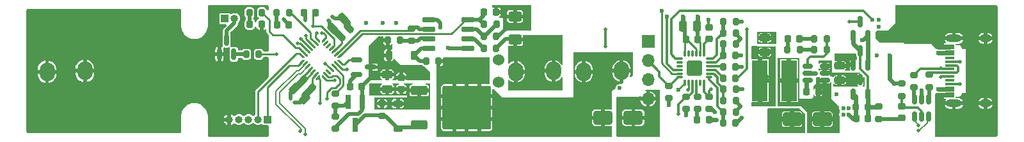
<source format=gbr>
%TF.GenerationSoftware,KiCad,Pcbnew,(7.0.0)*%
%TF.CreationDate,2023-05-08T01:10:33+02:00*%
%TF.ProjectId,Stacja Lutownicza V0.1,53746163-6a61-4204-9c75-746f776e6963,rev?*%
%TF.SameCoordinates,Original*%
%TF.FileFunction,Copper,L4,Bot*%
%TF.FilePolarity,Positive*%
%FSLAX46Y46*%
G04 Gerber Fmt 4.6, Leading zero omitted, Abs format (unit mm)*
G04 Created by KiCad (PCBNEW (7.0.0)) date 2023-05-08 01:10:33*
%MOMM*%
%LPD*%
G01*
G04 APERTURE LIST*
G04 Aperture macros list*
%AMRoundRect*
0 Rectangle with rounded corners*
0 $1 Rounding radius*
0 $2 $3 $4 $5 $6 $7 $8 $9 X,Y pos of 4 corners*
0 Add a 4 corners polygon primitive as box body*
4,1,4,$2,$3,$4,$5,$6,$7,$8,$9,$2,$3,0*
0 Add four circle primitives for the rounded corners*
1,1,$1+$1,$2,$3*
1,1,$1+$1,$4,$5*
1,1,$1+$1,$6,$7*
1,1,$1+$1,$8,$9*
0 Add four rect primitives between the rounded corners*
20,1,$1+$1,$2,$3,$4,$5,0*
20,1,$1+$1,$4,$5,$6,$7,0*
20,1,$1+$1,$6,$7,$8,$9,0*
20,1,$1+$1,$8,$9,$2,$3,0*%
%AMFreePoly0*
4,1,15,0.053642,0.377500,0.080000,0.377500,0.111820,0.364320,0.125000,0.332500,0.125000,-0.332500,0.111820,-0.364320,0.080000,-0.377500,-0.080000,-0.377500,-0.111820,-0.364320,-0.125000,-0.332500,-0.125000,0.198860,-0.111820,0.230680,0.021820,0.364320,0.053640,0.377501,0.053642,0.377500,0.053642,0.377500,$1*%
%AMFreePoly1*
4,1,14,-0.021820,0.364320,0.111820,0.230679,0.125000,0.198858,0.125000,-0.332500,0.111820,-0.364320,0.080000,-0.377500,-0.080000,-0.377500,-0.111820,-0.364320,-0.125000,-0.332500,-0.125000,0.332500,-0.111820,0.364320,-0.080000,0.377500,-0.053640,0.377500,-0.021820,0.364320,-0.021820,0.364320,$1*%
%AMFreePoly2*
4,1,14,0.364320,0.111820,0.377500,0.080000,0.377500,-0.080000,0.364320,-0.111820,0.332500,-0.125000,-0.198860,-0.125001,-0.230680,-0.111818,-0.364320,0.021820,-0.377500,0.053640,-0.377500,0.080000,-0.364320,0.111820,-0.332500,0.125000,0.332500,0.125000,0.364320,0.111820,0.364320,0.111820,$1*%
%AMFreePoly3*
4,1,15,-0.198858,0.125000,0.332500,0.125000,0.364320,0.111820,0.377500,0.080000,0.377500,-0.080000,0.364320,-0.111820,0.332500,-0.125000,-0.332500,-0.125000,-0.364320,-0.111820,-0.377500,-0.080000,-0.377500,-0.053640,-0.364321,-0.021819,-0.230680,0.111820,-0.198860,0.125001,-0.198858,0.125000,-0.198858,0.125000,$1*%
%AMFreePoly4*
4,1,14,0.111820,0.364320,0.125000,0.332500,0.125001,-0.198860,0.111818,-0.230680,-0.021820,-0.364320,-0.053640,-0.377500,-0.080000,-0.377500,-0.111820,-0.364320,-0.125000,-0.332500,-0.125000,0.332500,-0.111820,0.364320,-0.080000,0.377500,0.080000,0.377500,0.111820,0.364320,0.111820,0.364320,$1*%
%AMFreePoly5*
4,1,14,0.111820,0.364320,0.125000,0.332500,0.125000,-0.332500,0.111820,-0.364320,0.080000,-0.377500,0.053640,-0.377501,0.021819,-0.364318,-0.111820,-0.230680,-0.125000,-0.198860,-0.125000,0.332500,-0.111820,0.364320,-0.080000,0.377500,0.080000,0.377500,0.111820,0.364320,0.111820,0.364320,$1*%
%AMFreePoly6*
4,1,14,0.230680,0.111820,0.364320,-0.021821,0.377500,-0.053642,0.377500,-0.080000,0.364320,-0.111820,0.332500,-0.125000,-0.332500,-0.125000,-0.364320,-0.111820,-0.377500,-0.080000,-0.377500,0.080000,-0.364320,0.111820,-0.332500,0.125000,0.198860,0.125000,0.230680,0.111820,0.230680,0.111820,$1*%
%AMFreePoly7*
4,1,14,0.364320,0.111820,0.377500,0.080000,0.377501,0.053640,0.364318,0.021819,0.230680,-0.111820,0.198860,-0.125000,-0.332500,-0.125000,-0.364320,-0.111820,-0.377500,-0.080000,-0.377500,0.080000,-0.364320,0.111820,-0.332500,0.125000,0.332500,0.125000,0.364320,0.111820,0.364320,0.111820,$1*%
G04 Aperture macros list end*
%TA.AperFunction,SMDPad,CuDef*%
%ADD10RoundRect,0.200000X0.200000X0.275000X-0.200000X0.275000X-0.200000X-0.275000X0.200000X-0.275000X0*%
%TD*%
%TA.AperFunction,SMDPad,CuDef*%
%ADD11RoundRect,0.188000X0.812000X0.812000X-0.812000X0.812000X-0.812000X-0.812000X0.812000X-0.812000X0*%
%TD*%
%TA.AperFunction,SMDPad,CuDef*%
%ADD12RoundRect,0.075000X0.075000X-0.350000X0.075000X0.350000X-0.075000X0.350000X-0.075000X-0.350000X0*%
%TD*%
%TA.AperFunction,SMDPad,CuDef*%
%ADD13RoundRect,0.075000X0.350000X0.075000X-0.350000X0.075000X-0.350000X-0.075000X0.350000X-0.075000X0*%
%TD*%
%TA.AperFunction,SMDPad,CuDef*%
%ADD14RoundRect,0.225000X0.225000X0.250000X-0.225000X0.250000X-0.225000X-0.250000X0.225000X-0.250000X0*%
%TD*%
%TA.AperFunction,SMDPad,CuDef*%
%ADD15RoundRect,0.200000X0.275000X-0.200000X0.275000X0.200000X-0.275000X0.200000X-0.275000X-0.200000X0*%
%TD*%
%TA.AperFunction,SMDPad,CuDef*%
%ADD16RoundRect,0.250000X-0.512652X-0.159099X-0.159099X-0.512652X0.512652X0.159099X0.159099X0.512652X0*%
%TD*%
%TA.AperFunction,SMDPad,CuDef*%
%ADD17RoundRect,0.250000X-0.625000X0.400000X-0.625000X-0.400000X0.625000X-0.400000X0.625000X0.400000X0*%
%TD*%
%TA.AperFunction,SMDPad,CuDef*%
%ADD18RoundRect,0.200000X-0.200000X-0.275000X0.200000X-0.275000X0.200000X0.275000X-0.200000X0.275000X0*%
%TD*%
%TA.AperFunction,SMDPad,CuDef*%
%ADD19RoundRect,0.150000X-0.587500X-0.150000X0.587500X-0.150000X0.587500X0.150000X-0.587500X0.150000X0*%
%TD*%
%TA.AperFunction,ComponentPad*%
%ADD20R,1.700000X1.700000*%
%TD*%
%TA.AperFunction,ComponentPad*%
%ADD21O,1.700000X1.700000*%
%TD*%
%TA.AperFunction,SMDPad,CuDef*%
%ADD22RoundRect,0.250000X1.000000X0.650000X-1.000000X0.650000X-1.000000X-0.650000X1.000000X-0.650000X0*%
%TD*%
%TA.AperFunction,SMDPad,CuDef*%
%ADD23RoundRect,0.150000X0.150000X-0.587500X0.150000X0.587500X-0.150000X0.587500X-0.150000X-0.587500X0*%
%TD*%
%TA.AperFunction,SMDPad,CuDef*%
%ADD24R,0.800000X1.900000*%
%TD*%
%TA.AperFunction,SMDPad,CuDef*%
%ADD25RoundRect,0.200000X-0.275000X0.200000X-0.275000X-0.200000X0.275000X-0.200000X0.275000X0.200000X0*%
%TD*%
%TA.AperFunction,SMDPad,CuDef*%
%ADD26RoundRect,0.225000X0.250000X-0.225000X0.250000X0.225000X-0.250000X0.225000X-0.250000X-0.225000X0*%
%TD*%
%TA.AperFunction,ComponentPad*%
%ADD27R,1.000000X1.000000*%
%TD*%
%TA.AperFunction,ComponentPad*%
%ADD28O,1.000000X1.000000*%
%TD*%
%TA.AperFunction,SMDPad,CuDef*%
%ADD29RoundRect,0.218750X0.218750X0.256250X-0.218750X0.256250X-0.218750X-0.256250X0.218750X-0.256250X0*%
%TD*%
%TA.AperFunction,SMDPad,CuDef*%
%ADD30RoundRect,0.250000X0.475000X-0.250000X0.475000X0.250000X-0.475000X0.250000X-0.475000X-0.250000X0*%
%TD*%
%TA.AperFunction,SMDPad,CuDef*%
%ADD31RoundRect,0.225000X0.225000X0.375000X-0.225000X0.375000X-0.225000X-0.375000X0.225000X-0.375000X0*%
%TD*%
%TA.AperFunction,SMDPad,CuDef*%
%ADD32RoundRect,0.250000X0.159099X-0.512652X0.512652X-0.159099X-0.159099X0.512652X-0.512652X0.159099X0*%
%TD*%
%TA.AperFunction,SMDPad,CuDef*%
%ADD33R,2.150000X5.500000*%
%TD*%
%TA.AperFunction,SMDPad,CuDef*%
%ADD34RoundRect,0.250000X0.250000X0.475000X-0.250000X0.475000X-0.250000X-0.475000X0.250000X-0.475000X0*%
%TD*%
%TA.AperFunction,ComponentPad*%
%ADD35C,1.524000*%
%TD*%
%TA.AperFunction,SMDPad,CuDef*%
%ADD36RoundRect,0.225000X-0.335876X-0.017678X-0.017678X-0.335876X0.335876X0.017678X0.017678X0.335876X0*%
%TD*%
%TA.AperFunction,SMDPad,CuDef*%
%ADD37RoundRect,0.150000X-0.512500X-0.150000X0.512500X-0.150000X0.512500X0.150000X-0.512500X0.150000X0*%
%TD*%
%TA.AperFunction,SMDPad,CuDef*%
%ADD38RoundRect,0.225000X-0.375000X0.225000X-0.375000X-0.225000X0.375000X-0.225000X0.375000X0.225000X0*%
%TD*%
%TA.AperFunction,SMDPad,CuDef*%
%ADD39R,1.150000X0.300000*%
%TD*%
%TA.AperFunction,ComponentPad*%
%ADD40O,2.100000X1.000000*%
%TD*%
%TA.AperFunction,ComponentPad*%
%ADD41O,1.600000X1.000000*%
%TD*%
%TA.AperFunction,SMDPad,CuDef*%
%ADD42RoundRect,0.225000X0.017678X-0.335876X0.335876X-0.017678X-0.017678X0.335876X-0.335876X0.017678X0*%
%TD*%
%TA.AperFunction,SMDPad,CuDef*%
%ADD43RoundRect,0.225000X-0.225000X-0.250000X0.225000X-0.250000X0.225000X0.250000X-0.225000X0.250000X0*%
%TD*%
%TA.AperFunction,SMDPad,CuDef*%
%ADD44RoundRect,0.150000X-0.150000X0.512500X-0.150000X-0.512500X0.150000X-0.512500X0.150000X0.512500X0*%
%TD*%
%TA.AperFunction,ComponentPad*%
%ADD45O,2.000000X2.500000*%
%TD*%
%TA.AperFunction,SMDPad,CuDef*%
%ADD46FreePoly0,225.000000*%
%TD*%
%TA.AperFunction,SMDPad,CuDef*%
%ADD47RoundRect,0.062500X-0.220971X0.309359X-0.309359X0.220971X0.220971X-0.309359X0.309359X-0.220971X0*%
%TD*%
%TA.AperFunction,SMDPad,CuDef*%
%ADD48FreePoly1,225.000000*%
%TD*%
%TA.AperFunction,SMDPad,CuDef*%
%ADD49FreePoly2,225.000000*%
%TD*%
%TA.AperFunction,SMDPad,CuDef*%
%ADD50RoundRect,0.062500X0.220971X0.309359X-0.309359X-0.220971X-0.220971X-0.309359X0.309359X0.220971X0*%
%TD*%
%TA.AperFunction,SMDPad,CuDef*%
%ADD51FreePoly3,225.000000*%
%TD*%
%TA.AperFunction,SMDPad,CuDef*%
%ADD52FreePoly4,225.000000*%
%TD*%
%TA.AperFunction,SMDPad,CuDef*%
%ADD53FreePoly5,225.000000*%
%TD*%
%TA.AperFunction,SMDPad,CuDef*%
%ADD54FreePoly6,225.000000*%
%TD*%
%TA.AperFunction,SMDPad,CuDef*%
%ADD55FreePoly7,225.000000*%
%TD*%
%TA.AperFunction,SMDPad,CuDef*%
%ADD56RoundRect,0.250000X-1.000000X-0.650000X1.000000X-0.650000X1.000000X0.650000X-1.000000X0.650000X0*%
%TD*%
%TA.AperFunction,SMDPad,CuDef*%
%ADD57RoundRect,0.250000X-0.850000X-0.350000X0.850000X-0.350000X0.850000X0.350000X-0.850000X0.350000X0*%
%TD*%
%TA.AperFunction,SMDPad,CuDef*%
%ADD58RoundRect,0.250000X-1.275000X-1.125000X1.275000X-1.125000X1.275000X1.125000X-1.275000X1.125000X0*%
%TD*%
%TA.AperFunction,SMDPad,CuDef*%
%ADD59RoundRect,0.249997X-2.950003X-2.650003X2.950003X-2.650003X2.950003X2.650003X-2.950003X2.650003X0*%
%TD*%
%TA.AperFunction,SMDPad,CuDef*%
%ADD60RoundRect,0.150000X0.725000X0.150000X-0.725000X0.150000X-0.725000X-0.150000X0.725000X-0.150000X0*%
%TD*%
%TA.AperFunction,ViaPad*%
%ADD61C,0.500000*%
%TD*%
%TA.AperFunction,ViaPad*%
%ADD62C,0.600000*%
%TD*%
%TA.AperFunction,Conductor*%
%ADD63C,0.500000*%
%TD*%
%TA.AperFunction,Conductor*%
%ADD64C,0.250000*%
%TD*%
%TA.AperFunction,Conductor*%
%ADD65C,0.600000*%
%TD*%
%TA.AperFunction,Conductor*%
%ADD66C,0.950000*%
%TD*%
%TA.AperFunction,Conductor*%
%ADD67C,0.200000*%
%TD*%
%TA.AperFunction,Conductor*%
%ADD68C,0.300000*%
%TD*%
G04 APERTURE END LIST*
D10*
%TO.P,R28,2*%
%TO.N,Net-(U5-VBUS_MAX)*%
X188450000Y-87450000D03*
%TO.P,R28,1*%
%TO.N,+3V3*%
X190100000Y-87450000D03*
%TD*%
D11*
%TO.P,U5,*%
%TO.N,*%
X184650000Y-90600000D03*
D12*
%TO.P,U5,24,VCCD*%
%TO.N,Net-(U5-VCCD)*%
X185900000Y-88650000D03*
%TO.P,U5,23,VDDD*%
%TO.N,+3V3*%
X185400000Y-88650000D03*
%TO.P,U5,22,GND*%
%TO.N,GND*%
X184900000Y-88650000D03*
%TO.P,U5,21,DNU2*%
%TO.N,unconnected-(U5-DNU2-Pad21)*%
X184400000Y-88650000D03*
%TO.P,U5,20,DNU1*%
%TO.N,unconnected-(U5-DNU1-Pad20)*%
X183900000Y-88650000D03*
%TO.P,U5,19,GND*%
%TO.N,GND*%
X183400000Y-88650000D03*
D13*
%TO.P,U5,18,VBUS_IN*%
%TO.N,VBUS*%
X182700000Y-89350000D03*
%TO.P,U5,17,D+*%
%TO.N,unconnected-(U5-D+-Pad17)*%
X182700000Y-89850000D03*
%TO.P,U5,16,D-*%
%TO.N,unconnected-(U5-D--Pad16)*%
X182700000Y-90350000D03*
%TO.P,U5,15,CC1*%
%TO.N,CC1*%
X182700000Y-90850000D03*
%TO.P,U5,14,CC2*%
%TO.N,CC2*%
X182700000Y-91350000D03*
%TO.P,U5,13,HPI_SCL*%
%TO.N,SCL*%
X182700000Y-91850000D03*
D12*
%TO.P,U5,12,HPI_SDA*%
%TO.N,SDA*%
X183400000Y-92550000D03*
%TO.P,U5,11,VDC_OUT*%
%TO.N,VDC*%
X183900000Y-92550000D03*
%TO.P,U5,10,FLIP*%
%TO.N,FLIP*%
X184400000Y-92550000D03*
%TO.P,U5,9,FAULT*%
%TO.N,Net-(U5-FAULT)*%
X184900000Y-92550000D03*
%TO.P,U5,8,GPIO_1*%
%TO.N,unconnected-(U5-GPIO_1-Pad8)*%
X185400000Y-92550000D03*
%TO.P,U5,7,HPI_INT*%
%TO.N,INT*%
X185900000Y-92550000D03*
D13*
%TO.P,U5,6,ISNK_FINE*%
%TO.N,Net-(U5-ISNK_FINE)*%
X186600000Y-91850000D03*
%TO.P,U5,5,ISNK_COARSE*%
%TO.N,Net-(U5-ISNK_COARSE)*%
X186600000Y-91350000D03*
%TO.P,U5,4,SAFE_PWR_EN*%
%TO.N,Net-(U5-SAFE_PWR_EN)*%
X186600000Y-90850000D03*
%TO.P,U5,3,VBUS_FET_EN*%
%TO.N,Net-(U5-VBUS_FET_EN)*%
X186600000Y-90350000D03*
%TO.P,U5,2,VBUS_MAX*%
%TO.N,Net-(U5-VBUS_MAX)*%
X186600000Y-89850000D03*
%TO.P,U5,1,VBUS_MIN*%
%TO.N,Net-(U5-VBUS_MIN)*%
X186600000Y-89350000D03*
%TD*%
D14*
%TO.P,C15,1*%
%TO.N,NRST*%
X134525000Y-83250000D03*
%TO.P,C15,2*%
%TO.N,GND*%
X132975000Y-83250000D03*
%TD*%
D15*
%TO.P,R17,1*%
%TO.N,Net-(U2B--)*%
X147250000Y-87000000D03*
%TO.P,R17,2*%
%TO.N,T12_Thermocouple*%
X147250000Y-85350000D03*
%TD*%
D16*
%TO.P,C25,1*%
%TO.N,+3V3*%
X131706498Y-93380241D03*
%TO.P,C25,2*%
%TO.N,GND*%
X133050000Y-94723743D03*
%TD*%
D10*
%TO.P,R15,1*%
%TO.N,T12_V+*%
X150800000Y-89700000D03*
%TO.P,R15,2*%
%TO.N,Net-(D5-K)*%
X149150000Y-89700000D03*
%TD*%
D17*
%TO.P,R7,1*%
%TO.N,GND*%
X160900000Y-83750000D03*
%TO.P,R7,2*%
%TO.N,T12_V-*%
X160900000Y-86850000D03*
%TD*%
D14*
%TO.P,C6,1*%
%TO.N,GND*%
X158375000Y-83205000D03*
%TO.P,C6,2*%
%TO.N,T12_Current*%
X156825000Y-83205000D03*
%TD*%
%TO.P,C12,2*%
%TO.N,GND*%
X183497382Y-86800000D03*
%TO.P,C12,1*%
%TO.N,+3V3*%
X185047382Y-86800000D03*
%TD*%
D10*
%TO.P,R32,1*%
%TO.N,+3V3*%
X190100000Y-94950000D03*
%TO.P,R32,2*%
%TO.N,Net-(U5-ISNK_COARSE)*%
X188450000Y-94950000D03*
%TD*%
%TO.P,R6,2*%
%TO.N,GND*%
X200500000Y-86700000D03*
%TO.P,R6,1*%
%TO.N,Net-(U1-FB)*%
X202150000Y-86700000D03*
%TD*%
D18*
%TO.P,R33,2*%
%TO.N,GND*%
X190100000Y-93450000D03*
%TO.P,R33,1*%
%TO.N,Net-(U5-ISNK_COARSE)*%
X188450000Y-93450000D03*
%TD*%
D10*
%TO.P,R20,2*%
%TO.N,Net-(D6-A)*%
X125775000Y-83250000D03*
%TO.P,R20,1*%
%TO.N,U_LED*%
X127425000Y-83250000D03*
%TD*%
%TO.P,R34,2*%
%TO.N,Net-(U5-ISNK_FINE)*%
X188450000Y-96450000D03*
%TO.P,R34,1*%
%TO.N,+3V3*%
X190100000Y-96450000D03*
%TD*%
D15*
%TO.P,R25,2*%
%TO.N,SCL*%
X181250000Y-93000000D03*
%TO.P,R25,1*%
%TO.N,+3V3*%
X181250000Y-94650000D03*
%TD*%
%TO.P,R39,2*%
%TO.N,Net-(J3-D--PadA7)*%
X215675000Y-91500000D03*
%TO.P,R39,1*%
%TO.N,USB_CONN_D-*%
X215675000Y-93150000D03*
%TD*%
D19*
%TO.P,U3,3,GND*%
%TO.N,GND*%
X141825000Y-90500000D03*
%TO.P,U3,2,V_{OUT}*%
%TO.N,TEMP_AMBIENT*%
X139950000Y-89550000D03*
%TO.P,U3,1,V_{DD}*%
%TO.N,+3V3*%
X139950000Y-91450000D03*
%TD*%
D20*
%TO.P,OLED1,1,SDA*%
%TO.N,SDA*%
X178499999Y-87094999D03*
D21*
%TO.P,OLED1,2,SCL*%
%TO.N,SCL*%
X178499999Y-89634999D03*
%TO.P,OLED1,3,VCC*%
%TO.N,+3V3*%
X178499999Y-92174999D03*
%TO.P,OLED1,4,GND*%
%TO.N,GND*%
X178499999Y-94714999D03*
%TD*%
D22*
%TO.P,D3,2,A*%
%TO.N,GND*%
X197550000Y-97400000D03*
%TO.P,D3,1,K*%
%TO.N,Net-(D3-K)*%
X201550000Y-97400000D03*
%TD*%
D23*
%TO.P,Q1,3,D*%
%TO.N,VCCQ*%
X206600000Y-92187500D03*
%TO.P,Q1,2,S*%
%TO.N,VDC*%
X205650000Y-94062500D03*
%TO.P,Q1,1,G*%
%TO.N,Net-(Q1-G)*%
X207550000Y-94062500D03*
%TD*%
D24*
%TO.P,Q4,1,B*%
%TO.N,Net-(Q4-B)*%
X138799999Y-95149999D03*
%TO.P,Q4,2,E*%
%TO.N,GND*%
X140699999Y-95149999D03*
%TO.P,Q4,3,C*%
%TO.N,Net-(D4-A)*%
X139749999Y-98149999D03*
%TD*%
D25*
%TO.P,R8,1*%
%TO.N,VDC*%
X143350000Y-95325000D03*
%TO.P,R8,2*%
%TO.N,Net-(D4-A)*%
X143350000Y-96975000D03*
%TD*%
%TO.P,R10,1*%
%TO.N,T12_PWM*%
X137150000Y-93975000D03*
%TO.P,R10,2*%
%TO.N,Net-(Q4-B)*%
X137150000Y-95625000D03*
%TD*%
D10*
%TO.P,R21,1*%
%TO.N,+3V3*%
X198575000Y-88200000D03*
%TO.P,R21,2*%
%TO.N,Net-(D7-A)*%
X196925000Y-88200000D03*
%TD*%
D26*
%TO.P,C30,2*%
%TO.N,Net-(U6-VBUS)*%
X212100000Y-95700000D03*
%TO.P,C30,1*%
%TO.N,GND*%
X212100000Y-97250000D03*
%TD*%
D27*
%TO.P,BZ1,1,-*%
%TO.N,+3V3*%
X122529999Y-84049999D03*
D28*
%TO.P,BZ1,2,+*%
%TO.N,Net-(BZ1-+)*%
X123799999Y-84049999D03*
%TD*%
D29*
%TO.P,D9,1,K*%
%TO.N,GND*%
X131000000Y-84850000D03*
%TO.P,D9,2,A*%
%TO.N,Net-(D9-A)*%
X129425000Y-84850000D03*
%TD*%
D23*
%TO.P,Q5,3,C*%
%TO.N,Net-(BZ1-+)*%
X122755000Y-86906548D03*
%TO.P,Q5,2,E*%
%TO.N,GND*%
X121805000Y-88781548D03*
%TO.P,Q5,1,B*%
%TO.N,Net-(Q5-B)*%
X123705000Y-88781548D03*
%TD*%
D10*
%TO.P,R36,2*%
%TO.N,Net-(U5-SAFE_PWR_EN)*%
X188425000Y-91950000D03*
%TO.P,R36,1*%
%TO.N,PD_SAFE*%
X190075000Y-91950000D03*
%TD*%
D26*
%TO.P,C20,1*%
%TO.N,Net-(U5-VCCD)*%
X186550000Y-86750000D03*
%TO.P,C20,2*%
%TO.N,GND*%
X186550000Y-85200000D03*
%TD*%
D30*
%TO.P,C3,2*%
%TO.N,GND*%
X203850000Y-90300000D03*
%TO.P,C3,1*%
%TO.N,VCCQ*%
X203850000Y-92200000D03*
%TD*%
D31*
%TO.P,D5,1,K*%
%TO.N,Net-(D5-K)*%
X147525000Y-88900000D03*
%TO.P,D5,2,A*%
%TO.N,GND*%
X144225000Y-88900000D03*
%TD*%
D18*
%TO.P,R1,2*%
%TO.N,Net-(Q1-G)*%
X207625000Y-95812500D03*
%TO.P,R1,1*%
%TO.N,VDC*%
X205975000Y-95812500D03*
%TD*%
D15*
%TO.P,R40,2*%
%TO.N,Net-(J3-D+-PadA6)*%
X213712500Y-91525000D03*
%TO.P,R40,1*%
%TO.N,USB_CONN_D+*%
X213712500Y-93175000D03*
%TD*%
D10*
%TO.P,R13,1*%
%TO.N,T12_V-*%
X158400000Y-88000000D03*
%TO.P,R13,2*%
%TO.N,Net-(U2A-+)*%
X156750000Y-88000000D03*
%TD*%
D18*
%TO.P,R11,1*%
%TO.N,Net-(U2A--)*%
X156750000Y-86400000D03*
%TO.P,R11,2*%
%TO.N,GND*%
X158400000Y-86400000D03*
%TD*%
D29*
%TO.P,D7,1,K*%
%TO.N,GND*%
X198537500Y-86700000D03*
%TO.P,D7,2,A*%
%TO.N,Net-(D7-A)*%
X196962500Y-86700000D03*
%TD*%
D15*
%TO.P,R19,2*%
%TO.N,VBUS*%
X212100000Y-92675000D03*
%TO.P,R19,1*%
%TO.N,Net-(U6-VBUS)*%
X212100000Y-94325000D03*
%TD*%
D30*
%TO.P,C16,1*%
%TO.N,VDC*%
X144000000Y-93400000D03*
%TO.P,C16,2*%
%TO.N,GND*%
X144000000Y-91500000D03*
%TD*%
D10*
%TO.P,R16,1*%
%TO.N,Net-(U2B--)*%
X145725000Y-86900000D03*
%TO.P,R16,2*%
%TO.N,GND*%
X144075000Y-86900000D03*
%TD*%
D32*
%TO.P,C27,1*%
%TO.N,+3V3*%
X136778249Y-85371751D03*
%TO.P,C27,2*%
%TO.N,GND*%
X138121751Y-84028249D03*
%TD*%
D15*
%TO.P,R37,2*%
%TO.N,FLIP*%
X183547382Y-94400000D03*
%TO.P,R37,1*%
%TO.N,+3V3*%
X183547382Y-96050000D03*
%TD*%
D33*
%TO.P,L1,2*%
%TO.N,+3V3*%
X193299999Y-92299999D03*
%TO.P,L1,1*%
%TO.N,Net-(D3-K)*%
X197149999Y-92299999D03*
%TD*%
D10*
%TO.P,R12,1*%
%TO.N,Net-(U2A--)*%
X158475000Y-84800000D03*
%TO.P,R12,2*%
%TO.N,T12_Current*%
X156825000Y-84800000D03*
%TD*%
D30*
%TO.P,C5,2*%
%TO.N,GND*%
X193950000Y-86600000D03*
%TO.P,C5,1*%
%TO.N,+3V3*%
X193950000Y-88500000D03*
%TD*%
D18*
%TO.P,R35,2*%
%TO.N,GND*%
X190075000Y-97950000D03*
%TO.P,R35,1*%
%TO.N,Net-(U5-ISNK_FINE)*%
X188425000Y-97950000D03*
%TD*%
D34*
%TO.P,C11,2*%
%TO.N,GND*%
X183100000Y-85000000D03*
%TO.P,C11,1*%
%TO.N,+3V3*%
X185000000Y-85000000D03*
%TD*%
D10*
%TO.P,R14,1*%
%TO.N,Buzzer*%
X127000000Y-88775000D03*
%TO.P,R14,2*%
%TO.N,Net-(Q5-B)*%
X125350000Y-88775000D03*
%TD*%
D23*
%TO.P,D1,3*%
%TO.N,SW_ON{slash}OFF*%
X206600000Y-84462500D03*
%TO.P,D1,2*%
%TO.N,Net-(Q1-G)*%
X205650000Y-86337500D03*
%TO.P,D1,1*%
%TO.N,Net-(Q2-G)*%
X207550000Y-86337500D03*
%TD*%
D18*
%TO.P,R31,2*%
%TO.N,GND*%
X190100000Y-84450000D03*
%TO.P,R31,1*%
%TO.N,Net-(U5-VBUS_MIN)*%
X188450000Y-84450000D03*
%TD*%
D35*
%TO.P,SW4,1,1*%
%TO.N,GND*%
X158750000Y-89500000D03*
%TO.P,SW4,2,2*%
%TO.N,TILT_SW*%
X158750000Y-92500000D03*
%TD*%
D29*
%TO.P,D8,2,A*%
%TO.N,Net-(D8-A)*%
X184984882Y-97500000D03*
%TO.P,D8,1,K*%
%TO.N,GND*%
X186559882Y-97500000D03*
%TD*%
D25*
%TO.P,R9,1*%
%TO.N,Net-(Q4-B)*%
X137150000Y-97050000D03*
%TO.P,R9,2*%
%TO.N,GND*%
X137150000Y-98700000D03*
%TD*%
D10*
%TO.P,R22,2*%
%TO.N,Net-(U5-VBUS_FET_EN)*%
X188425000Y-90450000D03*
%TO.P,R22,1*%
%TO.N,Net-(C21-Pad2)*%
X190075000Y-90450000D03*
%TD*%
D25*
%TO.P,R2,2*%
%TO.N,GND*%
X209050000Y-97375000D03*
%TO.P,R2,1*%
%TO.N,Net-(Q1-G)*%
X209050000Y-95725000D03*
%TD*%
D26*
%TO.P,C17,1*%
%TO.N,VDC*%
X145850000Y-93425000D03*
%TO.P,C17,2*%
%TO.N,GND*%
X145850000Y-91875000D03*
%TD*%
D36*
%TO.P,C14,1*%
%TO.N,+3V3*%
X132980241Y-92053984D03*
%TO.P,C14,2*%
%TO.N,GND*%
X134076257Y-93150000D03*
%TD*%
D37*
%TO.P,U1,6,SW*%
%TO.N,Net-(D3-K)*%
X201887500Y-92250000D03*
%TO.P,U1,5,VIN*%
%TO.N,VCCQ*%
X201887500Y-91300000D03*
%TO.P,U1,4,EN*%
X201887500Y-90350000D03*
%TO.P,U1,3,FB*%
%TO.N,Net-(U1-FB)*%
X199612500Y-90350000D03*
%TO.P,U1,2,GND*%
%TO.N,GND*%
X199612500Y-91300000D03*
%TO.P,U1,1,BST*%
%TO.N,Net-(U1-BST)*%
X199612500Y-92250000D03*
%TD*%
D38*
%TO.P,D4,1,K*%
%TO.N,VDC*%
X145400000Y-95350000D03*
%TO.P,D4,2,A*%
%TO.N,Net-(D4-A)*%
X145400000Y-98650000D03*
%TD*%
D15*
%TO.P,R27,2*%
%TO.N,INT*%
X186547382Y-94425000D03*
%TO.P,R27,1*%
%TO.N,+3V3*%
X186547382Y-96075000D03*
%TD*%
D10*
%TO.P,R30,2*%
%TO.N,Net-(U5-VBUS_MIN)*%
X188450000Y-85950000D03*
%TO.P,R30,1*%
%TO.N,+3V3*%
X190100000Y-85950000D03*
%TD*%
D39*
%TO.P,J3,A1,GND*%
%TO.N,GND*%
X218404999Y-87649999D03*
%TO.P,J3,A4,VBUS*%
%TO.N,Net-(F1-Pad2)*%
X218404999Y-88449999D03*
%TO.P,J3,A5,CC1*%
%TO.N,CC1*%
X218404999Y-89749999D03*
%TO.P,J3,A6,D+*%
%TO.N,Net-(J3-D+-PadA6)*%
X218404999Y-90749999D03*
%TO.P,J3,A7,D-*%
%TO.N,Net-(J3-D--PadA7)*%
X218404999Y-91249999D03*
%TO.P,J3,A8,SBU1*%
%TO.N,unconnected-(J3-SBU1-PadA8)*%
X218404999Y-92249999D03*
%TO.P,J3,A9,VBUS*%
%TO.N,Net-(F1-Pad2)*%
X218404999Y-93549999D03*
%TO.P,J3,A12,GND*%
%TO.N,GND*%
X218404999Y-94349999D03*
%TO.P,J3,B1,GND*%
X218404999Y-94049999D03*
%TO.P,J3,B4,VBUS*%
%TO.N,Net-(F1-Pad2)*%
X218404999Y-93249999D03*
%TO.P,J3,B5,CC2*%
%TO.N,CC2*%
X218404999Y-92749999D03*
%TO.P,J3,B6,D+*%
%TO.N,Net-(J3-D+-PadA6)*%
X218404999Y-91749999D03*
%TO.P,J3,B7,D-*%
%TO.N,Net-(J3-D--PadA7)*%
X218404999Y-90249999D03*
%TO.P,J3,B8,SBU2*%
%TO.N,unconnected-(J3-SBU2-PadB8)*%
X218404999Y-89249999D03*
%TO.P,J3,B9,VBUS*%
%TO.N,Net-(F1-Pad2)*%
X218404999Y-88749999D03*
%TO.P,J3,B12,GND*%
%TO.N,GND*%
X218404999Y-87949999D03*
D40*
%TO.P,J3,S1,SHIELD*%
X218969999Y-86679999D03*
D41*
X223149999Y-86679999D03*
D40*
X218969999Y-95319999D03*
D41*
X223149999Y-95319999D03*
%TD*%
D18*
%TO.P,R5,2*%
%TO.N,Net-(U1-FB)*%
X202130834Y-88200000D03*
%TO.P,R5,1*%
%TO.N,+3V3*%
X200480834Y-88200000D03*
%TD*%
D42*
%TO.P,C28,1*%
%TO.N,+3V3*%
X138001992Y-86598008D03*
%TO.P,C28,2*%
%TO.N,GND*%
X139098008Y-85501992D03*
%TD*%
D14*
%TO.P,C31,1*%
%TO.N,GND*%
X140650000Y-93050000D03*
%TO.P,C31,2*%
%TO.N,+3V3*%
X139100000Y-93050000D03*
%TD*%
D23*
%TO.P,Q2,3,D*%
%TO.N,Net-(Q1-G)*%
X206600000Y-88312500D03*
%TO.P,Q2,2,S*%
%TO.N,GND*%
X205650000Y-90187500D03*
%TO.P,Q2,1,G*%
%TO.N,Net-(Q2-G)*%
X207550000Y-90187500D03*
%TD*%
D43*
%TO.P,C2,2*%
%TO.N,Net-(Q1-G)*%
X207575000Y-97312500D03*
%TO.P,C2,1*%
%TO.N,VDC*%
X206025000Y-97312500D03*
%TD*%
D14*
%TO.P,C4,2*%
%TO.N,Net-(U1-BST)*%
X199475000Y-93800000D03*
%TO.P,C4,1*%
%TO.N,Net-(D3-K)*%
X201025000Y-93800000D03*
%TD*%
D18*
%TO.P,R29,2*%
%TO.N,GND*%
X190075000Y-88950000D03*
%TO.P,R29,1*%
%TO.N,Net-(U5-VBUS_MAX)*%
X188425000Y-88950000D03*
%TD*%
D10*
%TO.P,R38,1*%
%TO.N,PS_LED*%
X131025000Y-83300000D03*
%TO.P,R38,2*%
%TO.N,Net-(D9-A)*%
X129375000Y-83300000D03*
%TD*%
D25*
%TO.P,R26,2*%
%TO.N,Net-(D8-A)*%
X185047382Y-96075000D03*
%TO.P,R26,1*%
%TO.N,Net-(U5-FAULT)*%
X185047382Y-94425000D03*
%TD*%
D29*
%TO.P,D6,2,A*%
%TO.N,Net-(D6-A)*%
X125812500Y-84800000D03*
%TO.P,D6,1,K*%
%TO.N,GND*%
X127387500Y-84800000D03*
%TD*%
D44*
%TO.P,U6,6,I/O1*%
%TO.N,USB_D+*%
X213737500Y-97037500D03*
%TO.P,U6,5,VBUS*%
%TO.N,Net-(U6-VBUS)*%
X214687500Y-97037500D03*
%TO.P,U6,4,I/O2*%
%TO.N,USB_D-*%
X215637500Y-97037500D03*
%TO.P,U6,3,I/O2*%
%TO.N,USB_CONN_D-*%
X215637500Y-94762500D03*
%TO.P,U6,2,GND*%
%TO.N,GND*%
X214687500Y-94762500D03*
%TO.P,U6,1,I/O1*%
%TO.N,USB_CONN_D+*%
X213737500Y-94762500D03*
%TD*%
D45*
%TO.P,E1,1*%
%TO.N,GND*%
X103999999Y-90999999D03*
X98999999Y-91099999D03*
%TD*%
D46*
%TO.P,U4,28,PB7*%
%TO.N,SDA*%
X134875108Y-86926894D03*
D47*
%TO.P,U4,27,PB6*%
%TO.N,PS_LED*%
X134563981Y-87322874D03*
%TO.P,U4,26,PB5*%
%TO.N,SW_BACK*%
X134210428Y-87676427D03*
%TO.P,U4,25,PB4*%
%TO.N,SW_SELECT*%
X133856875Y-88029981D03*
%TO.P,U4,24,PB3*%
%TO.N,SW_NEXT*%
X133503321Y-88383534D03*
%TO.P,U4,23,PA15*%
%TO.N,U_LED*%
X133149768Y-88737087D03*
D48*
%TO.P,U4,22,PA14*%
%TO.N,SWCLK*%
X132753788Y-89048214D03*
D49*
%TO.P,U4,21,PA13*%
%TO.N,SWDIO*%
X132753788Y-89751786D03*
D50*
%TO.P,U4,20,PA10/PA12*%
%TO.N,USB_D+*%
X133149768Y-90062913D03*
%TO.P,U4,19,PA9/PA11*%
%TO.N,USB_D-*%
X133503321Y-90416466D03*
%TO.P,U4,18,VDDIO2*%
%TO.N,+3V3*%
X133856875Y-90770019D03*
%TO.P,U4,17,VDD*%
X134210428Y-91123573D03*
%TO.P,U4,16,VSSA*%
%TO.N,GND*%
X134563981Y-91477126D03*
D51*
%TO.P,U4,15,PB1*%
%TO.N,INT*%
X134875108Y-91873106D03*
D52*
%TO.P,U4,14,PB0*%
%TO.N,PD_SAFE*%
X135578680Y-91873106D03*
D47*
%TO.P,U4,13,PA7*%
%TO.N,FLIP*%
X135889807Y-91477126D03*
%TO.P,U4,12,PA6*%
%TO.N,unconnected-(U4-PA6-Pad12)*%
X136243360Y-91123573D03*
%TO.P,U4,11,PA5*%
%TO.N,Buzzer*%
X136596913Y-90770019D03*
%TO.P,U4,10,PA4*%
%TO.N,T12_PWM*%
X136950467Y-90416466D03*
%TO.P,U4,9,PA3*%
%TO.N,TILT_SW*%
X137304020Y-90062913D03*
D53*
%TO.P,U4,8,PA2*%
%TO.N,TEMP_AMBIENT*%
X137700000Y-89751786D03*
D54*
%TO.P,U4,7,PA1*%
%TO.N,T12_Current*%
X137700000Y-89048214D03*
D50*
%TO.P,U4,6,PA0*%
%TO.N,T12_Thermocouple*%
X137304020Y-88737087D03*
%TO.P,U4,5,VDDA*%
%TO.N,+3V3*%
X136950467Y-88383534D03*
%TO.P,U4,4,NRST*%
%TO.N,NRST*%
X136596913Y-88029981D03*
%TO.P,U4,3,PF1*%
%TO.N,unconnected-(U4-PF1-Pad3)*%
X136243360Y-87676427D03*
%TO.P,U4,2,PF0*%
%TO.N,unconnected-(U4-PF0-Pad2)*%
X135889807Y-87322874D03*
D55*
%TO.P,U4,1,PB8*%
%TO.N,SCL*%
X135578680Y-86926894D03*
%TD*%
D27*
%TO.P,J1,1,Pin_1*%
%TO.N,SWDIO*%
X128199999Y-97449999D03*
D28*
%TO.P,J1,2,Pin_2*%
%TO.N,SWCLK*%
X126929999Y-97449999D03*
%TO.P,J1,3,Pin_3*%
%TO.N,NRST*%
X125659999Y-97449999D03*
%TO.P,J1,4,Pin_4*%
%TO.N,+3V3*%
X124389999Y-97449999D03*
%TO.P,J1,5,Pin_5*%
%TO.N,GND*%
X123119999Y-97449999D03*
%TD*%
D45*
%TO.P,-P1,1*%
%TO.N,T12_V-*%
X160999999Y-91099999D03*
X165999999Y-90999999D03*
%TD*%
D56*
%TO.P,D2,1,K*%
%TO.N,T12_V+*%
X172550000Y-97200000D03*
%TO.P,D2,2,A*%
%TO.N,GND*%
X176550000Y-97200000D03*
%TD*%
D57*
%TO.P,Q3,1,G*%
%TO.N,Net-(D4-A)*%
X148225000Y-98155000D03*
D58*
%TO.P,Q3,2,D*%
%TO.N,T12_V+*%
X152850000Y-94350000D03*
X152850000Y-97400000D03*
D59*
X154525000Y-95875000D03*
D58*
X156200000Y-94350000D03*
X156200000Y-97400000D03*
D57*
%TO.P,Q3,3,S*%
%TO.N,VDC*%
X148225000Y-93595000D03*
%TD*%
D60*
%TO.P,U2,1*%
%TO.N,T12_Current*%
X154650000Y-84195000D03*
%TO.P,U2,2,-*%
%TO.N,Net-(U2A--)*%
X154650000Y-85465000D03*
%TO.P,U2,3,+*%
%TO.N,Net-(U2A-+)*%
X154650000Y-86735000D03*
%TO.P,U2,4,V-*%
%TO.N,GND*%
X154650000Y-88005000D03*
%TO.P,U2,5,+*%
%TO.N,Net-(D5-K)*%
X149500000Y-88005000D03*
%TO.P,U2,6,-*%
%TO.N,Net-(U2B--)*%
X149500000Y-86735000D03*
%TO.P,U2,7*%
%TO.N,T12_Thermocouple*%
X149500000Y-85465000D03*
%TO.P,U2,8,V+*%
%TO.N,+3V3*%
X149500000Y-84195000D03*
%TD*%
D45*
%TO.P,+P1,1*%
%TO.N,T12_V+*%
X174999999Y-90999999D03*
X169999999Y-91099999D03*
%TD*%
D61*
%TO.N,Buzzer*%
X129325000Y-88775000D03*
%TO.N,GND*%
X120875000Y-89300000D03*
X120875000Y-88450000D03*
D62*
X141200000Y-84625000D03*
X143400000Y-84625000D03*
X145225000Y-84625000D03*
X187525000Y-97500000D03*
D61*
%TO.N,VDC*%
X183749500Y-93475000D03*
D62*
%TO.N,GND*%
X142350000Y-87725000D03*
D61*
%TO.N,Buzzer*%
X135825000Y-90000000D03*
%TO.N,GND*%
X127375000Y-85800000D03*
X133150000Y-84250000D03*
X130300000Y-84150000D03*
X131750000Y-95200000D03*
%TO.N,+3V3*%
X131250000Y-94700000D03*
D62*
%TO.N,GND*%
X142700000Y-91950000D03*
X141950000Y-91300000D03*
D61*
X136750000Y-83750000D03*
%TO.N,+3V3*%
X136175000Y-84250000D03*
X139350000Y-92050000D03*
D62*
%TO.N,GND*%
X143150000Y-88900000D03*
X143050000Y-86900000D03*
X141950000Y-91950000D03*
X142700000Y-91275000D03*
D61*
%TO.N,USB_D-*%
X133120000Y-99420000D03*
%TO.N,USB_D+*%
X132463009Y-98982328D03*
%TO.N,NRST*%
X134211673Y-85075000D03*
%TO.N,TILT_SW*%
X138625000Y-90825000D03*
%TO.N,PD_SAFE*%
X137025878Y-92231794D03*
X172900000Y-87725000D03*
X172900000Y-85450000D03*
X191575000Y-85425000D03*
%TO.N,SW_ON{slash}OFF*%
X205100000Y-84450000D03*
%TO.N,FLIP*%
X136048911Y-94680000D03*
%TO.N,INT*%
X135150000Y-95300000D03*
%TO.N,FLIP*%
X182512500Y-96700000D03*
%TO.N,INT*%
X186800000Y-93450000D03*
%TO.N,SCL*%
X135400000Y-86000000D03*
%TO.N,SDA*%
X134700000Y-85950000D03*
%TO.N,SW_NEXT*%
X132136416Y-87325000D03*
%TO.N,SW_BACK*%
X133250000Y-86300000D03*
%TO.N,SW_SELECT*%
X132550000Y-86750000D03*
D62*
%TO.N,VDC*%
X142000000Y-93950000D03*
X142000000Y-92950000D03*
X142850000Y-93950000D03*
X142800000Y-92950000D03*
%TO.N,GND*%
X174700000Y-95150000D03*
%TO.N,+3V3*%
X174750000Y-93250000D03*
%TO.N,GND*%
X162450000Y-83950000D03*
X152075000Y-87925000D03*
%TO.N,+3V3*%
X151025000Y-85250000D03*
%TO.N,GND*%
X159575000Y-84025000D03*
X160900000Y-85175000D03*
X159575000Y-83200000D03*
X162450000Y-83200000D03*
%TO.N,Net-(Q2-G)*%
X206800000Y-86900000D03*
%TO.N,VDC*%
X204350000Y-96800000D03*
%TO.N,GND*%
X204350000Y-95975000D03*
X216850000Y-95050000D03*
X216900000Y-87000000D03*
%TO.N,VBUS*%
X208800000Y-88900000D03*
%TO.N,GND*%
X213700000Y-86900000D03*
X213700000Y-86100000D03*
X213000000Y-86900000D03*
X213000000Y-86100000D03*
X209000000Y-86600000D03*
X209000000Y-85900000D03*
%TO.N,VBUS*%
X209000000Y-85100000D03*
X209000000Y-84200000D03*
%TO.N,GND*%
X195000000Y-97500000D03*
D61*
%TO.N,USB_D-*%
X214234615Y-98947387D03*
%TO.N,USB_D+*%
X214288972Y-98250000D03*
D62*
%TO.N,+3V3*%
X181250000Y-95500000D03*
%TO.N,SDA*%
X182500000Y-93500000D03*
%TO.N,CC2*%
X180300000Y-83000000D03*
%TO.N,CC1*%
X181009583Y-83789722D03*
%TO.N,GND*%
X204900000Y-89100000D03*
X216850000Y-94200000D03*
X183100000Y-83750000D03*
X190850000Y-88950000D03*
X195000000Y-96500000D03*
X195100000Y-86100000D03*
X203450000Y-89200000D03*
X204950000Y-90300000D03*
X195100000Y-87100000D03*
X195750000Y-97500000D03*
X205050000Y-95975000D03*
X190900000Y-84450000D03*
X186525000Y-84225000D03*
X199550000Y-86700000D03*
X190950000Y-93450000D03*
X216900000Y-87800000D03*
X210475000Y-97375000D03*
X190900000Y-97250000D03*
X214687500Y-93600000D03*
X195750000Y-96500000D03*
X200650000Y-91300000D03*
%TO.N,Net-(C21-Pad2)*%
X190900000Y-90450000D03*
%TO.N,Net-(F1-Pad2)*%
X216900000Y-88600000D03*
X216900000Y-93400000D03*
%TO.N,+3V3*%
X185050000Y-83750000D03*
X195100000Y-88000000D03*
X183547382Y-96897382D03*
X187350000Y-96500000D03*
X190750000Y-95700000D03*
X190750000Y-86700000D03*
X199550000Y-88200000D03*
X195100000Y-88800000D03*
D61*
%TO.N,CC1*%
X219750000Y-89750000D03*
%TO.N,Net-(J3-D+-PadA6)*%
X217250000Y-90650500D03*
X217250000Y-91849500D03*
%TO.N,CC2*%
X219750000Y-92750000D03*
D62*
%TO.N,VDC*%
X205050000Y-96800000D03*
X203475000Y-94075000D03*
%TO.N,VBUS*%
X210500000Y-88975000D03*
X211075000Y-92650000D03*
X208200000Y-84200000D03*
%TD*%
D63*
%TO.N,Net-(BZ1-+)*%
X123800000Y-84625000D02*
X123800000Y-84050000D01*
X122750000Y-85675000D02*
X123800000Y-84625000D01*
D64*
%TO.N,Buzzer*%
X129325000Y-88775000D02*
X127000000Y-88775000D01*
%TO.N,NRST*%
X136940219Y-87686675D02*
X136596913Y-88029981D01*
X136940219Y-86700446D02*
X136940219Y-87686675D01*
X135289773Y-85050000D02*
X136940219Y-86700446D01*
X134211673Y-85075000D02*
X134236673Y-85050000D01*
X134236673Y-85050000D02*
X135289773Y-85050000D01*
X134211673Y-85075000D02*
X134211673Y-83563327D01*
X134211673Y-83563327D02*
X134525000Y-83250000D01*
D63*
%TO.N,GND*%
X130300000Y-84150000D02*
X131000000Y-84850000D01*
%TO.N,Net-(Q5-B)*%
X123711548Y-88775000D02*
X123705000Y-88781548D01*
X125350000Y-88775000D02*
X123711548Y-88775000D01*
%TO.N,Net-(BZ1-+)*%
X122750000Y-86901548D02*
X122750000Y-85675000D01*
X122755000Y-86906548D02*
X122750000Y-86901548D01*
D65*
%TO.N,GND*%
X187525000Y-97500000D02*
X186559882Y-97500000D01*
D64*
%TO.N,VDC*%
X183900000Y-93324500D02*
X183749500Y-93475000D01*
X183900000Y-92550000D02*
X183900000Y-93324500D01*
%TO.N,Buzzer*%
X136595019Y-90770019D02*
X135825000Y-90000000D01*
X136596913Y-90770019D02*
X136595019Y-90770019D01*
%TO.N,PD_SAFE*%
X137025878Y-92231794D02*
X136987240Y-92270432D01*
X136987240Y-92270432D02*
X135976006Y-92270432D01*
X135976006Y-92270432D02*
X135578680Y-91873106D01*
%TO.N,FLIP*%
X137725000Y-92100000D02*
X137275000Y-91650000D01*
X137725000Y-92625000D02*
X137725000Y-92100000D01*
X136048911Y-94680000D02*
X136048911Y-93858627D01*
X137275000Y-91650000D02*
X136795271Y-91650000D01*
X136048911Y-93858627D02*
X136657538Y-93250000D01*
X136657538Y-93250000D02*
X137100000Y-93250000D01*
X137100000Y-93250000D02*
X137725000Y-92625000D01*
X136795271Y-91650000D02*
X136624839Y-91820432D01*
X136624839Y-91820432D02*
X136233113Y-91820432D01*
X136233113Y-91820432D02*
X135889807Y-91477126D01*
%TO.N,T12_PWM*%
X136950467Y-90416466D02*
X138175000Y-91640999D01*
X138175000Y-91640999D02*
X138175000Y-92950000D01*
X138175000Y-92950000D02*
X137150000Y-93975000D01*
D63*
%TO.N,GND*%
X133150000Y-83425000D02*
X132975000Y-83250000D01*
X133150000Y-84250000D02*
X133150000Y-83425000D01*
X127375000Y-84812500D02*
X127387500Y-84800000D01*
X127375000Y-85800000D02*
X127375000Y-84812500D01*
X132573743Y-95200000D02*
X133050000Y-94723743D01*
X131750000Y-95200000D02*
X132573743Y-95200000D01*
%TO.N,+3V3*%
X131250000Y-93836739D02*
X131706498Y-93380241D01*
X131250000Y-94700000D02*
X131250000Y-93836739D01*
X136400000Y-84475000D02*
X136400000Y-84993502D01*
X136400000Y-84993502D02*
X136778249Y-85371751D01*
X136175000Y-84250000D02*
X136400000Y-84475000D01*
%TO.N,GND*%
X137028249Y-84028249D02*
X136750000Y-83750000D01*
X138121751Y-84028249D02*
X137028249Y-84028249D01*
D66*
X138625000Y-85028984D02*
X139098008Y-85501992D01*
X138625000Y-84531498D02*
X138625000Y-85028984D01*
X138121751Y-84028249D02*
X138625000Y-84531498D01*
D63*
%TO.N,+3V3*%
X139350000Y-92050000D02*
X139950000Y-91450000D01*
X139350000Y-92050000D02*
X139350000Y-92050000D01*
X139350000Y-92050000D02*
X139350000Y-92050000D01*
%TO.N,GND*%
X140650000Y-93050000D02*
X141750000Y-91950000D01*
X141750000Y-91950000D02*
X141950000Y-91950000D01*
%TO.N,+3V3*%
X139100000Y-92300000D02*
X139350000Y-92050000D01*
X139100000Y-93050000D02*
X139100000Y-92300000D01*
%TO.N,GND*%
X140700000Y-93100000D02*
X140650000Y-93050000D01*
X140700000Y-95150000D02*
X140700000Y-93100000D01*
X140700000Y-96175000D02*
X140700000Y-95150000D01*
X140175000Y-96700000D02*
X140700000Y-96175000D01*
X138950000Y-96700000D02*
X140175000Y-96700000D01*
X137150000Y-98500000D02*
X138950000Y-96700000D01*
X137150000Y-98700000D02*
X137150000Y-98500000D01*
D64*
%TO.N,INT*%
X135150000Y-92147998D02*
X134875108Y-91873106D01*
X135150000Y-95300000D02*
X135150000Y-92147998D01*
D67*
%TO.N,USB_D-*%
X129755000Y-93883200D02*
X132268200Y-91370000D01*
X133120000Y-98631800D02*
X129755000Y-95266800D01*
X129755000Y-95266800D02*
X129755000Y-93883200D01*
X132268200Y-91370000D02*
X132549787Y-91370000D01*
X132549787Y-91370000D02*
X133503321Y-90416466D01*
X133120000Y-99420000D02*
X133120000Y-98631800D01*
%TO.N,USB_D+*%
X132290000Y-90970000D02*
X133149768Y-90110232D01*
X132031800Y-90970000D02*
X132290000Y-90970000D01*
X129305000Y-95453200D02*
X129305000Y-93696800D01*
X129305000Y-93696800D02*
X132031800Y-90970000D01*
X132642256Y-98790456D02*
X129305000Y-95453200D01*
X133149768Y-90110232D02*
X133149768Y-90062913D01*
X132463009Y-98982328D02*
X132642256Y-98803081D01*
X132642256Y-98803081D02*
X132642256Y-98790456D01*
D64*
%TO.N,TILT_SW*%
X138066107Y-90825000D02*
X138625000Y-90825000D01*
X137304020Y-90062913D02*
X138066107Y-90825000D01*
%TO.N,TEMP_AMBIENT*%
X138900000Y-89550000D02*
X139950000Y-89550000D01*
X138350000Y-90100000D02*
X138900000Y-89550000D01*
X137700000Y-89751786D02*
X138048214Y-90100000D01*
X138048214Y-90100000D02*
X138350000Y-90100000D01*
D68*
%TO.N,PD_SAFE*%
X172900000Y-85450000D02*
X172900000Y-87725000D01*
%TO.N,GND*%
X186525000Y-85175000D02*
X186550000Y-85200000D01*
X186525000Y-84225000D02*
X186525000Y-85175000D01*
D63*
%TO.N,+3V3*%
X150620000Y-84195000D02*
X149500000Y-84195000D01*
X151025000Y-84600000D02*
X150620000Y-84195000D01*
X151025000Y-85250000D02*
X151025000Y-84600000D01*
%TO.N,GND*%
X152155000Y-88005000D02*
X154650000Y-88005000D01*
X152075000Y-87925000D02*
X152155000Y-88005000D01*
D68*
%TO.N,PD_SAFE*%
X191575000Y-89825000D02*
X191575000Y-85425000D01*
X191575000Y-90725000D02*
X191575000Y-89825000D01*
X190350000Y-91950000D02*
X191575000Y-90725000D01*
X190075000Y-91950000D02*
X190350000Y-91950000D01*
D63*
%TO.N,+3V3*%
X183547382Y-96897382D02*
X183547382Y-96050000D01*
D68*
%TO.N,FLIP*%
X182512500Y-96700000D02*
X182512500Y-95434882D01*
X182512500Y-95434882D02*
X183547382Y-94400000D01*
%TO.N,SW_ON{slash}OFF*%
X206587500Y-84450000D02*
X206600000Y-84462500D01*
X205100000Y-84450000D02*
X206587500Y-84450000D01*
D64*
%TO.N,+3V3*%
X185400000Y-87152618D02*
X185047382Y-86800000D01*
X185400000Y-88650000D02*
X185400000Y-87152618D01*
%TO.N,GND*%
X183590685Y-86800000D02*
X183497382Y-86800000D01*
X184900000Y-88109315D02*
X183590685Y-86800000D01*
X184900000Y-88650000D02*
X184900000Y-88109315D01*
X183400000Y-86897382D02*
X183497382Y-86800000D01*
X183400000Y-88650000D02*
X183400000Y-86897382D01*
%TO.N,CC2*%
X180300000Y-89971752D02*
X180300000Y-83000000D01*
X182700000Y-91350000D02*
X181678248Y-91350000D01*
X181678248Y-91350000D02*
X180300000Y-89971752D01*
D68*
%TO.N,CC1*%
X181009583Y-90009583D02*
X181009583Y-83789722D01*
X181850000Y-90850000D02*
X181009583Y-90009583D01*
%TO.N,INT*%
X186547382Y-93702618D02*
X186800000Y-93450000D01*
X186547382Y-94425000D02*
X186547382Y-93702618D01*
D67*
%TO.N,USB_D-*%
X133467967Y-90416466D02*
X133503321Y-90416466D01*
D64*
%TO.N,SWDIO*%
X131050000Y-90300000D02*
X128200000Y-93150000D01*
X132200000Y-90300000D02*
X131050000Y-90300000D01*
X132748214Y-89751786D02*
X132200000Y-90300000D01*
X128200000Y-93150000D02*
X128200000Y-97450000D01*
X132753788Y-89751786D02*
X132748214Y-89751786D01*
%TO.N,SWCLK*%
X126930000Y-93720000D02*
X126930000Y-97450000D01*
X132400000Y-88700000D02*
X131950000Y-88700000D01*
X131950000Y-88700000D02*
X126930000Y-93720000D01*
X132748214Y-89048214D02*
X132400000Y-88700000D01*
X132753788Y-89048214D02*
X132748214Y-89048214D01*
D63*
%TO.N,Net-(D6-A)*%
X125775000Y-84762500D02*
X125812500Y-84800000D01*
X125775000Y-83250000D02*
X125775000Y-84762500D01*
D64*
%TO.N,U_LED*%
X132312681Y-87900000D02*
X133149768Y-88737087D01*
X130198949Y-86200000D02*
X131898949Y-87900000D01*
X128400000Y-85750000D02*
X128850000Y-86200000D01*
X128400000Y-84225000D02*
X128400000Y-85750000D01*
X127425000Y-83250000D02*
X128400000Y-84225000D01*
X128850000Y-86200000D02*
X130198949Y-86200000D01*
X131898949Y-87900000D02*
X132312681Y-87900000D01*
D63*
%TO.N,Net-(D9-A)*%
X129375000Y-84800000D02*
X129425000Y-84850000D01*
X129375000Y-83300000D02*
X129375000Y-84800000D01*
D64*
%TO.N,PS_LED*%
X131250000Y-83300000D02*
X131025000Y-83300000D01*
X133850000Y-85900000D02*
X131250000Y-83300000D01*
X134563981Y-87322874D02*
X133850000Y-86608893D01*
X133850000Y-86608893D02*
X133850000Y-85900000D01*
D63*
%TO.N,Net-(D4-A)*%
X139750000Y-98150000D02*
X141000000Y-96900000D01*
X141000000Y-96900000D02*
X143275000Y-96900000D01*
X143275000Y-96900000D02*
X143350000Y-96975000D01*
%TO.N,Net-(Q4-B)*%
X137150000Y-95625000D02*
X138325000Y-95625000D01*
X138325000Y-95625000D02*
X138800000Y-95150000D01*
X137150000Y-95625000D02*
X137150000Y-97050000D01*
D64*
%TO.N,SCL*%
X135599999Y-86000000D02*
X135400000Y-86000000D01*
X135601688Y-85998311D02*
X135599999Y-86000000D01*
X135900000Y-86600000D02*
X135900000Y-86296623D01*
X135900000Y-86296623D02*
X135601688Y-85998311D01*
X135578680Y-86921320D02*
X135900000Y-86600000D01*
X135578680Y-86926894D02*
X135578680Y-86921320D01*
%TO.N,SDA*%
X134500000Y-86150000D02*
X134700000Y-85950000D01*
X134500000Y-86550000D02*
X134500000Y-86150000D01*
X134875108Y-86925108D02*
X134500000Y-86550000D01*
X134875108Y-86926894D02*
X134875108Y-86925108D01*
%TO.N,SW_NEXT*%
X132444787Y-87325000D02*
X133503321Y-88383534D01*
X132136416Y-87325000D02*
X132444787Y-87325000D01*
%TO.N,SW_BACK*%
X133250000Y-86715999D02*
X134210428Y-87676427D01*
X133250000Y-86300000D02*
X133250000Y-86715999D01*
%TO.N,SW_SELECT*%
X133829981Y-88029981D02*
X133856875Y-88029981D01*
X132550000Y-86750000D02*
X133829981Y-88029981D01*
%TO.N,GND*%
X134076257Y-91964850D02*
X134076257Y-93150000D01*
X134563981Y-91477126D02*
X134076257Y-91964850D01*
%TO.N,+3V3*%
X133296016Y-92053984D02*
X132980241Y-92053984D01*
X134210428Y-91139572D02*
X133296016Y-92053984D01*
X134210428Y-91123573D02*
X134210428Y-91139572D01*
X133829981Y-90770019D02*
X132980241Y-91619759D01*
X133856875Y-90770019D02*
X133829981Y-90770019D01*
X132980241Y-91619759D02*
X132980241Y-92053984D01*
X138001992Y-87332009D02*
X138001992Y-86598008D01*
X136950467Y-88383534D02*
X138001992Y-87332009D01*
%TO.N,T12_Thermocouple*%
X146960000Y-85640000D02*
X147250000Y-85350000D01*
X140401107Y-85640000D02*
X146960000Y-85640000D01*
X137304020Y-88737087D02*
X140401107Y-85640000D01*
%TO.N,T12_Current*%
X154373249Y-84195000D02*
X154650000Y-84195000D01*
X140660000Y-86090000D02*
X152478249Y-86090000D01*
X152478249Y-86090000D02*
X154373249Y-84195000D01*
X137700000Y-89048214D02*
X137701786Y-89048214D01*
X137701786Y-89048214D02*
X140660000Y-86090000D01*
D66*
%TO.N,+3V3*%
X136778249Y-85374265D02*
X138001992Y-86598008D01*
%TO.N,GND*%
X133050000Y-94176257D02*
X134076257Y-93150000D01*
X133050000Y-94723743D02*
X133050000Y-94176257D01*
%TO.N,+3V3*%
X131706498Y-93327727D02*
X132980241Y-92053984D01*
X131706498Y-93380241D02*
X131706498Y-93327727D01*
D64*
%TO.N,T12_Thermocouple*%
X146995000Y-85500000D02*
X147250000Y-85245000D01*
D63*
%TO.N,Net-(U2B--)*%
X145925000Y-87000000D02*
X145725000Y-86800000D01*
X148050000Y-87000000D02*
X145925000Y-87000000D01*
X149430000Y-86665000D02*
X148385000Y-86665000D01*
X149500000Y-86735000D02*
X149430000Y-86665000D01*
X148385000Y-86665000D02*
X148050000Y-87000000D01*
%TO.N,Net-(D4-A)*%
X147880000Y-98500000D02*
X148225000Y-98155000D01*
X145550000Y-98500000D02*
X147880000Y-98500000D01*
X145400000Y-98650000D02*
X145550000Y-98500000D01*
X143350000Y-96975000D02*
X143725000Y-96975000D01*
X143725000Y-96975000D02*
X145400000Y-98650000D01*
%TO.N,Net-(D5-K)*%
X148325000Y-89700000D02*
X147525000Y-88900000D01*
X149150000Y-89700000D02*
X148325000Y-89700000D01*
X147550000Y-88900000D02*
X148450000Y-88000000D01*
X147525000Y-88900000D02*
X147550000Y-88900000D01*
X148450000Y-88000000D02*
X148455000Y-88005000D01*
X148455000Y-88005000D02*
X149500000Y-88005000D01*
%TO.N,T12_Thermocouple*%
X148265000Y-85465000D02*
X149500000Y-85465000D01*
X148045000Y-85245000D02*
X148265000Y-85465000D01*
X147250000Y-85245000D02*
X148045000Y-85245000D01*
%TO.N,T12_V-*%
X160800000Y-86750000D02*
X160900000Y-86850000D01*
X159650000Y-86750000D02*
X160800000Y-86750000D01*
X158400000Y-88000000D02*
X159650000Y-86750000D01*
%TO.N,GND*%
X158650000Y-86400000D02*
X158400000Y-86400000D01*
X159875000Y-85175000D02*
X158650000Y-86400000D01*
X160900000Y-85175000D02*
X159875000Y-85175000D01*
D66*
%TO.N,T12_V-*%
X161000000Y-86950000D02*
X160900000Y-86850000D01*
D63*
%TO.N,Net-(U2A--)*%
X156875000Y-86400000D02*
X158475000Y-84800000D01*
X156750000Y-86400000D02*
X156875000Y-86400000D01*
%TO.N,T12_Current*%
X156825000Y-83590000D02*
X156220000Y-84195000D01*
X156825000Y-83205000D02*
X156825000Y-83590000D01*
X154650000Y-84195000D02*
X156220000Y-84195000D01*
X156220000Y-84195000D02*
X156825000Y-84800000D01*
%TO.N,Net-(U2A--)*%
X155815000Y-85465000D02*
X156750000Y-86400000D01*
X154650000Y-85465000D02*
X155815000Y-85465000D01*
%TO.N,Net-(U2A-+)*%
X155485000Y-86735000D02*
X156750000Y-88000000D01*
X154650000Y-86735000D02*
X155485000Y-86735000D01*
D68*
%TO.N,Net-(U1-FB)*%
X202150000Y-88180834D02*
X202130834Y-88200000D01*
X202150000Y-86700000D02*
X202150000Y-88180834D01*
D63*
%TO.N,Net-(D7-A)*%
X196962500Y-86700000D02*
X196962500Y-88162500D01*
%TO.N,+3V3*%
X198575000Y-88200000D02*
X199550000Y-88200000D01*
%TO.N,GND*%
X198537500Y-86700000D02*
X199550000Y-86700000D01*
%TO.N,Net-(Q2-G)*%
X206987500Y-86900000D02*
X207550000Y-86337500D01*
X206800000Y-86900000D02*
X206987500Y-86900000D01*
D68*
%TO.N,Net-(Q1-G)*%
X206600000Y-90742893D02*
X206600000Y-88312500D01*
X207550000Y-91692893D02*
X206600000Y-90742893D01*
X207550000Y-94062500D02*
X207550000Y-91692893D01*
%TO.N,Net-(U6-VBUS)*%
X214687500Y-96387500D02*
X214687500Y-97037500D01*
X214200000Y-95900000D02*
X214687500Y-96387500D01*
X212300000Y-95900000D02*
X214200000Y-95900000D01*
X212100000Y-95700000D02*
X212300000Y-95900000D01*
X212100000Y-94325000D02*
X212100000Y-95700000D01*
%TO.N,VBUS*%
X182700000Y-83000000D02*
X207000000Y-83000000D01*
X181550000Y-88800000D02*
X181550000Y-84150000D01*
X207000000Y-83000000D02*
X208200000Y-84200000D01*
X182100000Y-89350000D02*
X181550000Y-88800000D01*
X181550000Y-84150000D02*
X182700000Y-83000000D01*
X182700000Y-89350000D02*
X182100000Y-89350000D01*
D65*
X210500000Y-92075000D02*
X211075000Y-92650000D01*
X210500000Y-88975000D02*
X210500000Y-92075000D01*
D63*
%TO.N,GND*%
X190200000Y-97950000D02*
X190900000Y-97250000D01*
X190075000Y-97950000D02*
X190200000Y-97950000D01*
D67*
%TO.N,USB_D-*%
X215437500Y-97237500D02*
X215637500Y-97037500D01*
X214234615Y-98947387D02*
X214369403Y-98947387D01*
X214369403Y-98947387D02*
X215437500Y-97879290D01*
X215437500Y-97879290D02*
X215437500Y-97237500D01*
%TO.N,USB_D+*%
X213937500Y-97237500D02*
X213737500Y-97037500D01*
X213937500Y-97798528D02*
X213937500Y-97237500D01*
X214288972Y-98250000D02*
X214288972Y-98150000D01*
X214288972Y-98150000D02*
X213937500Y-97798528D01*
D63*
%TO.N,+3V3*%
X181250000Y-95500000D02*
X181250000Y-94650000D01*
D68*
%TO.N,SCL*%
X180000000Y-91135000D02*
X180000000Y-91750000D01*
X178500000Y-89635000D02*
X180000000Y-91135000D01*
X180000000Y-91750000D02*
X181250000Y-93000000D01*
D64*
X182400000Y-91850000D02*
X181250000Y-93000000D01*
X182700000Y-91850000D02*
X182400000Y-91850000D01*
%TO.N,SDA*%
X183400000Y-92600000D02*
X182500000Y-93500000D01*
X183400000Y-92550000D02*
X183400000Y-92600000D01*
D68*
%TO.N,CC1*%
X181850000Y-90850000D02*
X182700000Y-90850000D01*
D63*
%TO.N,GND*%
X190075000Y-88950000D02*
X190850000Y-88950000D01*
X190100000Y-93450000D02*
X190950000Y-93450000D01*
X211975000Y-97375000D02*
X212100000Y-97250000D01*
X214687500Y-93600000D02*
X214687500Y-94762500D01*
X183147382Y-85450000D02*
X183347382Y-85650000D01*
X210475000Y-97375000D02*
X209050000Y-97375000D01*
D65*
X183100000Y-83750000D02*
X183100000Y-85000000D01*
D63*
X190100000Y-84450000D02*
X190900000Y-84450000D01*
X183347382Y-85200000D02*
X183347382Y-86650000D01*
X200500000Y-86700000D02*
X199550000Y-86700000D01*
D65*
X216850000Y-94200000D02*
X218405000Y-94200000D01*
X199612500Y-91300000D02*
X200650000Y-91300000D01*
X216900000Y-87800000D02*
X218405000Y-87800000D01*
D63*
X210475000Y-97375000D02*
X211975000Y-97375000D01*
D65*
%TO.N,Net-(Q1-G)*%
X207575000Y-95862500D02*
X207625000Y-95812500D01*
X207637500Y-95800000D02*
X207625000Y-95812500D01*
X205650000Y-86337500D02*
X205650000Y-87362500D01*
X207575000Y-97312500D02*
X207575000Y-95862500D01*
X205650000Y-87362500D02*
X206600000Y-88312500D01*
X209050000Y-95800000D02*
X207637500Y-95800000D01*
X207550000Y-94062500D02*
X207550000Y-95737500D01*
X207550000Y-95737500D02*
X207625000Y-95812500D01*
%TO.N,Net-(U1-BST)*%
X199475000Y-93800000D02*
X199475000Y-92387500D01*
X199475000Y-92387500D02*
X199612500Y-92250000D01*
D68*
%TO.N,Net-(U5-VCCD)*%
X185900000Y-88650000D02*
X185900000Y-87400000D01*
X185900000Y-87400000D02*
X186550000Y-86750000D01*
D63*
%TO.N,Net-(C21-Pad2)*%
X190075000Y-90450000D02*
X190900000Y-90450000D01*
D65*
%TO.N,Net-(Q2-G)*%
X207550000Y-90187500D02*
X207550000Y-86337500D01*
D63*
%TO.N,Net-(D7-A)*%
X196962500Y-88162500D02*
X196925000Y-88200000D01*
%TO.N,Net-(D8-A)*%
X184984882Y-96137500D02*
X185047382Y-96075000D01*
X184984882Y-97500000D02*
X184984882Y-96137500D01*
D65*
%TO.N,Net-(F1-Pad2)*%
X216900000Y-93400000D02*
X218405000Y-93400000D01*
X216900000Y-88600000D02*
X218405000Y-88600000D01*
D63*
%TO.N,+3V3*%
X190100000Y-86050000D02*
X190750000Y-86700000D01*
X190100000Y-95050000D02*
X190750000Y-95700000D01*
X190100000Y-96350000D02*
X190750000Y-95700000D01*
X190100000Y-94950000D02*
X190100000Y-95050000D01*
X190100000Y-87450000D02*
X190100000Y-87350000D01*
X200480834Y-88200000D02*
X199550000Y-88200000D01*
D65*
X185050000Y-83750000D02*
X185050000Y-84950000D01*
D63*
X190100000Y-85950000D02*
X190100000Y-86050000D01*
D66*
X193950000Y-91750000D02*
X193400000Y-92300000D01*
D63*
X185047382Y-85000000D02*
X185047382Y-86800000D01*
X190100000Y-96450000D02*
X190100000Y-96350000D01*
X186547382Y-96075000D02*
X186925000Y-96075000D01*
D65*
X185050000Y-85400000D02*
X185000000Y-85450000D01*
D63*
X186925000Y-96075000D02*
X187350000Y-96500000D01*
X190100000Y-87350000D02*
X190750000Y-86700000D01*
D68*
%TO.N,CC1*%
X218405000Y-89750000D02*
X219750000Y-89750000D01*
%TO.N,Net-(J3-D+-PadA6)*%
X217250000Y-90750000D02*
X214487500Y-90750000D01*
X217250000Y-91849500D02*
X217349500Y-91750000D01*
X214487500Y-90750000D02*
X213712500Y-91525000D01*
X217250000Y-90650500D02*
X217250000Y-90750000D01*
X217349500Y-91750000D02*
X218405000Y-91750000D01*
X217250000Y-90750000D02*
X218405000Y-90750000D01*
%TO.N,Net-(J3-D--PadA7)*%
X215925000Y-91250000D02*
X215675000Y-91500000D01*
X218405000Y-90250000D02*
X219330000Y-90250000D01*
X218405000Y-91250000D02*
X215925000Y-91250000D01*
X219330000Y-91250000D02*
X218405000Y-91250000D01*
X219330000Y-90250000D02*
X219550000Y-90470000D01*
X219550000Y-90470000D02*
X219550000Y-91030000D01*
X219550000Y-91030000D02*
X219330000Y-91250000D01*
%TO.N,CC2*%
X218405000Y-92750000D02*
X219750000Y-92750000D01*
%TO.N,Net-(U1-FB)*%
X199612500Y-89437500D02*
X199612500Y-90350000D01*
X201750000Y-89100000D02*
X199950000Y-89100000D01*
X202130834Y-88200000D02*
X202130834Y-88719166D01*
X202130834Y-88719166D02*
X201750000Y-89100000D01*
X199950000Y-89100000D02*
X199612500Y-89437500D01*
D63*
X199980834Y-90350000D02*
X199612500Y-90350000D01*
D68*
%TO.N,Net-(U5-VBUS_FET_EN)*%
X188325000Y-90350000D02*
X188425000Y-90450000D01*
X186600000Y-90350000D02*
X188325000Y-90350000D01*
%TO.N,Net-(U5-FAULT)*%
X184900000Y-94277618D02*
X185047382Y-94425000D01*
X184900000Y-92550000D02*
X184900000Y-94277618D01*
%TO.N,INT*%
X185900000Y-92550000D02*
X185900000Y-93777618D01*
X185900000Y-93777618D02*
X186547382Y-94425000D01*
D63*
%TO.N,Net-(U5-VBUS_MAX)*%
X188450000Y-87450000D02*
X188450000Y-88925000D01*
X188450000Y-88925000D02*
X188425000Y-88950000D01*
D68*
X187525000Y-89850000D02*
X186600000Y-89850000D01*
X187525000Y-89850000D02*
X188425000Y-88950000D01*
%TO.N,Net-(U5-VBUS_MIN)*%
X187625000Y-86775000D02*
X188450000Y-85950000D01*
X187125000Y-89350000D02*
X187625000Y-88850000D01*
X187625000Y-88850000D02*
X187625000Y-86775000D01*
X187125000Y-89350000D02*
X186600000Y-89350000D01*
D63*
X188450000Y-84450000D02*
X188450000Y-85950000D01*
D68*
%TO.N,Net-(U5-ISNK_COARSE)*%
X187192894Y-91350000D02*
X187675000Y-91832106D01*
X187675000Y-91832106D02*
X187675000Y-92562500D01*
X188450000Y-93450000D02*
X188450000Y-94950000D01*
X187192894Y-91350000D02*
X186600000Y-91350000D01*
X187675000Y-92562500D02*
X188450000Y-93337500D01*
X188450000Y-93337500D02*
X188450000Y-93450000D01*
%TO.N,Net-(U5-ISNK_FINE)*%
X186600000Y-91850000D02*
X186600000Y-92194606D01*
X187700000Y-93294606D02*
X187700000Y-95700000D01*
X187700000Y-95700000D02*
X188450000Y-96450000D01*
D63*
X188425000Y-97950000D02*
X188425000Y-96475000D01*
D68*
X186600000Y-92194606D02*
X187700000Y-93294606D01*
D63*
X188425000Y-96475000D02*
X188450000Y-96450000D01*
D68*
%TO.N,Net-(U5-SAFE_PWR_EN)*%
X188425000Y-91875000D02*
X188425000Y-91950000D01*
X187400000Y-90850000D02*
X186600000Y-90850000D01*
X187400000Y-90850000D02*
X188425000Y-91875000D01*
%TO.N,FLIP*%
X183819565Y-94400000D02*
X184400000Y-93819565D01*
X184400000Y-93819565D02*
X184400000Y-92550000D01*
X183547382Y-94400000D02*
X183819565Y-94400000D01*
D63*
%TO.N,USB_CONN_D-*%
X215675000Y-94725000D02*
X215637500Y-94762500D01*
X215675000Y-93150000D02*
X215675000Y-94725000D01*
%TO.N,USB_CONN_D+*%
X213712500Y-94737500D02*
X213737500Y-94762500D01*
X213712500Y-93175000D02*
X213712500Y-94737500D01*
D65*
%TO.N,VDC*%
X205975000Y-95812500D02*
X205975000Y-97262500D01*
X205650000Y-94062500D02*
X205975000Y-94387500D01*
X206025000Y-97312500D02*
X205562500Y-97312500D01*
X205975000Y-97262500D02*
X206025000Y-97312500D01*
X205975000Y-94387500D02*
X205975000Y-95812500D01*
X205562500Y-97312500D02*
X205050000Y-96800000D01*
%TO.N,VCCQ*%
X201887500Y-90350000D02*
X202000000Y-90350000D01*
D63*
%TO.N,VBUS*%
X211075000Y-92650000D02*
X212075000Y-92650000D01*
X212075000Y-92650000D02*
X212100000Y-92675000D01*
%TD*%
%TA.AperFunction,Conductor*%
%TO.N,Net-(D3-K)*%
G36*
X198513000Y-89309914D02*
G01*
X198540086Y-89337000D01*
X198550000Y-89374000D01*
X198550000Y-94600000D01*
X198650000Y-94700000D01*
X198657288Y-94700000D01*
X200142712Y-94700000D01*
X200150000Y-94700000D01*
X200350000Y-94500000D01*
X200350000Y-94187781D01*
X200366289Y-94141463D01*
X200407984Y-94115535D01*
X200456730Y-94121413D01*
X200491067Y-94156508D01*
X200526931Y-94233420D01*
X200534245Y-94243865D01*
X200606134Y-94315754D01*
X200616578Y-94323067D01*
X200709455Y-94366376D01*
X200716561Y-94368447D01*
X200722688Y-94367504D01*
X200725000Y-94359575D01*
X201325000Y-94359575D01*
X201327311Y-94367504D01*
X201333438Y-94368447D01*
X201340544Y-94366376D01*
X201433421Y-94323067D01*
X201443865Y-94315754D01*
X201515754Y-94243865D01*
X201523067Y-94233421D01*
X201566377Y-94140543D01*
X201569507Y-94129801D01*
X201572052Y-94110474D01*
X201570795Y-94102311D01*
X201562866Y-94100000D01*
X201334743Y-94100000D01*
X201327059Y-94102059D01*
X201325000Y-94109743D01*
X201325000Y-94359575D01*
X200725000Y-94359575D01*
X200725000Y-93490257D01*
X201325000Y-93490257D01*
X201327059Y-93497940D01*
X201334743Y-93500000D01*
X201562866Y-93500000D01*
X201570795Y-93497688D01*
X201572052Y-93489525D01*
X201569507Y-93470198D01*
X201566377Y-93459456D01*
X201523067Y-93366578D01*
X201515754Y-93356134D01*
X201443865Y-93284245D01*
X201433421Y-93276932D01*
X201340544Y-93233623D01*
X201333438Y-93231552D01*
X201327311Y-93232495D01*
X201325000Y-93240425D01*
X201325000Y-93490257D01*
X200725000Y-93490257D01*
X200725000Y-93240425D01*
X200722688Y-93232495D01*
X200716561Y-93231552D01*
X200709455Y-93233623D01*
X200616578Y-93276932D01*
X200606134Y-93284245D01*
X200534245Y-93356134D01*
X200526931Y-93366579D01*
X200491067Y-93443492D01*
X200456730Y-93478587D01*
X200407984Y-93484465D01*
X200366289Y-93458537D01*
X200350000Y-93412219D01*
X200350000Y-93130652D01*
X200355633Y-93102333D01*
X200371674Y-93078326D01*
X200371673Y-93078326D01*
X200750000Y-92700000D01*
X200750000Y-92551832D01*
X201177982Y-92551832D01*
X201180138Y-92558357D01*
X201190710Y-92574179D01*
X201200820Y-92584289D01*
X201271396Y-92631446D01*
X201284601Y-92636916D01*
X201346805Y-92649289D01*
X201354016Y-92650000D01*
X201577757Y-92650000D01*
X201585440Y-92647940D01*
X201587500Y-92640257D01*
X201587500Y-92559743D01*
X201585440Y-92552059D01*
X201577757Y-92550000D01*
X201184606Y-92550000D01*
X201177982Y-92551832D01*
X200750000Y-92551832D01*
X200750000Y-91904457D01*
X200765036Y-91859744D01*
X200800231Y-91835789D01*
X200799919Y-91835070D01*
X200799920Y-91835070D01*
X200864573Y-91806985D01*
X200865575Y-91806561D01*
X200867833Y-91805625D01*
X200896134Y-91800000D01*
X201137879Y-91800000D01*
X201178991Y-91812471D01*
X201206246Y-91845681D01*
X201210457Y-91888437D01*
X201193989Y-91919245D01*
X201194760Y-91919760D01*
X201180138Y-91941642D01*
X201177982Y-91948167D01*
X201184606Y-91950000D01*
X202113500Y-91950000D01*
X202150500Y-91959914D01*
X202177586Y-91987000D01*
X202187500Y-92024000D01*
X202187500Y-92640257D01*
X202189559Y-92647940D01*
X202197243Y-92650000D01*
X202420984Y-92650000D01*
X202428194Y-92649289D01*
X202490398Y-92636916D01*
X202503603Y-92631446D01*
X202574179Y-92584289D01*
X202584289Y-92574179D01*
X202614471Y-92529010D01*
X202651070Y-92500448D01*
X202697481Y-92499308D01*
X202735437Y-92526040D01*
X202750000Y-92570122D01*
X202750000Y-94700000D01*
X202755152Y-94705152D01*
X202755153Y-94705153D01*
X203798512Y-95748512D01*
X203818762Y-95786390D01*
X203815290Y-95821725D01*
X203816781Y-95822125D01*
X203815524Y-95826812D01*
X203813670Y-95831291D01*
X203794750Y-95975000D01*
X203813670Y-96118709D01*
X203815525Y-96123189D01*
X203815526Y-96123190D01*
X203844367Y-96192819D01*
X203850000Y-96221137D01*
X203850000Y-96553863D01*
X203844367Y-96582181D01*
X203818933Y-96643586D01*
X203813670Y-96656291D01*
X203794750Y-96800000D01*
X203813670Y-96943709D01*
X203815525Y-96948189D01*
X203815526Y-96948190D01*
X203844367Y-97017819D01*
X203850000Y-97046137D01*
X203850000Y-99226000D01*
X203840086Y-99263000D01*
X203813000Y-99290086D01*
X203776000Y-99300000D01*
X199624000Y-99300000D01*
X199587000Y-99290086D01*
X199559914Y-99263000D01*
X199550000Y-99226000D01*
X199550000Y-98080547D01*
X200200001Y-98080547D01*
X200200386Y-98085860D01*
X200209083Y-98145561D01*
X200212436Y-98156412D01*
X200258522Y-98250684D01*
X200265547Y-98260522D01*
X200339477Y-98334452D01*
X200349315Y-98341477D01*
X200443586Y-98387563D01*
X200454439Y-98390916D01*
X200514126Y-98399613D01*
X200519464Y-98400000D01*
X201240257Y-98400000D01*
X201247940Y-98397940D01*
X201250000Y-98390257D01*
X201250000Y-98390256D01*
X201850000Y-98390256D01*
X201852059Y-98397939D01*
X201859743Y-98399999D01*
X202580547Y-98399999D01*
X202585860Y-98399613D01*
X202645561Y-98390916D01*
X202656412Y-98387563D01*
X202750684Y-98341477D01*
X202760522Y-98334452D01*
X202834452Y-98260522D01*
X202841477Y-98250684D01*
X202887563Y-98156413D01*
X202890916Y-98145560D01*
X202899613Y-98085873D01*
X202900000Y-98080536D01*
X202900000Y-97709743D01*
X202897940Y-97702059D01*
X202890257Y-97700000D01*
X201859743Y-97700000D01*
X201852059Y-97702059D01*
X201850000Y-97709743D01*
X201850000Y-98390256D01*
X201250000Y-98390256D01*
X201250000Y-97709743D01*
X201247940Y-97702059D01*
X201240257Y-97700000D01*
X200209744Y-97700000D01*
X200202060Y-97702059D01*
X200200001Y-97709743D01*
X200200001Y-98080547D01*
X199550000Y-98080547D01*
X199550000Y-97090257D01*
X200200000Y-97090257D01*
X200202059Y-97097940D01*
X200209743Y-97100000D01*
X201240257Y-97100000D01*
X201247940Y-97097940D01*
X201250000Y-97090257D01*
X201850000Y-97090257D01*
X201852059Y-97097940D01*
X201859743Y-97100000D01*
X202890256Y-97100000D01*
X202897939Y-97097940D01*
X202899999Y-97090257D01*
X202899999Y-96719453D01*
X202899613Y-96714139D01*
X202890916Y-96654438D01*
X202887563Y-96643587D01*
X202841477Y-96549315D01*
X202834452Y-96539477D01*
X202760522Y-96465547D01*
X202750684Y-96458522D01*
X202656413Y-96412436D01*
X202645560Y-96409083D01*
X202585873Y-96400386D01*
X202580536Y-96400000D01*
X201859743Y-96400000D01*
X201852059Y-96402059D01*
X201850000Y-96409743D01*
X201850000Y-97090257D01*
X201250000Y-97090257D01*
X201250000Y-96409744D01*
X201247940Y-96402060D01*
X201240257Y-96400001D01*
X200519453Y-96400001D01*
X200514139Y-96400386D01*
X200454438Y-96409083D01*
X200443587Y-96412436D01*
X200349315Y-96458522D01*
X200339477Y-96465547D01*
X200265547Y-96539477D01*
X200258522Y-96549315D01*
X200212436Y-96643586D01*
X200209083Y-96654439D01*
X200200386Y-96714126D01*
X200200000Y-96719464D01*
X200200000Y-97090257D01*
X199550000Y-97090257D01*
X199550000Y-96507288D01*
X199550000Y-96500000D01*
X198750000Y-95700000D01*
X198742712Y-95700000D01*
X195728015Y-95700000D01*
X195689679Y-95689296D01*
X195662434Y-95660280D01*
X195655000Y-95625298D01*
X195654069Y-95625300D01*
X195652859Y-95056214D01*
X195975001Y-95056214D01*
X195975709Y-95063410D01*
X195979380Y-95081872D01*
X195984850Y-95095076D01*
X195998854Y-95116035D01*
X196008964Y-95126145D01*
X196029923Y-95140149D01*
X196043128Y-95145619D01*
X196061580Y-95149289D01*
X196068791Y-95150000D01*
X196840257Y-95150000D01*
X196847940Y-95147940D01*
X196850000Y-95140257D01*
X196850000Y-95140256D01*
X197450000Y-95140256D01*
X197452059Y-95147939D01*
X197459743Y-95149999D01*
X198231214Y-95149999D01*
X198238410Y-95149290D01*
X198256872Y-95145619D01*
X198270076Y-95140149D01*
X198291035Y-95126145D01*
X198301145Y-95116035D01*
X198315149Y-95095076D01*
X198320619Y-95081871D01*
X198324289Y-95063419D01*
X198325000Y-95056209D01*
X198325000Y-92609743D01*
X198322940Y-92602059D01*
X198315257Y-92600000D01*
X197459743Y-92600000D01*
X197452059Y-92602059D01*
X197450000Y-92609743D01*
X197450000Y-95140256D01*
X196850000Y-95140256D01*
X196850000Y-92609743D01*
X196847940Y-92602059D01*
X196840257Y-92600000D01*
X195984744Y-92600000D01*
X195977060Y-92602059D01*
X195975001Y-92609743D01*
X195975001Y-95056214D01*
X195652859Y-95056214D01*
X195650000Y-93711617D01*
X195650000Y-91990257D01*
X195975000Y-91990257D01*
X195977059Y-91997940D01*
X195984743Y-92000000D01*
X196840257Y-92000000D01*
X196847940Y-91997940D01*
X196850000Y-91990257D01*
X197450000Y-91990257D01*
X197452059Y-91997940D01*
X197459743Y-92000000D01*
X198315256Y-92000000D01*
X198322939Y-91997940D01*
X198324999Y-91990257D01*
X198324999Y-89543786D01*
X198324290Y-89536589D01*
X198320619Y-89518127D01*
X198315149Y-89504923D01*
X198301145Y-89483964D01*
X198291035Y-89473854D01*
X198270076Y-89459850D01*
X198256871Y-89454380D01*
X198238419Y-89450710D01*
X198231209Y-89450000D01*
X197459743Y-89450000D01*
X197452059Y-89452059D01*
X197450000Y-89459743D01*
X197450000Y-91990257D01*
X196850000Y-91990257D01*
X196850000Y-89459744D01*
X196847940Y-89452060D01*
X196840257Y-89450001D01*
X196068786Y-89450001D01*
X196061589Y-89450709D01*
X196043127Y-89454380D01*
X196029923Y-89459850D01*
X196008964Y-89473854D01*
X195998854Y-89483964D01*
X195984850Y-89504923D01*
X195979380Y-89518128D01*
X195975710Y-89536580D01*
X195975000Y-89543791D01*
X195975000Y-91990257D01*
X195650000Y-91990257D01*
X195650000Y-89374000D01*
X195659914Y-89337000D01*
X195687000Y-89309914D01*
X195724000Y-89300000D01*
X198476000Y-89300000D01*
X198513000Y-89309914D01*
G37*
%TD.AperFunction*%
%TD*%
%TA.AperFunction,Conductor*%
%TO.N,+3V3*%
G36*
X193659007Y-87710179D02*
G01*
X195308312Y-87718974D01*
X195345098Y-87728993D01*
X195372015Y-87755996D01*
X195381916Y-87792816D01*
X195398570Y-95625843D01*
X195388708Y-95662909D01*
X195361615Y-95690060D01*
X195324570Y-95700000D01*
X192224000Y-95700000D01*
X192187000Y-95690086D01*
X192159914Y-95663000D01*
X192150000Y-95626000D01*
X192150000Y-95224000D01*
X192159914Y-95187000D01*
X192187000Y-95159914D01*
X192224000Y-95150000D01*
X192990257Y-95150000D01*
X192997940Y-95147940D01*
X193000000Y-95140257D01*
X193000000Y-95140256D01*
X193600000Y-95140256D01*
X193602059Y-95147939D01*
X193609743Y-95149999D01*
X194381214Y-95149999D01*
X194388410Y-95149290D01*
X194406872Y-95145619D01*
X194420076Y-95140149D01*
X194441035Y-95126145D01*
X194451145Y-95116035D01*
X194465149Y-95095076D01*
X194470619Y-95081871D01*
X194474289Y-95063419D01*
X194475000Y-95056209D01*
X194475000Y-92609743D01*
X194472940Y-92602059D01*
X194465257Y-92600000D01*
X193609743Y-92600000D01*
X193602059Y-92602059D01*
X193600000Y-92609743D01*
X193600000Y-95140256D01*
X193000000Y-95140256D01*
X193000000Y-91990257D01*
X193600000Y-91990257D01*
X193602059Y-91997940D01*
X193609743Y-92000000D01*
X194465256Y-92000000D01*
X194472939Y-91997940D01*
X194474999Y-91990257D01*
X194474999Y-89543786D01*
X194474290Y-89536589D01*
X194470619Y-89518127D01*
X194465149Y-89504923D01*
X194451145Y-89483964D01*
X194441035Y-89473854D01*
X194420076Y-89459850D01*
X194406871Y-89454380D01*
X194388419Y-89450710D01*
X194381209Y-89450000D01*
X193609743Y-89450000D01*
X193602059Y-89452059D01*
X193600000Y-89459743D01*
X193600000Y-91990257D01*
X193000000Y-91990257D01*
X193000000Y-89459744D01*
X192997940Y-89452060D01*
X192990257Y-89450001D01*
X192224000Y-89450001D01*
X192187000Y-89440087D01*
X192159914Y-89413001D01*
X192150000Y-89376001D01*
X192150000Y-88810539D01*
X193128981Y-88810539D01*
X193134083Y-88845561D01*
X193137436Y-88856412D01*
X193183522Y-88950684D01*
X193190547Y-88960522D01*
X193264477Y-89034452D01*
X193274315Y-89041477D01*
X193368586Y-89087563D01*
X193379439Y-89090916D01*
X193439126Y-89099613D01*
X193444464Y-89100000D01*
X193640257Y-89100000D01*
X193647940Y-89097940D01*
X193650000Y-89090257D01*
X193650000Y-89090256D01*
X194250000Y-89090256D01*
X194252059Y-89097939D01*
X194259743Y-89099999D01*
X194455547Y-89099999D01*
X194460860Y-89099613D01*
X194520561Y-89090916D01*
X194531412Y-89087563D01*
X194625684Y-89041477D01*
X194635522Y-89034452D01*
X194709452Y-88960522D01*
X194716477Y-88950684D01*
X194762563Y-88856413D01*
X194765916Y-88845560D01*
X194771019Y-88810539D01*
X194769853Y-88802336D01*
X194761904Y-88800000D01*
X194259743Y-88800000D01*
X194252059Y-88802059D01*
X194250000Y-88809743D01*
X194250000Y-89090256D01*
X193650000Y-89090256D01*
X193650000Y-88809743D01*
X193647940Y-88802059D01*
X193640257Y-88800000D01*
X193138097Y-88800000D01*
X193130147Y-88802336D01*
X193128981Y-88810539D01*
X192150000Y-88810539D01*
X192150000Y-88189460D01*
X193128980Y-88189460D01*
X193130146Y-88197663D01*
X193138096Y-88200000D01*
X193640257Y-88200000D01*
X193647940Y-88197940D01*
X193650000Y-88190257D01*
X194250000Y-88190257D01*
X194252059Y-88197940D01*
X194259743Y-88200000D01*
X194761903Y-88200000D01*
X194769852Y-88197663D01*
X194771018Y-88189460D01*
X194765916Y-88154438D01*
X194762563Y-88143587D01*
X194716477Y-88049315D01*
X194709452Y-88039477D01*
X194635522Y-87965547D01*
X194625684Y-87958522D01*
X194531413Y-87912436D01*
X194520560Y-87909083D01*
X194460873Y-87900386D01*
X194455536Y-87900000D01*
X194259743Y-87900000D01*
X194252059Y-87902059D01*
X194250000Y-87909743D01*
X194250000Y-88190257D01*
X193650000Y-88190257D01*
X193650000Y-87909744D01*
X193647940Y-87902060D01*
X193640257Y-87900001D01*
X193444453Y-87900001D01*
X193439139Y-87900386D01*
X193379438Y-87909083D01*
X193368587Y-87912436D01*
X193274315Y-87958522D01*
X193264477Y-87965547D01*
X193190547Y-88039477D01*
X193183522Y-88049315D01*
X193137436Y-88143586D01*
X193134083Y-88154439D01*
X193128980Y-88189460D01*
X192150000Y-88189460D01*
X192150000Y-87776529D01*
X192159980Y-87739415D01*
X192187228Y-87712312D01*
X192224395Y-87702530D01*
X193659007Y-87710179D01*
G37*
%TD.AperFunction*%
%TD*%
%TA.AperFunction,Conductor*%
%TO.N,GND*%
G36*
X206012500Y-88709914D02*
G01*
X206039586Y-88737000D01*
X206049500Y-88774000D01*
X206049500Y-88928608D01*
X206049500Y-88928620D01*
X206049501Y-88931518D01*
X206049955Y-88934390D01*
X206049956Y-88934391D01*
X206063442Y-89019549D01*
X206063443Y-89019552D01*
X206064354Y-89025304D01*
X206066998Y-89030493D01*
X206066999Y-89030496D01*
X206083622Y-89063120D01*
X206121950Y-89138342D01*
X206126068Y-89142460D01*
X206126069Y-89142461D01*
X206128326Y-89144718D01*
X206144367Y-89168725D01*
X206150000Y-89197044D01*
X206150000Y-89429878D01*
X206135437Y-89473960D01*
X206097481Y-89500692D01*
X206051070Y-89499552D01*
X206014471Y-89470990D01*
X205984289Y-89425820D01*
X205974179Y-89415710D01*
X205958357Y-89405138D01*
X205951832Y-89402982D01*
X205950000Y-89409606D01*
X205950000Y-90413500D01*
X205940086Y-90450500D01*
X205913000Y-90477586D01*
X205876000Y-90487500D01*
X205259743Y-90487500D01*
X205252059Y-90489559D01*
X205250000Y-90497243D01*
X205250000Y-90795984D01*
X205250710Y-90803193D01*
X205261227Y-90856063D01*
X205257016Y-90898818D01*
X205229761Y-90932029D01*
X205188649Y-90944500D01*
X204604127Y-90944500D01*
X204563015Y-90932029D01*
X204535760Y-90898819D01*
X204531549Y-90856063D01*
X204551801Y-90818174D01*
X204609452Y-90760522D01*
X204616477Y-90750684D01*
X204662563Y-90656413D01*
X204665916Y-90645560D01*
X204671019Y-90610539D01*
X204669853Y-90602336D01*
X204661904Y-90600000D01*
X203624000Y-90600000D01*
X203587000Y-90590086D01*
X203559914Y-90563000D01*
X203550000Y-90526000D01*
X203550000Y-89990257D01*
X204150000Y-89990257D01*
X204152059Y-89997940D01*
X204159743Y-90000000D01*
X204661903Y-90000000D01*
X204669852Y-89997663D01*
X204671018Y-89989460D01*
X204665916Y-89954438D01*
X204662563Y-89943587D01*
X204630381Y-89877757D01*
X205250000Y-89877757D01*
X205252059Y-89885440D01*
X205259743Y-89887500D01*
X205340257Y-89887500D01*
X205347940Y-89885440D01*
X205350000Y-89877757D01*
X205350000Y-89409606D01*
X205348167Y-89402982D01*
X205341642Y-89405138D01*
X205325820Y-89415710D01*
X205315710Y-89425820D01*
X205268553Y-89496396D01*
X205263083Y-89509601D01*
X205250710Y-89571805D01*
X205250000Y-89579016D01*
X205250000Y-89877757D01*
X204630381Y-89877757D01*
X204616477Y-89849315D01*
X204609452Y-89839477D01*
X204535522Y-89765547D01*
X204525684Y-89758522D01*
X204431413Y-89712436D01*
X204420560Y-89709083D01*
X204360873Y-89700386D01*
X204355536Y-89700000D01*
X204159743Y-89700000D01*
X204152059Y-89702059D01*
X204150000Y-89709743D01*
X204150000Y-89990257D01*
X203550000Y-89990257D01*
X203550000Y-89709744D01*
X203547940Y-89702060D01*
X203540257Y-89700001D01*
X203344453Y-89700001D01*
X203339139Y-89700386D01*
X203279438Y-89709083D01*
X203268587Y-89712436D01*
X203256501Y-89718345D01*
X203207818Y-89724073D01*
X203166235Y-89698116D01*
X203150000Y-89651864D01*
X203150000Y-88774000D01*
X203159914Y-88737000D01*
X203187000Y-88709914D01*
X203224000Y-88700000D01*
X205975500Y-88700000D01*
X206012500Y-88709914D01*
G37*
%TD.AperFunction*%
%TD*%
%TA.AperFunction,Conductor*%
%TO.N,GND*%
G36*
X198547667Y-96005633D02*
G01*
X198571674Y-96021674D01*
X199228326Y-96678326D01*
X199244367Y-96702333D01*
X199250000Y-96730652D01*
X199250000Y-99226000D01*
X199240086Y-99263000D01*
X199213000Y-99290086D01*
X199176000Y-99300000D01*
X194374000Y-99300000D01*
X194337000Y-99290086D01*
X194309914Y-99263000D01*
X194300000Y-99226000D01*
X194300000Y-98080547D01*
X196200001Y-98080547D01*
X196200386Y-98085860D01*
X196209083Y-98145561D01*
X196212436Y-98156412D01*
X196258522Y-98250684D01*
X196265547Y-98260522D01*
X196339477Y-98334452D01*
X196349315Y-98341477D01*
X196443586Y-98387563D01*
X196454439Y-98390916D01*
X196514126Y-98399613D01*
X196519464Y-98400000D01*
X197240257Y-98400000D01*
X197247940Y-98397940D01*
X197250000Y-98390257D01*
X197250000Y-98390256D01*
X197850000Y-98390256D01*
X197852059Y-98397939D01*
X197859743Y-98399999D01*
X198580547Y-98399999D01*
X198585860Y-98399613D01*
X198645561Y-98390916D01*
X198656412Y-98387563D01*
X198750684Y-98341477D01*
X198760522Y-98334452D01*
X198834452Y-98260522D01*
X198841477Y-98250684D01*
X198887563Y-98156413D01*
X198890916Y-98145560D01*
X198899613Y-98085873D01*
X198900000Y-98080536D01*
X198900000Y-97709743D01*
X198897940Y-97702059D01*
X198890257Y-97700000D01*
X197859743Y-97700000D01*
X197852059Y-97702059D01*
X197850000Y-97709743D01*
X197850000Y-98390256D01*
X197250000Y-98390256D01*
X197250000Y-97709743D01*
X197247940Y-97702059D01*
X197240257Y-97700000D01*
X196209744Y-97700000D01*
X196202060Y-97702059D01*
X196200001Y-97709743D01*
X196200001Y-98080547D01*
X194300000Y-98080547D01*
X194300000Y-97090257D01*
X196200000Y-97090257D01*
X196202059Y-97097940D01*
X196209743Y-97100000D01*
X197240257Y-97100000D01*
X197247940Y-97097940D01*
X197250000Y-97090257D01*
X197850000Y-97090257D01*
X197852059Y-97097940D01*
X197859743Y-97100000D01*
X198890256Y-97100000D01*
X198897939Y-97097940D01*
X198899999Y-97090257D01*
X198899999Y-96719453D01*
X198899613Y-96714139D01*
X198890916Y-96654438D01*
X198887563Y-96643587D01*
X198841477Y-96549315D01*
X198834452Y-96539477D01*
X198760522Y-96465547D01*
X198750684Y-96458522D01*
X198656413Y-96412436D01*
X198645560Y-96409083D01*
X198585873Y-96400386D01*
X198580536Y-96400000D01*
X197859743Y-96400000D01*
X197852059Y-96402059D01*
X197850000Y-96409743D01*
X197850000Y-97090257D01*
X197250000Y-97090257D01*
X197250000Y-96409744D01*
X197247940Y-96402060D01*
X197240257Y-96400001D01*
X196519453Y-96400001D01*
X196514139Y-96400386D01*
X196454438Y-96409083D01*
X196443587Y-96412436D01*
X196349315Y-96458522D01*
X196339477Y-96465547D01*
X196265547Y-96539477D01*
X196258522Y-96549315D01*
X196212436Y-96643586D01*
X196209083Y-96654439D01*
X196200386Y-96714126D01*
X196200000Y-96719464D01*
X196200000Y-97090257D01*
X194300000Y-97090257D01*
X194300000Y-96074000D01*
X194309914Y-96037000D01*
X194337000Y-96009914D01*
X194374000Y-96000000D01*
X198519348Y-96000000D01*
X198547667Y-96005633D01*
G37*
%TD.AperFunction*%
%TD*%
%TA.AperFunction,Conductor*%
%TO.N,GND*%
G36*
X195413000Y-85809914D02*
G01*
X195440086Y-85837000D01*
X195450000Y-85874000D01*
X195450000Y-87326000D01*
X195440086Y-87363000D01*
X195413000Y-87390086D01*
X195376000Y-87400000D01*
X193024000Y-87400000D01*
X192987000Y-87390086D01*
X192959914Y-87363000D01*
X192950000Y-87326000D01*
X192950000Y-86910539D01*
X193128981Y-86910539D01*
X193134083Y-86945561D01*
X193137436Y-86956412D01*
X193183522Y-87050684D01*
X193190547Y-87060522D01*
X193264477Y-87134452D01*
X193274315Y-87141477D01*
X193368586Y-87187563D01*
X193379439Y-87190916D01*
X193439126Y-87199613D01*
X193444464Y-87200000D01*
X193640257Y-87200000D01*
X193647940Y-87197940D01*
X193650000Y-87190257D01*
X193650000Y-87190256D01*
X194250000Y-87190256D01*
X194252059Y-87197939D01*
X194259743Y-87199999D01*
X194455547Y-87199999D01*
X194460860Y-87199613D01*
X194520561Y-87190916D01*
X194531412Y-87187563D01*
X194625684Y-87141477D01*
X194635522Y-87134452D01*
X194709452Y-87060522D01*
X194716477Y-87050684D01*
X194762563Y-86956413D01*
X194765916Y-86945560D01*
X194771019Y-86910539D01*
X194769853Y-86902336D01*
X194761904Y-86900000D01*
X194259743Y-86900000D01*
X194252059Y-86902059D01*
X194250000Y-86909743D01*
X194250000Y-87190256D01*
X193650000Y-87190256D01*
X193650000Y-86909743D01*
X193647940Y-86902059D01*
X193640257Y-86900000D01*
X193138097Y-86900000D01*
X193130147Y-86902336D01*
X193128981Y-86910539D01*
X192950000Y-86910539D01*
X192950000Y-86289460D01*
X193128980Y-86289460D01*
X193130146Y-86297663D01*
X193138096Y-86300000D01*
X193640257Y-86300000D01*
X193647940Y-86297940D01*
X193650000Y-86290257D01*
X194250000Y-86290257D01*
X194252059Y-86297940D01*
X194259743Y-86300000D01*
X194761903Y-86300000D01*
X194769852Y-86297663D01*
X194771018Y-86289460D01*
X194765916Y-86254438D01*
X194762563Y-86243587D01*
X194716477Y-86149315D01*
X194709452Y-86139477D01*
X194635522Y-86065547D01*
X194625684Y-86058522D01*
X194531413Y-86012436D01*
X194520560Y-86009083D01*
X194460873Y-86000386D01*
X194455536Y-86000000D01*
X194259743Y-86000000D01*
X194252059Y-86002059D01*
X194250000Y-86009743D01*
X194250000Y-86290257D01*
X193650000Y-86290257D01*
X193650000Y-86009744D01*
X193647940Y-86002060D01*
X193640257Y-86000001D01*
X193444453Y-86000001D01*
X193439139Y-86000386D01*
X193379438Y-86009083D01*
X193368587Y-86012436D01*
X193274315Y-86058522D01*
X193264477Y-86065547D01*
X193190547Y-86139477D01*
X193183522Y-86149315D01*
X193137436Y-86243586D01*
X193134083Y-86254439D01*
X193128980Y-86289460D01*
X192950000Y-86289460D01*
X192950000Y-85874000D01*
X192959914Y-85837000D01*
X192987000Y-85809914D01*
X193024000Y-85800000D01*
X195376000Y-85800000D01*
X195413000Y-85809914D01*
G37*
%TD.AperFunction*%
%TD*%
%TA.AperFunction,Conductor*%
%TO.N,VCCQ*%
G36*
X202813000Y-89609914D02*
G01*
X202840086Y-89637000D01*
X202850000Y-89674000D01*
X202850000Y-91200000D01*
X206460062Y-91200000D01*
X206488381Y-91205633D01*
X206512388Y-91221674D01*
X206514388Y-91223674D01*
X206534640Y-91261563D01*
X206530429Y-91304319D01*
X206503174Y-91337529D01*
X206462062Y-91350000D01*
X206429016Y-91350000D01*
X206421805Y-91350710D01*
X206359601Y-91363083D01*
X206346396Y-91368553D01*
X206275820Y-91415710D01*
X206265710Y-91425820D01*
X206218553Y-91496396D01*
X206213083Y-91509601D01*
X206200710Y-91571805D01*
X206200000Y-91579016D01*
X206200000Y-91877757D01*
X206202059Y-91885440D01*
X206209743Y-91887500D01*
X206990257Y-91887500D01*
X206997940Y-91885441D01*
X207002428Y-91868694D01*
X207021580Y-91835520D01*
X207054754Y-91816367D01*
X207093059Y-91816366D01*
X207126233Y-91835519D01*
X207127826Y-91837112D01*
X207143867Y-91861119D01*
X207149500Y-91889438D01*
X207149500Y-93026000D01*
X207139586Y-93063000D01*
X207112500Y-93090086D01*
X207075500Y-93100000D01*
X206957537Y-93100000D01*
X206913455Y-93085437D01*
X206886723Y-93047481D01*
X206887863Y-93001070D01*
X206916424Y-92964471D01*
X206924181Y-92959287D01*
X206934289Y-92949179D01*
X206981446Y-92878603D01*
X206986916Y-92865398D01*
X206999289Y-92803194D01*
X207000000Y-92795984D01*
X207000000Y-92497243D01*
X206997940Y-92489559D01*
X206990257Y-92487500D01*
X206209743Y-92487500D01*
X206202059Y-92489559D01*
X206200000Y-92497243D01*
X206200000Y-92795984D01*
X206200710Y-92803194D01*
X206213083Y-92865398D01*
X206218553Y-92878603D01*
X206265710Y-92949179D01*
X206275818Y-92959287D01*
X206283576Y-92964471D01*
X206312137Y-93001070D01*
X206313277Y-93047481D01*
X206286545Y-93085437D01*
X206242463Y-93100000D01*
X205963965Y-93100000D01*
X205936184Y-93093331D01*
X205936033Y-93093798D01*
X205930492Y-93091997D01*
X205925304Y-93089354D01*
X205919553Y-93088443D01*
X205919550Y-93088442D01*
X205834391Y-93074954D01*
X205834380Y-93074953D01*
X205831519Y-93074500D01*
X205828610Y-93074500D01*
X205471391Y-93074500D01*
X205471378Y-93074500D01*
X205468482Y-93074501D01*
X205465609Y-93074955D01*
X205465608Y-93074956D01*
X205380449Y-93088442D01*
X205380443Y-93088443D01*
X205374696Y-93089354D01*
X205369509Y-93091996D01*
X205363966Y-93093798D01*
X205363814Y-93093331D01*
X205336035Y-93100000D01*
X203079500Y-93100000D01*
X203042500Y-93090086D01*
X203015414Y-93063000D01*
X203005500Y-93026000D01*
X203005500Y-92754127D01*
X203017971Y-92713015D01*
X203051181Y-92685760D01*
X203093937Y-92681549D01*
X203131826Y-92701801D01*
X203164477Y-92734452D01*
X203174315Y-92741477D01*
X203268586Y-92787563D01*
X203279439Y-92790916D01*
X203339126Y-92799613D01*
X203344464Y-92800000D01*
X203540257Y-92800000D01*
X203547940Y-92797940D01*
X203550000Y-92790257D01*
X203550000Y-92790256D01*
X204150000Y-92790256D01*
X204152059Y-92797939D01*
X204159743Y-92799999D01*
X204355547Y-92799999D01*
X204360860Y-92799613D01*
X204420561Y-92790916D01*
X204431412Y-92787563D01*
X204525684Y-92741477D01*
X204535522Y-92734452D01*
X204609452Y-92660522D01*
X204616477Y-92650684D01*
X204662563Y-92556413D01*
X204665916Y-92545560D01*
X204671019Y-92510539D01*
X204669853Y-92502336D01*
X204661904Y-92500000D01*
X204159743Y-92500000D01*
X204152059Y-92502059D01*
X204150000Y-92509743D01*
X204150000Y-92790256D01*
X203550000Y-92790256D01*
X203550000Y-91890257D01*
X204150000Y-91890257D01*
X204152059Y-91897940D01*
X204159743Y-91900000D01*
X204661903Y-91900000D01*
X204669852Y-91897663D01*
X204671018Y-91889460D01*
X204665916Y-91854438D01*
X204662563Y-91843587D01*
X204616477Y-91749315D01*
X204609452Y-91739477D01*
X204535522Y-91665547D01*
X204525684Y-91658522D01*
X204431413Y-91612436D01*
X204420560Y-91609083D01*
X204360873Y-91600386D01*
X204355536Y-91600000D01*
X204159743Y-91600000D01*
X204152059Y-91602059D01*
X204150000Y-91609743D01*
X204150000Y-91890257D01*
X203550000Y-91890257D01*
X203550000Y-91609744D01*
X203547940Y-91602060D01*
X203540257Y-91600001D01*
X203344453Y-91600001D01*
X203339139Y-91600386D01*
X203279438Y-91609083D01*
X203268587Y-91612436D01*
X203174315Y-91658522D01*
X203164477Y-91665547D01*
X203090547Y-91739477D01*
X203083522Y-91749316D01*
X203068558Y-91779926D01*
X203036397Y-91812985D01*
X202990904Y-91820577D01*
X202949751Y-91799751D01*
X202855153Y-91705153D01*
X202850000Y-91700000D01*
X202842712Y-91700000D01*
X202666967Y-91700000D01*
X202623373Y-91685796D01*
X202596514Y-91648636D01*
X202596702Y-91602787D01*
X202597017Y-91601832D01*
X202590394Y-91600000D01*
X201661500Y-91600000D01*
X201624500Y-91590086D01*
X201597414Y-91563000D01*
X201587500Y-91526000D01*
X201587500Y-90990257D01*
X202187500Y-90990257D01*
X202189559Y-90997940D01*
X202197243Y-91000000D01*
X202590394Y-91000000D01*
X202597017Y-90998167D01*
X202594861Y-90991642D01*
X202584289Y-90975820D01*
X202574179Y-90965710D01*
X202503603Y-90918553D01*
X202490398Y-90913083D01*
X202428194Y-90900710D01*
X202420984Y-90900000D01*
X202197243Y-90900000D01*
X202189559Y-90902059D01*
X202187500Y-90909743D01*
X202187500Y-90990257D01*
X201587500Y-90990257D01*
X201587500Y-90909743D01*
X201585440Y-90902059D01*
X201577757Y-90900000D01*
X201354016Y-90900000D01*
X201346805Y-90900710D01*
X201284601Y-90913083D01*
X201271396Y-90918553D01*
X201200818Y-90965711D01*
X201198197Y-90968333D01*
X201164208Y-90987697D01*
X201125097Y-90987027D01*
X201091792Y-90966512D01*
X201072954Y-90946341D01*
X201068326Y-90940878D01*
X201065290Y-90936921D01*
X201050000Y-90891876D01*
X201050000Y-90707537D01*
X201064563Y-90663455D01*
X201102519Y-90636723D01*
X201148930Y-90637863D01*
X201185529Y-90666424D01*
X201190712Y-90674181D01*
X201200820Y-90684289D01*
X201271396Y-90731446D01*
X201284601Y-90736916D01*
X201346805Y-90749289D01*
X201354016Y-90750000D01*
X201577757Y-90750000D01*
X201585440Y-90747940D01*
X201587500Y-90740257D01*
X202187500Y-90740257D01*
X202189559Y-90747940D01*
X202197243Y-90750000D01*
X202420984Y-90750000D01*
X202428194Y-90749289D01*
X202490398Y-90736916D01*
X202503603Y-90731446D01*
X202574179Y-90684289D01*
X202584289Y-90674179D01*
X202594861Y-90658357D01*
X202597017Y-90651832D01*
X202590394Y-90650000D01*
X202197243Y-90650000D01*
X202189559Y-90652059D01*
X202187500Y-90659743D01*
X202187500Y-90740257D01*
X201587500Y-90740257D01*
X201587500Y-90040257D01*
X202187500Y-90040257D01*
X202189559Y-90047940D01*
X202197243Y-90050000D01*
X202590394Y-90050000D01*
X202597017Y-90048167D01*
X202594861Y-90041642D01*
X202584289Y-90025820D01*
X202574179Y-90015710D01*
X202503603Y-89968553D01*
X202490398Y-89963083D01*
X202428194Y-89950710D01*
X202420984Y-89950000D01*
X202197243Y-89950000D01*
X202189559Y-89952059D01*
X202187500Y-89959743D01*
X202187500Y-90040257D01*
X201587500Y-90040257D01*
X201587500Y-89959743D01*
X201585440Y-89952059D01*
X201577757Y-89950000D01*
X201354016Y-89950000D01*
X201346805Y-89950710D01*
X201284601Y-89963083D01*
X201271396Y-89968553D01*
X201200820Y-90015710D01*
X201190712Y-90025818D01*
X201185529Y-90033576D01*
X201148930Y-90062137D01*
X201102519Y-90063277D01*
X201064563Y-90036545D01*
X201050000Y-89992463D01*
X201050000Y-89674000D01*
X201059914Y-89637000D01*
X201087000Y-89609914D01*
X201124000Y-89600000D01*
X202776000Y-89600000D01*
X202813000Y-89609914D01*
G37*
%TD.AperFunction*%
%TD*%
%TA.AperFunction,Conductor*%
%TO.N,GND*%
G36*
X224749500Y-99494176D02*
G01*
X224748589Y-99505752D01*
X224739122Y-99565524D01*
X224731967Y-99587544D01*
X224707171Y-99636208D01*
X224693563Y-99654938D01*
X224654938Y-99693563D01*
X224636208Y-99707171D01*
X224587544Y-99731967D01*
X224565524Y-99739122D01*
X224505752Y-99748589D01*
X224494176Y-99749500D01*
X216574000Y-99749500D01*
X216537000Y-99739586D01*
X216509914Y-99712500D01*
X216500000Y-99675500D01*
X216500000Y-95575659D01*
X217763628Y-95575659D01*
X217837600Y-95716604D01*
X217842646Y-95723914D01*
X217949435Y-95844454D01*
X217956091Y-95850350D01*
X218088622Y-95941829D01*
X218096487Y-95945957D01*
X218247062Y-96003063D01*
X218255694Y-96005190D01*
X218375430Y-96019729D01*
X218379902Y-96020000D01*
X218710257Y-96020000D01*
X218717940Y-96017940D01*
X218720000Y-96010257D01*
X219220000Y-96010257D01*
X219222059Y-96017940D01*
X219229743Y-96020000D01*
X219560098Y-96020000D01*
X219564569Y-96019729D01*
X219684305Y-96005190D01*
X219692937Y-96003063D01*
X219843512Y-95945957D01*
X219851377Y-95941829D01*
X219983908Y-95850350D01*
X219990564Y-95844454D01*
X220097353Y-95723914D01*
X220102399Y-95716604D01*
X220176371Y-95575659D01*
X222193628Y-95575659D01*
X222267600Y-95716604D01*
X222272646Y-95723914D01*
X222379435Y-95844454D01*
X222386091Y-95850350D01*
X222518622Y-95941829D01*
X222526487Y-95945957D01*
X222677062Y-96003063D01*
X222685694Y-96005190D01*
X222805430Y-96019729D01*
X222809902Y-96020000D01*
X222890257Y-96020000D01*
X222897940Y-96017940D01*
X222900000Y-96010257D01*
X223400000Y-96010257D01*
X223402059Y-96017940D01*
X223409743Y-96020000D01*
X223490098Y-96020000D01*
X223494569Y-96019729D01*
X223614305Y-96005190D01*
X223622937Y-96003063D01*
X223773512Y-95945957D01*
X223781377Y-95941829D01*
X223913908Y-95850350D01*
X223920564Y-95844454D01*
X224027353Y-95723914D01*
X224032399Y-95716604D01*
X224106371Y-95575659D01*
X224106162Y-95572498D01*
X224098110Y-95570000D01*
X223409743Y-95570000D01*
X223402059Y-95572059D01*
X223400000Y-95579743D01*
X223400000Y-96010257D01*
X222900000Y-96010257D01*
X222900000Y-95579743D01*
X222897940Y-95572059D01*
X222890257Y-95570000D01*
X222201890Y-95570000D01*
X222193837Y-95572498D01*
X222193628Y-95575659D01*
X220176371Y-95575659D01*
X220176162Y-95572498D01*
X220168110Y-95570000D01*
X219229743Y-95570000D01*
X219222059Y-95572059D01*
X219220000Y-95579743D01*
X219220000Y-96010257D01*
X218720000Y-96010257D01*
X218720000Y-95579743D01*
X218717940Y-95572059D01*
X218710257Y-95570000D01*
X217771890Y-95570000D01*
X217763837Y-95572498D01*
X217763628Y-95575659D01*
X216500000Y-95575659D01*
X216500000Y-94130652D01*
X216505633Y-94102333D01*
X216521674Y-94078326D01*
X216678326Y-93921674D01*
X216702333Y-93905633D01*
X216730652Y-93900000D01*
X216824561Y-93900000D01*
X216826907Y-93900167D01*
X216828039Y-93900500D01*
X216864201Y-93900500D01*
X216971961Y-93900500D01*
X217810252Y-93900500D01*
X218440799Y-93900500D01*
X218481000Y-93900500D01*
X218518000Y-93910414D01*
X218545086Y-93937500D01*
X218555000Y-93974500D01*
X218555000Y-94426000D01*
X218545086Y-94463000D01*
X218518000Y-94490086D01*
X218481000Y-94500000D01*
X217639743Y-94500000D01*
X217632059Y-94502059D01*
X217630000Y-94509743D01*
X217630000Y-94516058D01*
X217630710Y-94523268D01*
X217640182Y-94570889D01*
X217645652Y-94584094D01*
X217681758Y-94638131D01*
X217691868Y-94648241D01*
X217745905Y-94684347D01*
X217759110Y-94689817D01*
X217806731Y-94699289D01*
X217813942Y-94700000D01*
X217869660Y-94700000D01*
X217909838Y-94711857D01*
X217937141Y-94743629D01*
X217942818Y-94785134D01*
X217925050Y-94823071D01*
X217842646Y-94916085D01*
X217837600Y-94923395D01*
X217763628Y-95064340D01*
X217763837Y-95067501D01*
X217771890Y-95070000D01*
X220168110Y-95070000D01*
X220176162Y-95067501D01*
X220176371Y-95064340D01*
X222193628Y-95064340D01*
X222193837Y-95067501D01*
X222201890Y-95070000D01*
X222890257Y-95070000D01*
X222897940Y-95067940D01*
X222900000Y-95060257D01*
X223400000Y-95060257D01*
X223402059Y-95067940D01*
X223409743Y-95070000D01*
X224098110Y-95070000D01*
X224106162Y-95067501D01*
X224106371Y-95064340D01*
X224032399Y-94923395D01*
X224027353Y-94916085D01*
X223920564Y-94795545D01*
X223913908Y-94789649D01*
X223781377Y-94698170D01*
X223773512Y-94694042D01*
X223622937Y-94636936D01*
X223614305Y-94634809D01*
X223494569Y-94620270D01*
X223490098Y-94620000D01*
X223409743Y-94620000D01*
X223402059Y-94622059D01*
X223400000Y-94629743D01*
X223400000Y-95060257D01*
X222900000Y-95060257D01*
X222900000Y-94629743D01*
X222897940Y-94622059D01*
X222890257Y-94620000D01*
X222809902Y-94620000D01*
X222805430Y-94620270D01*
X222685694Y-94634809D01*
X222677062Y-94636936D01*
X222526487Y-94694042D01*
X222518622Y-94698170D01*
X222386091Y-94789649D01*
X222379435Y-94795545D01*
X222272646Y-94916085D01*
X222267600Y-94923395D01*
X222193628Y-95064340D01*
X220176371Y-95064340D01*
X220102399Y-94923395D01*
X220097353Y-94916085D01*
X219990564Y-94795545D01*
X219983908Y-94789649D01*
X219851377Y-94698170D01*
X219843512Y-94694042D01*
X219692937Y-94636936D01*
X219684305Y-94634809D01*
X219564569Y-94620270D01*
X219560098Y-94620000D01*
X219250218Y-94620000D01*
X219209106Y-94607529D01*
X219181851Y-94574319D01*
X219177640Y-94531564D01*
X219179289Y-94523270D01*
X219180000Y-94516058D01*
X219180000Y-94503544D01*
X219195292Y-94458496D01*
X219234847Y-94432066D01*
X219282318Y-94435177D01*
X219315283Y-94448831D01*
X219319764Y-94450687D01*
X219432280Y-94465500D01*
X219505292Y-94465500D01*
X219507720Y-94465500D01*
X219620236Y-94450687D01*
X219760233Y-94392698D01*
X219880451Y-94300451D01*
X219972698Y-94180233D01*
X220030687Y-94040236D01*
X220040678Y-93964341D01*
X220053429Y-93931555D01*
X220079877Y-93908361D01*
X220114046Y-93900000D01*
X220540257Y-93900000D01*
X220550000Y-93900000D01*
X220550000Y-88101051D01*
X224749500Y-88100070D01*
X224749500Y-99494176D01*
G37*
%TD.AperFunction*%
%TD*%
%TA.AperFunction,Conductor*%
%TO.N,GND*%
G36*
X224505751Y-82251411D02*
G01*
X224521725Y-82253940D01*
X224565525Y-82260877D01*
X224587540Y-82268031D01*
X224636210Y-82292829D01*
X224654938Y-82306436D01*
X224693563Y-82345061D01*
X224707171Y-82363791D01*
X224731967Y-82412455D01*
X224739122Y-82434475D01*
X224748589Y-82494248D01*
X224749500Y-82505824D01*
X224749500Y-88100070D01*
X220540258Y-88101053D01*
X220114214Y-88101151D01*
X220080038Y-88092795D01*
X220053583Y-88069600D01*
X220040830Y-88036810D01*
X220039341Y-88025500D01*
X220030687Y-87959764D01*
X219972698Y-87819767D01*
X219880451Y-87699549D01*
X219760233Y-87607302D01*
X219755754Y-87605447D01*
X219755753Y-87605446D01*
X219624713Y-87551167D01*
X219624709Y-87551166D01*
X219620236Y-87549313D01*
X219615432Y-87548680D01*
X219615430Y-87548680D01*
X219510126Y-87534816D01*
X219510114Y-87534815D01*
X219507720Y-87534500D01*
X219432280Y-87534500D01*
X219429886Y-87534815D01*
X219429873Y-87534816D01*
X219324569Y-87548680D01*
X219324565Y-87548680D01*
X219319764Y-87549313D01*
X219315290Y-87551165D01*
X219315283Y-87551168D01*
X219282318Y-87564823D01*
X219234847Y-87567934D01*
X219195292Y-87541504D01*
X219180000Y-87496456D01*
X219180000Y-87483942D01*
X219179289Y-87476729D01*
X219177640Y-87468436D01*
X219181851Y-87425681D01*
X219209106Y-87392471D01*
X219250218Y-87380000D01*
X219560098Y-87380000D01*
X219564569Y-87379729D01*
X219684305Y-87365190D01*
X219692937Y-87363063D01*
X219843512Y-87305957D01*
X219851377Y-87301829D01*
X219983908Y-87210350D01*
X219990564Y-87204454D01*
X220097353Y-87083914D01*
X220102399Y-87076604D01*
X220176371Y-86935659D01*
X222193628Y-86935659D01*
X222267600Y-87076604D01*
X222272646Y-87083914D01*
X222379435Y-87204454D01*
X222386091Y-87210350D01*
X222518622Y-87301829D01*
X222526487Y-87305957D01*
X222677062Y-87363063D01*
X222685694Y-87365190D01*
X222805430Y-87379729D01*
X222809902Y-87380000D01*
X222890257Y-87380000D01*
X222897940Y-87377940D01*
X222900000Y-87370257D01*
X223400000Y-87370257D01*
X223402059Y-87377940D01*
X223409743Y-87380000D01*
X223490098Y-87380000D01*
X223494569Y-87379729D01*
X223614305Y-87365190D01*
X223622937Y-87363063D01*
X223773512Y-87305957D01*
X223781377Y-87301829D01*
X223913908Y-87210350D01*
X223920564Y-87204454D01*
X224027353Y-87083914D01*
X224032399Y-87076604D01*
X224106371Y-86935659D01*
X224106162Y-86932498D01*
X224098110Y-86930000D01*
X223409743Y-86930000D01*
X223402059Y-86932059D01*
X223400000Y-86939743D01*
X223400000Y-87370257D01*
X222900000Y-87370257D01*
X222900000Y-86939743D01*
X222897940Y-86932059D01*
X222890257Y-86930000D01*
X222201890Y-86930000D01*
X222193837Y-86932498D01*
X222193628Y-86935659D01*
X220176371Y-86935659D01*
X220176162Y-86932498D01*
X220168110Y-86930000D01*
X217771890Y-86930000D01*
X217763837Y-86932498D01*
X217763628Y-86935659D01*
X217837600Y-87076604D01*
X217842646Y-87083914D01*
X217925050Y-87176929D01*
X217942818Y-87214866D01*
X217937141Y-87256371D01*
X217909838Y-87288143D01*
X217869660Y-87300000D01*
X217813942Y-87300000D01*
X217806731Y-87300710D01*
X217759110Y-87310182D01*
X217745905Y-87315652D01*
X217691868Y-87351758D01*
X217681758Y-87361868D01*
X217645652Y-87415905D01*
X217640182Y-87429110D01*
X217630710Y-87476731D01*
X217630000Y-87483942D01*
X217630000Y-87490257D01*
X217632059Y-87497940D01*
X217639743Y-87500000D01*
X218481000Y-87500000D01*
X218518000Y-87509914D01*
X218545086Y-87537000D01*
X218555000Y-87574000D01*
X218555000Y-88025500D01*
X218545086Y-88062500D01*
X218518000Y-88089586D01*
X218481000Y-88099500D01*
X218440799Y-88099500D01*
X216971961Y-88099500D01*
X216828039Y-88099500D01*
X216822965Y-88100989D01*
X216821710Y-88101170D01*
X216811199Y-88101923D01*
X216732610Y-88101941D01*
X216704282Y-88096311D01*
X216680267Y-88080267D01*
X216055153Y-87455153D01*
X216050000Y-87450000D01*
X216042712Y-87450000D01*
X212580652Y-87450000D01*
X212552333Y-87444367D01*
X212528326Y-87428326D01*
X212305153Y-87205153D01*
X212300000Y-87200000D01*
X212292712Y-87200000D01*
X209130652Y-87200000D01*
X209102333Y-87194367D01*
X209078326Y-87178326D01*
X208621674Y-86721674D01*
X208605633Y-86697667D01*
X208600000Y-86669348D01*
X208600000Y-86424340D01*
X217763628Y-86424340D01*
X217763837Y-86427501D01*
X217771890Y-86430000D01*
X218710257Y-86430000D01*
X218717940Y-86427940D01*
X218720000Y-86420257D01*
X219220000Y-86420257D01*
X219222059Y-86427940D01*
X219229743Y-86430000D01*
X220168110Y-86430000D01*
X220176162Y-86427501D01*
X220176371Y-86424340D01*
X222193628Y-86424340D01*
X222193837Y-86427501D01*
X222201890Y-86430000D01*
X222890257Y-86430000D01*
X222897940Y-86427940D01*
X222900000Y-86420257D01*
X223400000Y-86420257D01*
X223402059Y-86427940D01*
X223409743Y-86430000D01*
X224098110Y-86430000D01*
X224106162Y-86427501D01*
X224106371Y-86424340D01*
X224032399Y-86283395D01*
X224027353Y-86276085D01*
X223920564Y-86155545D01*
X223913908Y-86149649D01*
X223781377Y-86058170D01*
X223773512Y-86054042D01*
X223622937Y-85996936D01*
X223614305Y-85994809D01*
X223494569Y-85980270D01*
X223490098Y-85980000D01*
X223409743Y-85980000D01*
X223402059Y-85982059D01*
X223400000Y-85989743D01*
X223400000Y-86420257D01*
X222900000Y-86420257D01*
X222900000Y-85989743D01*
X222897940Y-85982059D01*
X222890257Y-85980000D01*
X222809902Y-85980000D01*
X222805430Y-85980270D01*
X222685694Y-85994809D01*
X222677062Y-85996936D01*
X222526487Y-86054042D01*
X222518622Y-86058170D01*
X222386091Y-86149649D01*
X222379435Y-86155545D01*
X222272646Y-86276085D01*
X222267600Y-86283395D01*
X222193628Y-86424340D01*
X220176371Y-86424340D01*
X220102399Y-86283395D01*
X220097353Y-86276085D01*
X219990564Y-86155545D01*
X219983908Y-86149649D01*
X219851377Y-86058170D01*
X219843512Y-86054042D01*
X219692937Y-85996936D01*
X219684305Y-85994809D01*
X219564569Y-85980270D01*
X219560098Y-85980000D01*
X219229743Y-85980000D01*
X219222059Y-85982059D01*
X219220000Y-85989743D01*
X219220000Y-86420257D01*
X218720000Y-86420257D01*
X218720000Y-85989743D01*
X218717940Y-85982059D01*
X218710257Y-85980000D01*
X218379902Y-85980000D01*
X218375430Y-85980270D01*
X218255694Y-85994809D01*
X218247062Y-85996936D01*
X218096487Y-86054042D01*
X218088622Y-86058170D01*
X217956091Y-86149649D01*
X217949435Y-86155545D01*
X217842646Y-86276085D01*
X217837600Y-86283395D01*
X217763628Y-86424340D01*
X208600000Y-86424340D01*
X208600000Y-85830652D01*
X208605633Y-85802333D01*
X208621674Y-85778326D01*
X208778326Y-85621674D01*
X208802333Y-85605633D01*
X208830652Y-85600000D01*
X208924561Y-85600000D01*
X208926907Y-85600167D01*
X208928039Y-85600500D01*
X209068447Y-85600500D01*
X209071961Y-85600500D01*
X209073092Y-85600167D01*
X209075439Y-85600000D01*
X210242712Y-85600000D01*
X210250000Y-85600000D01*
X211200000Y-84650000D01*
X211200000Y-82324500D01*
X211209914Y-82287500D01*
X211237000Y-82260414D01*
X211274000Y-82250500D01*
X224455830Y-82250500D01*
X224494176Y-82250500D01*
X224505751Y-82251411D01*
G37*
%TD.AperFunction*%
%TD*%
%TA.AperFunction,Conductor*%
%TO.N,GND*%
G36*
X163013000Y-82260414D02*
G01*
X163040086Y-82287500D01*
X163050000Y-82324500D01*
X163050000Y-85551000D01*
X163040086Y-85588000D01*
X163013000Y-85615086D01*
X162976000Y-85625000D01*
X159555652Y-85625000D01*
X159527333Y-85619367D01*
X159503326Y-85603326D01*
X159346674Y-85446674D01*
X159330633Y-85422667D01*
X159325000Y-85394348D01*
X159325000Y-84202477D01*
X159825001Y-84202477D01*
X159825161Y-84205919D01*
X159827430Y-84230121D01*
X159829339Y-84238857D01*
X159870822Y-84357411D01*
X159875945Y-84367106D01*
X159949914Y-84467329D01*
X159957670Y-84475085D01*
X160057893Y-84549054D01*
X160067588Y-84554177D01*
X160186141Y-84595660D01*
X160194878Y-84597569D01*
X160219083Y-84599839D01*
X160222520Y-84600000D01*
X160640257Y-84600000D01*
X160647940Y-84597940D01*
X160650000Y-84590257D01*
X160650000Y-84590256D01*
X161150000Y-84590256D01*
X161152059Y-84597939D01*
X161159743Y-84599999D01*
X161577477Y-84599999D01*
X161580919Y-84599838D01*
X161605121Y-84597569D01*
X161613857Y-84595660D01*
X161732411Y-84554177D01*
X161742106Y-84549054D01*
X161842329Y-84475085D01*
X161850085Y-84467329D01*
X161924054Y-84367106D01*
X161929177Y-84357411D01*
X161970660Y-84238858D01*
X161972569Y-84230121D01*
X161974839Y-84205916D01*
X161975000Y-84202480D01*
X161975000Y-84009743D01*
X161972940Y-84002059D01*
X161965257Y-84000000D01*
X161159743Y-84000000D01*
X161152059Y-84002059D01*
X161150000Y-84009743D01*
X161150000Y-84590256D01*
X160650000Y-84590256D01*
X160650000Y-84009743D01*
X160647940Y-84002059D01*
X160640257Y-84000000D01*
X159834744Y-84000000D01*
X159827060Y-84002059D01*
X159825001Y-84009743D01*
X159825001Y-84202477D01*
X159325000Y-84202477D01*
X159325000Y-84032288D01*
X159325000Y-84025000D01*
X159250000Y-83950000D01*
X159242712Y-83950000D01*
X158872882Y-83950000D01*
X158827069Y-83934114D01*
X158800927Y-83893275D01*
X158805679Y-83845020D01*
X158839286Y-83810066D01*
X158847732Y-83805762D01*
X158857042Y-83798998D01*
X158943998Y-83712042D01*
X158950763Y-83702730D01*
X159006591Y-83593162D01*
X159010149Y-83582213D01*
X159024545Y-83491323D01*
X159024629Y-83490257D01*
X159825000Y-83490257D01*
X159827059Y-83497940D01*
X159834743Y-83500000D01*
X160640257Y-83500000D01*
X160647940Y-83497940D01*
X160650000Y-83490257D01*
X161150000Y-83490257D01*
X161152059Y-83497940D01*
X161159743Y-83500000D01*
X161965256Y-83500000D01*
X161972939Y-83497940D01*
X161974999Y-83490257D01*
X161974999Y-83297523D01*
X161974838Y-83294080D01*
X161972569Y-83269878D01*
X161970660Y-83261142D01*
X161929177Y-83142588D01*
X161924054Y-83132893D01*
X161850085Y-83032670D01*
X161842329Y-83024914D01*
X161742106Y-82950945D01*
X161732411Y-82945822D01*
X161613858Y-82904339D01*
X161605121Y-82902430D01*
X161580916Y-82900160D01*
X161577480Y-82900000D01*
X161159743Y-82900000D01*
X161152059Y-82902059D01*
X161150000Y-82909743D01*
X161150000Y-83490257D01*
X160650000Y-83490257D01*
X160650000Y-82909744D01*
X160647940Y-82902060D01*
X160640257Y-82900001D01*
X160222523Y-82900001D01*
X160219080Y-82900161D01*
X160194878Y-82902430D01*
X160186142Y-82904339D01*
X160067588Y-82945822D01*
X160057893Y-82950945D01*
X159957670Y-83024914D01*
X159949914Y-83032670D01*
X159875945Y-83132893D01*
X159870822Y-83142588D01*
X159829339Y-83261141D01*
X159827430Y-83269878D01*
X159825160Y-83294083D01*
X159825000Y-83297520D01*
X159825000Y-83490257D01*
X159024629Y-83490257D01*
X159025000Y-83485542D01*
X159025000Y-83464743D01*
X159022940Y-83457059D01*
X159015257Y-83455000D01*
X158199000Y-83455000D01*
X158162000Y-83445086D01*
X158134914Y-83418000D01*
X158125000Y-83381000D01*
X158125000Y-82945257D01*
X158625000Y-82945257D01*
X158627059Y-82952940D01*
X158634743Y-82955000D01*
X159015256Y-82955000D01*
X159022939Y-82952940D01*
X159024999Y-82945257D01*
X159024999Y-82924459D01*
X159024543Y-82918676D01*
X159010149Y-82827785D01*
X159006592Y-82816838D01*
X158950763Y-82707269D01*
X158943998Y-82697957D01*
X158857042Y-82611001D01*
X158847730Y-82604236D01*
X158738162Y-82548408D01*
X158727213Y-82544850D01*
X158636323Y-82530454D01*
X158633789Y-82530255D01*
X158627059Y-82532059D01*
X158625000Y-82539743D01*
X158625000Y-82945257D01*
X158125000Y-82945257D01*
X158125000Y-82539744D01*
X158122940Y-82532060D01*
X158116210Y-82530256D01*
X158113676Y-82530456D01*
X158022785Y-82544850D01*
X158011844Y-82548405D01*
X157957595Y-82576047D01*
X157908614Y-82582495D01*
X157866491Y-82556682D01*
X157850000Y-82510112D01*
X157850000Y-82324500D01*
X157859914Y-82287500D01*
X157887000Y-82260414D01*
X157924000Y-82250500D01*
X162976000Y-82250500D01*
X163013000Y-82260414D01*
G37*
%TD.AperFunction*%
%TD*%
%TA.AperFunction,Conductor*%
%TO.N,T12_V-*%
G36*
X167163000Y-86209914D02*
G01*
X167190086Y-86237000D01*
X167200000Y-86274000D01*
X167200000Y-90153133D01*
X167184007Y-90199080D01*
X167142942Y-90225167D01*
X167094554Y-90220119D01*
X167059758Y-90186117D01*
X167026160Y-90118642D01*
X167022568Y-90112842D01*
X166892672Y-89940833D01*
X166888083Y-89935799D01*
X166728781Y-89790575D01*
X166723356Y-89786478D01*
X166540087Y-89673003D01*
X166533987Y-89669966D01*
X166332988Y-89592098D01*
X166326442Y-89590236D01*
X166260717Y-89577950D01*
X166252410Y-89578849D01*
X166250000Y-89586851D01*
X166250000Y-92413149D01*
X166252410Y-92421150D01*
X166260717Y-92422049D01*
X166326442Y-92409763D01*
X166332988Y-92407901D01*
X166533987Y-92330033D01*
X166540087Y-92326996D01*
X166723356Y-92213521D01*
X166728781Y-92209424D01*
X166888083Y-92064200D01*
X166892672Y-92059166D01*
X167022568Y-91887157D01*
X167026160Y-91881357D01*
X167059758Y-91813883D01*
X167094554Y-91779881D01*
X167142942Y-91774833D01*
X167184007Y-91800920D01*
X167200000Y-91846867D01*
X167200000Y-93476000D01*
X167190086Y-93513000D01*
X167163000Y-93540086D01*
X167126000Y-93550000D01*
X160074000Y-93550000D01*
X160037000Y-93540086D01*
X160009914Y-93513000D01*
X160000000Y-93476000D01*
X160000000Y-92229771D01*
X160012001Y-92189372D01*
X160044110Y-92162076D01*
X160085914Y-92156736D01*
X160123853Y-92175084D01*
X160271212Y-92309419D01*
X160276643Y-92313521D01*
X160459912Y-92426996D01*
X160466012Y-92430033D01*
X160667011Y-92507901D01*
X160673557Y-92509763D01*
X160739282Y-92522049D01*
X160747589Y-92521150D01*
X160750000Y-92513149D01*
X161250000Y-92513149D01*
X161252410Y-92521150D01*
X161260717Y-92522049D01*
X161326442Y-92509763D01*
X161332988Y-92507901D01*
X161533987Y-92430033D01*
X161540087Y-92426996D01*
X161723356Y-92313521D01*
X161728781Y-92309424D01*
X161888083Y-92164200D01*
X161892672Y-92159166D01*
X162022568Y-91987157D01*
X162026157Y-91981361D01*
X162122237Y-91788406D01*
X162124696Y-91782058D01*
X162183685Y-91574733D01*
X162184936Y-91568037D01*
X162199841Y-91407190D01*
X162200000Y-91403766D01*
X162200000Y-91359743D01*
X162197940Y-91352059D01*
X162190257Y-91350000D01*
X161259743Y-91350000D01*
X161252059Y-91352059D01*
X161250000Y-91359743D01*
X161250000Y-92513149D01*
X160750000Y-92513149D01*
X160750000Y-91303766D01*
X164800000Y-91303766D01*
X164800158Y-91307190D01*
X164815063Y-91468037D01*
X164816314Y-91474733D01*
X164875303Y-91682058D01*
X164877762Y-91688406D01*
X164973842Y-91881361D01*
X164977431Y-91887157D01*
X165107327Y-92059166D01*
X165111916Y-92064200D01*
X165271218Y-92209424D01*
X165276643Y-92213521D01*
X165459912Y-92326996D01*
X165466012Y-92330033D01*
X165667011Y-92407901D01*
X165673557Y-92409763D01*
X165739282Y-92422049D01*
X165747589Y-92421150D01*
X165750000Y-92413149D01*
X165750000Y-91259743D01*
X165747940Y-91252059D01*
X165740257Y-91250000D01*
X164809743Y-91250000D01*
X164802059Y-91252059D01*
X164800000Y-91259743D01*
X164800000Y-91303766D01*
X160750000Y-91303766D01*
X160750000Y-90840257D01*
X161250000Y-90840257D01*
X161252059Y-90847940D01*
X161259743Y-90850000D01*
X162190257Y-90850000D01*
X162197940Y-90847940D01*
X162200000Y-90840257D01*
X162200000Y-90796234D01*
X162199841Y-90792809D01*
X162194971Y-90740257D01*
X164800000Y-90740257D01*
X164802059Y-90747940D01*
X164809743Y-90750000D01*
X165740257Y-90750000D01*
X165747940Y-90747940D01*
X165750000Y-90740257D01*
X165750000Y-89586851D01*
X165747589Y-89578849D01*
X165739282Y-89577950D01*
X165673557Y-89590236D01*
X165667011Y-89592098D01*
X165466012Y-89669966D01*
X165459912Y-89673003D01*
X165276643Y-89786478D01*
X165271218Y-89790575D01*
X165111916Y-89935799D01*
X165107327Y-89940833D01*
X164977431Y-90112842D01*
X164973842Y-90118638D01*
X164877762Y-90311593D01*
X164875303Y-90317941D01*
X164816314Y-90525266D01*
X164815063Y-90531962D01*
X164800158Y-90692809D01*
X164800000Y-90696234D01*
X164800000Y-90740257D01*
X162194971Y-90740257D01*
X162184936Y-90631962D01*
X162183685Y-90625266D01*
X162124696Y-90417941D01*
X162122237Y-90411593D01*
X162026157Y-90218638D01*
X162022568Y-90212842D01*
X161892672Y-90040833D01*
X161888083Y-90035799D01*
X161728781Y-89890575D01*
X161723356Y-89886478D01*
X161540087Y-89773003D01*
X161533987Y-89769966D01*
X161332988Y-89692098D01*
X161326442Y-89690236D01*
X161260717Y-89677950D01*
X161252410Y-89678849D01*
X161250000Y-89686851D01*
X161250000Y-90840257D01*
X160750000Y-90840257D01*
X160750000Y-89686851D01*
X160747589Y-89678849D01*
X160739282Y-89677950D01*
X160673557Y-89690236D01*
X160667011Y-89692098D01*
X160466012Y-89769966D01*
X160459912Y-89773003D01*
X160276643Y-89886478D01*
X160271212Y-89890580D01*
X160123853Y-90024916D01*
X160085914Y-90043264D01*
X160044110Y-90037924D01*
X160012001Y-90010628D01*
X160000000Y-89970229D01*
X160000000Y-87734820D01*
X160014460Y-87690877D01*
X160052188Y-87664108D01*
X160098440Y-87664973D01*
X160186141Y-87695660D01*
X160194878Y-87697569D01*
X160219083Y-87699839D01*
X160222520Y-87700000D01*
X160640257Y-87700000D01*
X160647940Y-87697940D01*
X160650000Y-87690257D01*
X160650000Y-87690256D01*
X161150000Y-87690256D01*
X161152059Y-87697939D01*
X161159743Y-87699999D01*
X161577477Y-87699999D01*
X161580919Y-87699838D01*
X161605121Y-87697569D01*
X161613857Y-87695660D01*
X161732411Y-87654177D01*
X161742106Y-87649054D01*
X161842329Y-87575085D01*
X161850085Y-87567329D01*
X161924054Y-87467106D01*
X161929177Y-87457411D01*
X161970660Y-87338858D01*
X161972569Y-87330121D01*
X161974839Y-87305916D01*
X161975000Y-87302480D01*
X161975000Y-87109743D01*
X161972940Y-87102059D01*
X161965257Y-87100000D01*
X161159743Y-87100000D01*
X161152059Y-87102059D01*
X161150000Y-87109743D01*
X161150000Y-87690256D01*
X160650000Y-87690256D01*
X160650000Y-86674000D01*
X160659914Y-86637000D01*
X160687000Y-86609914D01*
X160724000Y-86600000D01*
X161965256Y-86600000D01*
X161972939Y-86597940D01*
X161974999Y-86590257D01*
X161974999Y-86397523D01*
X161974838Y-86394080D01*
X161972569Y-86369878D01*
X161970662Y-86361149D01*
X161948720Y-86298440D01*
X161947856Y-86252188D01*
X161974625Y-86214460D01*
X162018568Y-86200000D01*
X167126000Y-86200000D01*
X167163000Y-86209914D01*
G37*
%TD.AperFunction*%
%TD*%
%TA.AperFunction,Conductor*%
%TO.N,T12_V+*%
G36*
X176463000Y-88484914D02*
G01*
X176490086Y-88512000D01*
X176500000Y-88549000D01*
X176500000Y-91563000D01*
X176492188Y-91596094D01*
X176470400Y-91622200D01*
X176217184Y-91812110D01*
X176170891Y-91826886D01*
X176125415Y-91809762D01*
X176100365Y-91768123D01*
X176106543Y-91719924D01*
X176122235Y-91688410D01*
X176124696Y-91682058D01*
X176183685Y-91474733D01*
X176184936Y-91468037D01*
X176199841Y-91307190D01*
X176200000Y-91303766D01*
X176200000Y-91259743D01*
X176197940Y-91252059D01*
X176190257Y-91250000D01*
X175259743Y-91250000D01*
X175252059Y-91252059D01*
X175250000Y-91259743D01*
X175250000Y-92413149D01*
X175252931Y-92422879D01*
X175276174Y-92458591D01*
X175275089Y-92502435D01*
X175249377Y-92537965D01*
X174956099Y-92757924D01*
X174924871Y-92771542D01*
X174890852Y-92769727D01*
X174827039Y-92750990D01*
X174827032Y-92750989D01*
X174821961Y-92749500D01*
X174678039Y-92749500D01*
X174672966Y-92750989D01*
X174672962Y-92750990D01*
X174545021Y-92788556D01*
X174545013Y-92788559D01*
X174539947Y-92790047D01*
X174535498Y-92792905D01*
X174535496Y-92792907D01*
X174423324Y-92864995D01*
X174423320Y-92864998D01*
X174418872Y-92867857D01*
X174415409Y-92871852D01*
X174415406Y-92871856D01*
X174328086Y-92972629D01*
X174328082Y-92972634D01*
X174324623Y-92976627D01*
X174322427Y-92981435D01*
X174322426Y-92981437D01*
X174305916Y-93017590D01*
X174264835Y-93107543D01*
X174264082Y-93112778D01*
X174264081Y-93112783D01*
X174255987Y-93169080D01*
X174244353Y-93250000D01*
X174245010Y-93254573D01*
X174237294Y-93287263D01*
X174215506Y-93313369D01*
X173756892Y-93657330D01*
X173756889Y-93657332D01*
X173750000Y-93662500D01*
X173750000Y-93671117D01*
X173750000Y-96038937D01*
X173735540Y-96082880D01*
X173697811Y-96109650D01*
X173651559Y-96108784D01*
X173638855Y-96104338D01*
X173630121Y-96102430D01*
X173605916Y-96100160D01*
X173602480Y-96100000D01*
X172809743Y-96100000D01*
X172802059Y-96102059D01*
X172800000Y-96109743D01*
X172800000Y-98290256D01*
X172802059Y-98297939D01*
X172809743Y-98299999D01*
X173602477Y-98299999D01*
X173605919Y-98299838D01*
X173630121Y-98297569D01*
X173638854Y-98295661D01*
X173651559Y-98291216D01*
X173697811Y-98290350D01*
X173735540Y-98317120D01*
X173750000Y-98361063D01*
X173750000Y-99675500D01*
X173740086Y-99712500D01*
X173713000Y-99739586D01*
X173676000Y-99749500D01*
X150574000Y-99749500D01*
X150537000Y-99739586D01*
X150509914Y-99712500D01*
X150500000Y-99675500D01*
X150500000Y-98577483D01*
X151125000Y-98577483D01*
X151125160Y-98580919D01*
X151127430Y-98605126D01*
X151129338Y-98613858D01*
X151170821Y-98732409D01*
X151175949Y-98742112D01*
X151249913Y-98842330D01*
X151257669Y-98850086D01*
X151357887Y-98924050D01*
X151367590Y-98929178D01*
X151486141Y-98970661D01*
X151494873Y-98972569D01*
X151519080Y-98974839D01*
X151522517Y-98975000D01*
X152590257Y-98975000D01*
X152597940Y-98972940D01*
X152600000Y-98965257D01*
X153100000Y-98965257D01*
X153102059Y-98972940D01*
X153109743Y-98975000D01*
X154265257Y-98975000D01*
X154272940Y-98972940D01*
X154275000Y-98965257D01*
X154775000Y-98965257D01*
X154777059Y-98972940D01*
X154784743Y-98975000D01*
X155940257Y-98975000D01*
X155947940Y-98972940D01*
X155950000Y-98965257D01*
X156450000Y-98965257D01*
X156452059Y-98972940D01*
X156459743Y-98975000D01*
X157527483Y-98975000D01*
X157530919Y-98974839D01*
X157555126Y-98972569D01*
X157563858Y-98970661D01*
X157682409Y-98929178D01*
X157692112Y-98924050D01*
X157792330Y-98850086D01*
X157800086Y-98842330D01*
X157874050Y-98742112D01*
X157879178Y-98732409D01*
X157920661Y-98613858D01*
X157922569Y-98605126D01*
X157924839Y-98580919D01*
X157925000Y-98577483D01*
X157925000Y-97902477D01*
X171100001Y-97902477D01*
X171100161Y-97905919D01*
X171102430Y-97930121D01*
X171104339Y-97938857D01*
X171145822Y-98057411D01*
X171150945Y-98067106D01*
X171224914Y-98167329D01*
X171232670Y-98175085D01*
X171332893Y-98249054D01*
X171342588Y-98254177D01*
X171461141Y-98295660D01*
X171469878Y-98297569D01*
X171494083Y-98299839D01*
X171497520Y-98300000D01*
X172290257Y-98300000D01*
X172297940Y-98297940D01*
X172300000Y-98290257D01*
X172300000Y-97459743D01*
X172297940Y-97452059D01*
X172290257Y-97450000D01*
X171109744Y-97450000D01*
X171102060Y-97452059D01*
X171100001Y-97459743D01*
X171100001Y-97902477D01*
X157925000Y-97902477D01*
X157925000Y-97659743D01*
X157922940Y-97652059D01*
X157915257Y-97650000D01*
X156459743Y-97650000D01*
X156452059Y-97652059D01*
X156450000Y-97659743D01*
X156450000Y-98965257D01*
X155950000Y-98965257D01*
X155950000Y-97659743D01*
X155947940Y-97652059D01*
X155940257Y-97650000D01*
X154784743Y-97650000D01*
X154777059Y-97652059D01*
X154775000Y-97659743D01*
X154775000Y-98965257D01*
X154275000Y-98965257D01*
X154275000Y-97659743D01*
X154272940Y-97652059D01*
X154265257Y-97650000D01*
X153109743Y-97650000D01*
X153102059Y-97652059D01*
X153100000Y-97659743D01*
X153100000Y-98965257D01*
X152600000Y-98965257D01*
X152600000Y-97659743D01*
X152597940Y-97652059D01*
X152590257Y-97650000D01*
X151134743Y-97650000D01*
X151127059Y-97652059D01*
X151125000Y-97659743D01*
X151125000Y-98577483D01*
X150500000Y-98577483D01*
X150500000Y-97140257D01*
X151125000Y-97140257D01*
X151127059Y-97147940D01*
X151134743Y-97150000D01*
X152590257Y-97150000D01*
X152597940Y-97147940D01*
X152600000Y-97140257D01*
X153100000Y-97140257D01*
X153102059Y-97147940D01*
X153109743Y-97150000D01*
X154265257Y-97150000D01*
X154272940Y-97147940D01*
X154275000Y-97140257D01*
X154775000Y-97140257D01*
X154777059Y-97147940D01*
X154784743Y-97150000D01*
X155940257Y-97150000D01*
X155947940Y-97147940D01*
X155950000Y-97140257D01*
X156450000Y-97140257D01*
X156452059Y-97147940D01*
X156459743Y-97150000D01*
X157915257Y-97150000D01*
X157922940Y-97147940D01*
X157925000Y-97140257D01*
X157925000Y-96940257D01*
X171100000Y-96940257D01*
X171102059Y-96947940D01*
X171109743Y-96950000D01*
X172290257Y-96950000D01*
X172297940Y-96947940D01*
X172300000Y-96940257D01*
X172300000Y-96109744D01*
X172297940Y-96102060D01*
X172290257Y-96100001D01*
X171497523Y-96100001D01*
X171494080Y-96100161D01*
X171469878Y-96102430D01*
X171461142Y-96104339D01*
X171342588Y-96145822D01*
X171332893Y-96150945D01*
X171232670Y-96224914D01*
X171224914Y-96232670D01*
X171150945Y-96332893D01*
X171145822Y-96342588D01*
X171104339Y-96461141D01*
X171102430Y-96469878D01*
X171100160Y-96494083D01*
X171100000Y-96497520D01*
X171100000Y-96940257D01*
X157925000Y-96940257D01*
X157925000Y-96134743D01*
X157922940Y-96127059D01*
X157915257Y-96125000D01*
X156459743Y-96125000D01*
X156452059Y-96127059D01*
X156450000Y-96134743D01*
X156450000Y-97140257D01*
X155950000Y-97140257D01*
X155950000Y-96134743D01*
X155947940Y-96127059D01*
X155940257Y-96125000D01*
X154784743Y-96125000D01*
X154777059Y-96127059D01*
X154775000Y-96134743D01*
X154775000Y-97140257D01*
X154275000Y-97140257D01*
X154275000Y-96134743D01*
X154272940Y-96127059D01*
X154265257Y-96125000D01*
X153109743Y-96125000D01*
X153102059Y-96127059D01*
X153100000Y-96134743D01*
X153100000Y-97140257D01*
X152600000Y-97140257D01*
X152600000Y-96134743D01*
X152597940Y-96127059D01*
X152590257Y-96125000D01*
X151134743Y-96125000D01*
X151127059Y-96127059D01*
X151125000Y-96134743D01*
X151125000Y-97140257D01*
X150500000Y-97140257D01*
X150500000Y-95615257D01*
X151125000Y-95615257D01*
X151127059Y-95622940D01*
X151134743Y-95625000D01*
X152590257Y-95625000D01*
X152597940Y-95622940D01*
X152600000Y-95615257D01*
X153100000Y-95615257D01*
X153102059Y-95622940D01*
X153109743Y-95625000D01*
X154265257Y-95625000D01*
X154272940Y-95622940D01*
X154275000Y-95615257D01*
X154775000Y-95615257D01*
X154777059Y-95622940D01*
X154784743Y-95625000D01*
X155940257Y-95625000D01*
X155947940Y-95622940D01*
X155950000Y-95615257D01*
X156450000Y-95615257D01*
X156452059Y-95622940D01*
X156459743Y-95625000D01*
X157915257Y-95625000D01*
X157922940Y-95622940D01*
X157925000Y-95615257D01*
X157925000Y-94609743D01*
X157922940Y-94602059D01*
X157915257Y-94600000D01*
X156459743Y-94600000D01*
X156452059Y-94602059D01*
X156450000Y-94609743D01*
X156450000Y-95615257D01*
X155950000Y-95615257D01*
X155950000Y-94609743D01*
X155947940Y-94602059D01*
X155940257Y-94600000D01*
X154784743Y-94600000D01*
X154777059Y-94602059D01*
X154775000Y-94609743D01*
X154775000Y-95615257D01*
X154275000Y-95615257D01*
X154275000Y-94609743D01*
X154272940Y-94602059D01*
X154265257Y-94600000D01*
X153109743Y-94600000D01*
X153102059Y-94602059D01*
X153100000Y-94609743D01*
X153100000Y-95615257D01*
X152600000Y-95615257D01*
X152600000Y-94609743D01*
X152597940Y-94602059D01*
X152590257Y-94600000D01*
X151134743Y-94600000D01*
X151127059Y-94602059D01*
X151125000Y-94609743D01*
X151125000Y-95615257D01*
X150500000Y-95615257D01*
X150500000Y-94090257D01*
X151125000Y-94090257D01*
X151127059Y-94097940D01*
X151134743Y-94100000D01*
X152590257Y-94100000D01*
X152597940Y-94097940D01*
X152600000Y-94090257D01*
X153100000Y-94090257D01*
X153102059Y-94097940D01*
X153109743Y-94100000D01*
X154265257Y-94100000D01*
X154272940Y-94097940D01*
X154275000Y-94090257D01*
X154775000Y-94090257D01*
X154777059Y-94097940D01*
X154784743Y-94100000D01*
X155940257Y-94100000D01*
X155947940Y-94097940D01*
X155950000Y-94090257D01*
X155950000Y-92784743D01*
X155947940Y-92777059D01*
X155940257Y-92775000D01*
X154784743Y-92775000D01*
X154777059Y-92777059D01*
X154775000Y-92784743D01*
X154775000Y-94090257D01*
X154275000Y-94090257D01*
X154275000Y-92784743D01*
X154272940Y-92777059D01*
X154265257Y-92775000D01*
X153109743Y-92775000D01*
X153102059Y-92777059D01*
X153100000Y-92784743D01*
X153100000Y-94090257D01*
X152600000Y-94090257D01*
X152600000Y-92784743D01*
X152597940Y-92777059D01*
X152590257Y-92775000D01*
X151522517Y-92775000D01*
X151519080Y-92775160D01*
X151494873Y-92777430D01*
X151486141Y-92779338D01*
X151367590Y-92820821D01*
X151357887Y-92825949D01*
X151257669Y-92899913D01*
X151249913Y-92907669D01*
X151175949Y-93007887D01*
X151170821Y-93017590D01*
X151129338Y-93136141D01*
X151127430Y-93144873D01*
X151125160Y-93169080D01*
X151125000Y-93172517D01*
X151125000Y-94090257D01*
X150500000Y-94090257D01*
X150500000Y-90440472D01*
X150508361Y-90406303D01*
X150531555Y-90379855D01*
X150540063Y-90376545D01*
X150547334Y-90370336D01*
X150550000Y-90361337D01*
X150550000Y-90361336D01*
X151050000Y-90361336D01*
X151052359Y-90369302D01*
X151060598Y-90370387D01*
X151119393Y-90361076D01*
X151130340Y-90357519D01*
X151232852Y-90305286D01*
X151242164Y-90298521D01*
X151323521Y-90217164D01*
X151330286Y-90207852D01*
X151382518Y-90105341D01*
X151386076Y-90094392D01*
X151399544Y-90009353D01*
X151400000Y-90003572D01*
X151400000Y-89959743D01*
X151397940Y-89952059D01*
X151390257Y-89950000D01*
X151059743Y-89950000D01*
X151052059Y-89952059D01*
X151050000Y-89959743D01*
X151050000Y-90361336D01*
X150550000Y-90361336D01*
X150550000Y-89524000D01*
X150559914Y-89487000D01*
X150587000Y-89459914D01*
X150624000Y-89450000D01*
X151390256Y-89450000D01*
X151397939Y-89447940D01*
X151399999Y-89440257D01*
X151399999Y-89396429D01*
X151399543Y-89390645D01*
X151386075Y-89305600D01*
X151383237Y-89296863D01*
X151383239Y-89251130D01*
X151410121Y-89214132D01*
X151453616Y-89200000D01*
X157476000Y-89200000D01*
X157513000Y-89209914D01*
X157540086Y-89237000D01*
X157550000Y-89274000D01*
X157550000Y-92701000D01*
X157540086Y-92738000D01*
X157513000Y-92765086D01*
X157476000Y-92775000D01*
X156459743Y-92775000D01*
X156452059Y-92777059D01*
X156450000Y-92784743D01*
X156450000Y-94090257D01*
X156452059Y-94097940D01*
X156459743Y-94100000D01*
X157915257Y-94100000D01*
X157922940Y-94097940D01*
X157925000Y-94090257D01*
X157925000Y-93453652D01*
X157937471Y-93412540D01*
X157970681Y-93385285D01*
X158013437Y-93381074D01*
X158051326Y-93401326D01*
X159200000Y-94550000D01*
X159207288Y-94550000D01*
X168590257Y-94550000D01*
X168600000Y-94550000D01*
X168600000Y-91403766D01*
X168800000Y-91403766D01*
X168800158Y-91407190D01*
X168815063Y-91568037D01*
X168816314Y-91574733D01*
X168875303Y-91782058D01*
X168877762Y-91788406D01*
X168973842Y-91981361D01*
X168977431Y-91987157D01*
X169107327Y-92159166D01*
X169111916Y-92164200D01*
X169271218Y-92309424D01*
X169276643Y-92313521D01*
X169459912Y-92426996D01*
X169466012Y-92430033D01*
X169667011Y-92507901D01*
X169673557Y-92509763D01*
X169739282Y-92522049D01*
X169747589Y-92521150D01*
X169750000Y-92513149D01*
X170250000Y-92513149D01*
X170252410Y-92521150D01*
X170260717Y-92522049D01*
X170326442Y-92509763D01*
X170332988Y-92507901D01*
X170533987Y-92430033D01*
X170540087Y-92426996D01*
X170723356Y-92313521D01*
X170728781Y-92309424D01*
X170888083Y-92164200D01*
X170892672Y-92159166D01*
X171022568Y-91987157D01*
X171026157Y-91981361D01*
X171122237Y-91788406D01*
X171124696Y-91782058D01*
X171183685Y-91574733D01*
X171184936Y-91568037D01*
X171199841Y-91407190D01*
X171200000Y-91403766D01*
X171200000Y-91359743D01*
X171197940Y-91352059D01*
X171190257Y-91350000D01*
X170259743Y-91350000D01*
X170252059Y-91352059D01*
X170250000Y-91359743D01*
X170250000Y-92513149D01*
X169750000Y-92513149D01*
X169750000Y-91359743D01*
X169747940Y-91352059D01*
X169740257Y-91350000D01*
X168809743Y-91350000D01*
X168802059Y-91352059D01*
X168800000Y-91359743D01*
X168800000Y-91403766D01*
X168600000Y-91403766D01*
X168600000Y-91303766D01*
X173800000Y-91303766D01*
X173800158Y-91307190D01*
X173815063Y-91468037D01*
X173816314Y-91474733D01*
X173875303Y-91682058D01*
X173877762Y-91688406D01*
X173973842Y-91881361D01*
X173977431Y-91887157D01*
X174107327Y-92059166D01*
X174111916Y-92064200D01*
X174271218Y-92209424D01*
X174276643Y-92213521D01*
X174459912Y-92326996D01*
X174466012Y-92330033D01*
X174667011Y-92407901D01*
X174673557Y-92409763D01*
X174739282Y-92422049D01*
X174747589Y-92421150D01*
X174750000Y-92413149D01*
X174750000Y-91259743D01*
X174747940Y-91252059D01*
X174740257Y-91250000D01*
X173809743Y-91250000D01*
X173802059Y-91252059D01*
X173800000Y-91259743D01*
X173800000Y-91303766D01*
X168600000Y-91303766D01*
X168600000Y-90840257D01*
X168800000Y-90840257D01*
X168802059Y-90847940D01*
X168809743Y-90850000D01*
X169740257Y-90850000D01*
X169747940Y-90847940D01*
X169750000Y-90840257D01*
X170250000Y-90840257D01*
X170252059Y-90847940D01*
X170259743Y-90850000D01*
X171190257Y-90850000D01*
X171197940Y-90847940D01*
X171200000Y-90840257D01*
X171200000Y-90796234D01*
X171199841Y-90792809D01*
X171194971Y-90740257D01*
X173800000Y-90740257D01*
X173802059Y-90747940D01*
X173809743Y-90750000D01*
X174740257Y-90750000D01*
X174747940Y-90747940D01*
X174750000Y-90740257D01*
X175250000Y-90740257D01*
X175252059Y-90747940D01*
X175259743Y-90750000D01*
X176190257Y-90750000D01*
X176197940Y-90747940D01*
X176200000Y-90740257D01*
X176200000Y-90696234D01*
X176199841Y-90692809D01*
X176184936Y-90531962D01*
X176183685Y-90525266D01*
X176124696Y-90317941D01*
X176122237Y-90311593D01*
X176026157Y-90118638D01*
X176022568Y-90112842D01*
X175892672Y-89940833D01*
X175888083Y-89935799D01*
X175728781Y-89790575D01*
X175723356Y-89786478D01*
X175540087Y-89673003D01*
X175533987Y-89669966D01*
X175332988Y-89592098D01*
X175326442Y-89590236D01*
X175260717Y-89577950D01*
X175252410Y-89578849D01*
X175250000Y-89586851D01*
X175250000Y-90740257D01*
X174750000Y-90740257D01*
X174750000Y-89586851D01*
X174747589Y-89578849D01*
X174739282Y-89577950D01*
X174673557Y-89590236D01*
X174667011Y-89592098D01*
X174466012Y-89669966D01*
X174459912Y-89673003D01*
X174276643Y-89786478D01*
X174271218Y-89790575D01*
X174111916Y-89935799D01*
X174107327Y-89940833D01*
X173977431Y-90112842D01*
X173973842Y-90118638D01*
X173877762Y-90311593D01*
X173875303Y-90317941D01*
X173816314Y-90525266D01*
X173815063Y-90531962D01*
X173800158Y-90692809D01*
X173800000Y-90696234D01*
X173800000Y-90740257D01*
X171194971Y-90740257D01*
X171184936Y-90631962D01*
X171183685Y-90625266D01*
X171124696Y-90417941D01*
X171122237Y-90411593D01*
X171026157Y-90218638D01*
X171022568Y-90212842D01*
X170892672Y-90040833D01*
X170888083Y-90035799D01*
X170728781Y-89890575D01*
X170723356Y-89886478D01*
X170540087Y-89773003D01*
X170533987Y-89769966D01*
X170332988Y-89692098D01*
X170326442Y-89690236D01*
X170260717Y-89677950D01*
X170252410Y-89678849D01*
X170250000Y-89686851D01*
X170250000Y-90840257D01*
X169750000Y-90840257D01*
X169750000Y-89686851D01*
X169747589Y-89678849D01*
X169739282Y-89677950D01*
X169673557Y-89690236D01*
X169667011Y-89692098D01*
X169466012Y-89769966D01*
X169459912Y-89773003D01*
X169276643Y-89886478D01*
X169271218Y-89890575D01*
X169111916Y-90035799D01*
X169107327Y-90040833D01*
X168977431Y-90212842D01*
X168973842Y-90218638D01*
X168877762Y-90411593D01*
X168875303Y-90417941D01*
X168816314Y-90625266D01*
X168815063Y-90631962D01*
X168800158Y-90792809D01*
X168800000Y-90796234D01*
X168800000Y-90840257D01*
X168600000Y-90840257D01*
X168600000Y-88549000D01*
X168609914Y-88512000D01*
X168637000Y-88484914D01*
X168674000Y-88475000D01*
X176426000Y-88475000D01*
X176463000Y-88484914D01*
G37*
%TD.AperFunction*%
%TD*%
%TA.AperFunction,Conductor*%
%TO.N,GND*%
G36*
X180013000Y-93509914D02*
G01*
X180040086Y-93537000D01*
X180050000Y-93574000D01*
X180050000Y-99675500D01*
X180040086Y-99712500D01*
X180013000Y-99739586D01*
X179976000Y-99749500D01*
X174424000Y-99749500D01*
X174387000Y-99739586D01*
X174359914Y-99712500D01*
X174350000Y-99675500D01*
X174350000Y-97902477D01*
X175100001Y-97902477D01*
X175100161Y-97905919D01*
X175102430Y-97930121D01*
X175104339Y-97938857D01*
X175145822Y-98057411D01*
X175150945Y-98067106D01*
X175224914Y-98167329D01*
X175232670Y-98175085D01*
X175332893Y-98249054D01*
X175342588Y-98254177D01*
X175461141Y-98295660D01*
X175469878Y-98297569D01*
X175494083Y-98299839D01*
X175497520Y-98300000D01*
X176290257Y-98300000D01*
X176297940Y-98297940D01*
X176300000Y-98290257D01*
X176300000Y-98290256D01*
X176800000Y-98290256D01*
X176802059Y-98297939D01*
X176809743Y-98299999D01*
X177602477Y-98299999D01*
X177605919Y-98299838D01*
X177630121Y-98297569D01*
X177638857Y-98295660D01*
X177757411Y-98254177D01*
X177767106Y-98249054D01*
X177867329Y-98175085D01*
X177875085Y-98167329D01*
X177949054Y-98067106D01*
X177954177Y-98057411D01*
X177995660Y-97938858D01*
X177997569Y-97930121D01*
X177999839Y-97905916D01*
X178000000Y-97902480D01*
X178000000Y-97459743D01*
X177997940Y-97452059D01*
X177990257Y-97450000D01*
X176809743Y-97450000D01*
X176802059Y-97452059D01*
X176800000Y-97459743D01*
X176800000Y-98290256D01*
X176300000Y-98290256D01*
X176300000Y-97459743D01*
X176297940Y-97452059D01*
X176290257Y-97450000D01*
X175109744Y-97450000D01*
X175102060Y-97452059D01*
X175100001Y-97459743D01*
X175100001Y-97902477D01*
X174350000Y-97902477D01*
X174350000Y-96940257D01*
X175100000Y-96940257D01*
X175102059Y-96947940D01*
X175109743Y-96950000D01*
X176290257Y-96950000D01*
X176297940Y-96947940D01*
X176300000Y-96940257D01*
X176800000Y-96940257D01*
X176802059Y-96947940D01*
X176809743Y-96950000D01*
X177990256Y-96950000D01*
X177997939Y-96947940D01*
X177999999Y-96940257D01*
X177999999Y-96497523D01*
X177999838Y-96494080D01*
X177997569Y-96469878D01*
X177995660Y-96461142D01*
X177954177Y-96342588D01*
X177949054Y-96332893D01*
X177875085Y-96232670D01*
X177867329Y-96224914D01*
X177767106Y-96150945D01*
X177757411Y-96145822D01*
X177638858Y-96104339D01*
X177630121Y-96102430D01*
X177605916Y-96100160D01*
X177602480Y-96100000D01*
X176809743Y-96100000D01*
X176802059Y-96102059D01*
X176800000Y-96109743D01*
X176800000Y-96940257D01*
X176300000Y-96940257D01*
X176300000Y-96109744D01*
X176297940Y-96102060D01*
X176290257Y-96100001D01*
X175497523Y-96100001D01*
X175494080Y-96100161D01*
X175469878Y-96102430D01*
X175461142Y-96104339D01*
X175342588Y-96145822D01*
X175332893Y-96150945D01*
X175232670Y-96224914D01*
X175224914Y-96232670D01*
X175150945Y-96332893D01*
X175145822Y-96342588D01*
X175104339Y-96461141D01*
X175102430Y-96469878D01*
X175100160Y-96494083D01*
X175100000Y-96497520D01*
X175100000Y-96940257D01*
X174350000Y-96940257D01*
X174350000Y-94976095D01*
X177481954Y-94976095D01*
X177524176Y-95115282D01*
X177526947Y-95121972D01*
X177621018Y-95297965D01*
X177625036Y-95303980D01*
X177751638Y-95458244D01*
X177756755Y-95463361D01*
X177911019Y-95589963D01*
X177917034Y-95593981D01*
X178093027Y-95688052D01*
X178099717Y-95690823D01*
X178238904Y-95733045D01*
X178247400Y-95732906D01*
X178250000Y-95724815D01*
X178750000Y-95724815D01*
X178752599Y-95732906D01*
X178761095Y-95733045D01*
X178900282Y-95690823D01*
X178906972Y-95688052D01*
X179082965Y-95593981D01*
X179088980Y-95589963D01*
X179243244Y-95463361D01*
X179248361Y-95458244D01*
X179374963Y-95303980D01*
X179378981Y-95297965D01*
X179473052Y-95121972D01*
X179475823Y-95115282D01*
X179518045Y-94976095D01*
X179517906Y-94967599D01*
X179509815Y-94965000D01*
X178759743Y-94965000D01*
X178752059Y-94967059D01*
X178750000Y-94974743D01*
X178750000Y-95724815D01*
X178250000Y-95724815D01*
X178250000Y-94974743D01*
X178247940Y-94967059D01*
X178240257Y-94965000D01*
X177490185Y-94965000D01*
X177482093Y-94967599D01*
X177481954Y-94976095D01*
X174350000Y-94976095D01*
X174350000Y-94524000D01*
X174359914Y-94487000D01*
X174387000Y-94459914D01*
X174424000Y-94450000D01*
X177242712Y-94450000D01*
X177250000Y-94450000D01*
X177375759Y-94324240D01*
X177419025Y-94303124D01*
X177466127Y-94313095D01*
X177497125Y-94349934D01*
X177498898Y-94398047D01*
X177481954Y-94453903D01*
X177482093Y-94462400D01*
X177490185Y-94465000D01*
X178240257Y-94465000D01*
X178247940Y-94462940D01*
X178250000Y-94455257D01*
X178750000Y-94455257D01*
X178752059Y-94462940D01*
X178759743Y-94465000D01*
X179509815Y-94465000D01*
X179517906Y-94462400D01*
X179518045Y-94453904D01*
X179475823Y-94314717D01*
X179473052Y-94308027D01*
X179378981Y-94132034D01*
X179374963Y-94126019D01*
X179248361Y-93971755D01*
X179243244Y-93966638D01*
X179088980Y-93840036D01*
X179082965Y-93836018D01*
X178906972Y-93741947D01*
X178900282Y-93739176D01*
X178761095Y-93696954D01*
X178752599Y-93697093D01*
X178750000Y-93705185D01*
X178750000Y-94455257D01*
X178250000Y-94455257D01*
X178250000Y-93705185D01*
X178247400Y-93697093D01*
X178238903Y-93696954D01*
X178183047Y-93713898D01*
X178134934Y-93712125D01*
X178098095Y-93681127D01*
X178088124Y-93634025D01*
X178109240Y-93590759D01*
X178178326Y-93521673D01*
X178202334Y-93505633D01*
X178230652Y-93500000D01*
X179976000Y-93500000D01*
X180013000Y-93509914D01*
G37*
%TD.AperFunction*%
%TD*%
%TA.AperFunction,Conductor*%
%TO.N,VDC*%
G36*
X143263172Y-92664052D02*
G01*
X143290080Y-92700870D01*
X143290293Y-92746472D01*
X143263731Y-92783540D01*
X143207670Y-92824914D01*
X143199914Y-92832670D01*
X143125945Y-92932893D01*
X143120822Y-92942588D01*
X143079339Y-93061141D01*
X143077430Y-93069878D01*
X143075160Y-93094083D01*
X143075000Y-93097520D01*
X143075000Y-93140257D01*
X143077059Y-93147940D01*
X143084743Y-93150000D01*
X144915256Y-93150000D01*
X144922939Y-93147940D01*
X144924999Y-93140257D01*
X144924999Y-93097523D01*
X144924838Y-93094080D01*
X144922569Y-93069878D01*
X144920660Y-93061142D01*
X144879177Y-92942588D01*
X144874054Y-92932893D01*
X144800085Y-92832670D01*
X144792329Y-92824914D01*
X144736269Y-92783540D01*
X144709707Y-92746472D01*
X144709920Y-92700870D01*
X144736828Y-92664052D01*
X144780212Y-92650000D01*
X145435984Y-92650000D01*
X145475635Y-92661519D01*
X145502941Y-92692491D01*
X145509401Y-92733273D01*
X145493003Y-92771168D01*
X145466295Y-92789319D01*
X145467031Y-92790762D01*
X145352269Y-92849236D01*
X145342957Y-92856001D01*
X145256001Y-92942957D01*
X145249236Y-92952269D01*
X145193408Y-93061837D01*
X145189850Y-93072786D01*
X145175454Y-93163676D01*
X145175255Y-93166210D01*
X145177059Y-93172940D01*
X145184743Y-93175000D01*
X146515256Y-93175000D01*
X146522939Y-93172940D01*
X146524743Y-93166210D01*
X146524543Y-93163676D01*
X146510149Y-93072785D01*
X146506592Y-93061838D01*
X146450763Y-92952269D01*
X146443998Y-92942957D01*
X146357042Y-92856001D01*
X146347730Y-92849236D01*
X146232969Y-92790762D01*
X146233704Y-92789319D01*
X146206997Y-92771168D01*
X146190599Y-92733273D01*
X146197059Y-92692491D01*
X146224365Y-92661519D01*
X146264016Y-92650000D01*
X147285344Y-92650000D01*
X147327713Y-92663330D01*
X147354818Y-92698518D01*
X147356893Y-92742886D01*
X147333191Y-92780450D01*
X147298930Y-92794866D01*
X147299281Y-92796469D01*
X147286142Y-92799339D01*
X147167588Y-92840822D01*
X147157893Y-92845945D01*
X147057670Y-92919914D01*
X147049914Y-92927670D01*
X146975945Y-93027893D01*
X146970822Y-93037588D01*
X146929339Y-93156141D01*
X146927430Y-93164878D01*
X146925160Y-93189083D01*
X146925000Y-93192520D01*
X146925000Y-93335257D01*
X146927059Y-93342940D01*
X146934743Y-93345000D01*
X149515256Y-93345000D01*
X149522939Y-93342940D01*
X149524999Y-93335257D01*
X149524999Y-93192523D01*
X149524838Y-93189080D01*
X149522569Y-93164878D01*
X149520660Y-93156142D01*
X149479177Y-93037588D01*
X149474054Y-93027893D01*
X149400085Y-92927670D01*
X149392329Y-92919914D01*
X149292106Y-92845945D01*
X149282411Y-92840822D01*
X149163858Y-92799339D01*
X149150720Y-92796469D01*
X149151070Y-92794866D01*
X149116809Y-92780448D01*
X149093109Y-92742884D01*
X149095185Y-92698516D01*
X149122290Y-92663330D01*
X149164659Y-92650000D01*
X149626000Y-92650000D01*
X149663000Y-92659914D01*
X149690086Y-92687000D01*
X149700000Y-92724000D01*
X149700000Y-96076000D01*
X149690086Y-96113000D01*
X149663000Y-96140086D01*
X149626000Y-96150000D01*
X142374000Y-96150000D01*
X142337000Y-96140086D01*
X142309914Y-96113000D01*
X142300000Y-96076000D01*
X142300000Y-95585598D01*
X142679612Y-95585598D01*
X142688923Y-95644393D01*
X142692480Y-95655340D01*
X142744713Y-95757852D01*
X142751478Y-95767164D01*
X142832835Y-95848521D01*
X142842147Y-95855286D01*
X142944658Y-95907518D01*
X142955607Y-95911076D01*
X143040646Y-95924544D01*
X143046428Y-95925000D01*
X143090257Y-95925000D01*
X143097940Y-95922940D01*
X143100000Y-95915257D01*
X143100000Y-95915256D01*
X143600000Y-95915256D01*
X143602059Y-95922939D01*
X143609743Y-95924999D01*
X143653571Y-95924999D01*
X143659354Y-95924543D01*
X143744393Y-95911076D01*
X143755340Y-95907519D01*
X143857852Y-95855286D01*
X143867164Y-95848521D01*
X143948521Y-95767164D01*
X143955286Y-95757852D01*
X144007518Y-95655341D01*
X144011076Y-95644392D01*
X144016715Y-95608789D01*
X144600256Y-95608789D01*
X144600456Y-95611323D01*
X144614850Y-95702214D01*
X144618407Y-95713161D01*
X144674236Y-95822730D01*
X144681001Y-95832042D01*
X144767957Y-95918998D01*
X144777269Y-95925763D01*
X144886837Y-95981591D01*
X144897786Y-95985149D01*
X144988676Y-95999545D01*
X144994458Y-96000000D01*
X145140257Y-96000000D01*
X145147940Y-95997940D01*
X145150000Y-95990257D01*
X145150000Y-95990256D01*
X145650000Y-95990256D01*
X145652059Y-95997939D01*
X145659743Y-95999999D01*
X145805541Y-95999999D01*
X145811323Y-95999543D01*
X145902214Y-95985149D01*
X145913161Y-95981592D01*
X146022730Y-95925763D01*
X146032042Y-95918998D01*
X146118998Y-95832042D01*
X146125763Y-95822730D01*
X146181591Y-95713162D01*
X146185149Y-95702213D01*
X146199545Y-95611323D01*
X146199744Y-95608789D01*
X146197940Y-95602059D01*
X146190257Y-95600000D01*
X145659743Y-95600000D01*
X145652059Y-95602059D01*
X145650000Y-95609743D01*
X145650000Y-95990256D01*
X145150000Y-95990256D01*
X145150000Y-95609743D01*
X145147940Y-95602059D01*
X145140257Y-95600000D01*
X144609744Y-95600000D01*
X144602060Y-95602059D01*
X144600256Y-95608789D01*
X144016715Y-95608789D01*
X144020388Y-95585598D01*
X144019303Y-95577359D01*
X144011337Y-95575000D01*
X143609743Y-95575000D01*
X143602059Y-95577059D01*
X143600000Y-95584743D01*
X143600000Y-95915256D01*
X143100000Y-95915256D01*
X143100000Y-95584743D01*
X143097940Y-95577059D01*
X143090257Y-95575000D01*
X142688664Y-95575000D01*
X142680697Y-95577359D01*
X142679612Y-95585598D01*
X142300000Y-95585598D01*
X142300000Y-95091210D01*
X144600255Y-95091210D01*
X144602059Y-95097940D01*
X144609743Y-95100000D01*
X145140257Y-95100000D01*
X145147940Y-95097940D01*
X145150000Y-95090257D01*
X145650000Y-95090257D01*
X145652059Y-95097940D01*
X145659743Y-95100000D01*
X146190256Y-95100000D01*
X146197939Y-95097940D01*
X146199743Y-95091210D01*
X146199543Y-95088676D01*
X146185149Y-94997785D01*
X146181592Y-94986838D01*
X146125763Y-94877269D01*
X146118998Y-94867957D01*
X146032042Y-94781001D01*
X146022730Y-94774236D01*
X145913162Y-94718408D01*
X145902213Y-94714850D01*
X145811323Y-94700454D01*
X145805542Y-94700000D01*
X145659743Y-94700000D01*
X145652059Y-94702059D01*
X145650000Y-94709743D01*
X145650000Y-95090257D01*
X145150000Y-95090257D01*
X145150000Y-94709744D01*
X145147940Y-94702060D01*
X145140257Y-94700001D01*
X144994459Y-94700001D01*
X144988676Y-94700456D01*
X144897785Y-94714850D01*
X144886838Y-94718407D01*
X144777269Y-94774236D01*
X144767957Y-94781001D01*
X144681001Y-94867957D01*
X144674236Y-94877269D01*
X144618408Y-94986837D01*
X144614850Y-94997786D01*
X144600454Y-95088676D01*
X144600255Y-95091210D01*
X142300000Y-95091210D01*
X142300000Y-95064401D01*
X142679611Y-95064401D01*
X142680696Y-95072640D01*
X142688663Y-95075000D01*
X143090257Y-95075000D01*
X143097940Y-95072940D01*
X143100000Y-95065257D01*
X143600000Y-95065257D01*
X143602059Y-95072940D01*
X143609743Y-95075000D01*
X144011336Y-95075000D01*
X144019302Y-95072640D01*
X144020387Y-95064401D01*
X144011076Y-95005606D01*
X144007519Y-94994659D01*
X143955286Y-94892147D01*
X143948521Y-94882835D01*
X143867164Y-94801478D01*
X143857852Y-94794713D01*
X143755341Y-94742481D01*
X143744392Y-94738923D01*
X143659353Y-94725455D01*
X143653572Y-94725000D01*
X143609743Y-94725000D01*
X143602059Y-94727059D01*
X143600000Y-94734743D01*
X143600000Y-95065257D01*
X143100000Y-95065257D01*
X143100000Y-94734744D01*
X143097940Y-94727060D01*
X143090257Y-94725001D01*
X143046429Y-94725001D01*
X143040645Y-94725456D01*
X142955606Y-94738923D01*
X142944659Y-94742480D01*
X142842147Y-94794713D01*
X142832835Y-94801478D01*
X142751478Y-94882835D01*
X142744713Y-94892147D01*
X142692481Y-94994658D01*
X142688923Y-95005607D01*
X142679611Y-95064401D01*
X142300000Y-95064401D01*
X142300000Y-94624000D01*
X142309914Y-94587000D01*
X142337000Y-94559914D01*
X142374000Y-94550000D01*
X146590257Y-94550000D01*
X146600000Y-94550000D01*
X146600000Y-94250000D01*
X146590257Y-94250000D01*
X141674000Y-94250000D01*
X141637000Y-94240086D01*
X141609914Y-94213000D01*
X141600000Y-94176000D01*
X141600000Y-93702477D01*
X143075001Y-93702477D01*
X143075161Y-93705919D01*
X143077430Y-93730121D01*
X143079339Y-93738857D01*
X143120822Y-93857411D01*
X143125945Y-93867106D01*
X143199914Y-93967329D01*
X143207670Y-93975085D01*
X143307893Y-94049054D01*
X143317588Y-94054177D01*
X143436141Y-94095660D01*
X143444878Y-94097569D01*
X143469083Y-94099839D01*
X143472520Y-94100000D01*
X143740257Y-94100000D01*
X143747940Y-94097940D01*
X143750000Y-94090257D01*
X143750000Y-94090256D01*
X144250000Y-94090256D01*
X144252059Y-94097939D01*
X144259743Y-94099999D01*
X144527477Y-94099999D01*
X144530919Y-94099838D01*
X144555121Y-94097569D01*
X144563857Y-94095660D01*
X144682411Y-94054177D01*
X144692106Y-94049054D01*
X144792329Y-93975085D01*
X144800085Y-93967329D01*
X144874054Y-93867106D01*
X144879177Y-93857411D01*
X144920660Y-93738858D01*
X144922569Y-93730121D01*
X144924839Y-93705916D01*
X144925000Y-93702480D01*
X144925000Y-93683789D01*
X145175256Y-93683789D01*
X145175456Y-93686323D01*
X145189850Y-93777214D01*
X145193407Y-93788161D01*
X145249236Y-93897730D01*
X145256001Y-93907042D01*
X145342957Y-93993998D01*
X145352269Y-94000763D01*
X145461837Y-94056591D01*
X145472786Y-94060149D01*
X145563676Y-94074545D01*
X145569458Y-94075000D01*
X145590257Y-94075000D01*
X145597940Y-94072940D01*
X145600000Y-94065257D01*
X145600000Y-94065256D01*
X146100000Y-94065256D01*
X146102059Y-94072939D01*
X146109743Y-94074999D01*
X146130541Y-94074999D01*
X146136323Y-94074543D01*
X146227214Y-94060149D01*
X146238161Y-94056592D01*
X146347730Y-94000763D01*
X146352253Y-93997477D01*
X146925001Y-93997477D01*
X146925161Y-94000919D01*
X146927430Y-94025121D01*
X146929339Y-94033857D01*
X146970822Y-94152411D01*
X146975945Y-94162106D01*
X147049914Y-94262329D01*
X147057670Y-94270085D01*
X147157893Y-94344054D01*
X147167588Y-94349177D01*
X147286141Y-94390660D01*
X147294878Y-94392569D01*
X147319083Y-94394839D01*
X147322520Y-94395000D01*
X147965257Y-94395000D01*
X147972940Y-94392940D01*
X147975000Y-94385257D01*
X147975000Y-94385256D01*
X148475000Y-94385256D01*
X148477059Y-94392939D01*
X148484743Y-94394999D01*
X149127477Y-94394999D01*
X149130919Y-94394838D01*
X149155121Y-94392569D01*
X149163857Y-94390660D01*
X149282411Y-94349177D01*
X149292106Y-94344054D01*
X149392329Y-94270085D01*
X149400085Y-94262329D01*
X149474054Y-94162106D01*
X149479177Y-94152411D01*
X149520660Y-94033858D01*
X149522569Y-94025121D01*
X149524839Y-94000916D01*
X149525000Y-93997480D01*
X149525000Y-93854743D01*
X149522940Y-93847059D01*
X149515257Y-93845000D01*
X148484743Y-93845000D01*
X148477059Y-93847059D01*
X148475000Y-93854743D01*
X148475000Y-94385256D01*
X147975000Y-94385256D01*
X147975000Y-93854743D01*
X147972940Y-93847059D01*
X147965257Y-93845000D01*
X146934744Y-93845000D01*
X146927060Y-93847059D01*
X146925001Y-93854743D01*
X146925001Y-93997477D01*
X146352253Y-93997477D01*
X146357042Y-93993998D01*
X146443998Y-93907042D01*
X146450763Y-93897730D01*
X146506591Y-93788162D01*
X146510149Y-93777213D01*
X146524545Y-93686323D01*
X146524744Y-93683789D01*
X146522940Y-93677059D01*
X146515257Y-93675000D01*
X146109743Y-93675000D01*
X146102059Y-93677059D01*
X146100000Y-93684743D01*
X146100000Y-94065256D01*
X145600000Y-94065256D01*
X145600000Y-93684743D01*
X145597940Y-93677059D01*
X145590257Y-93675000D01*
X145184744Y-93675000D01*
X145177060Y-93677059D01*
X145175256Y-93683789D01*
X144925000Y-93683789D01*
X144925000Y-93659743D01*
X144922940Y-93652059D01*
X144915257Y-93650000D01*
X144259743Y-93650000D01*
X144252059Y-93652059D01*
X144250000Y-93659743D01*
X144250000Y-94090256D01*
X143750000Y-94090256D01*
X143750000Y-93659743D01*
X143747940Y-93652059D01*
X143740257Y-93650000D01*
X143084744Y-93650000D01*
X143077060Y-93652059D01*
X143075001Y-93659743D01*
X143075001Y-93702477D01*
X141600000Y-93702477D01*
X141600000Y-92767755D01*
X141605633Y-92739436D01*
X141621674Y-92715429D01*
X141665429Y-92671674D01*
X141689436Y-92655633D01*
X141717755Y-92650000D01*
X143219788Y-92650000D01*
X143263172Y-92664052D01*
G37*
%TD.AperFunction*%
%TD*%
%TA.AperFunction,Conductor*%
%TO.N,GND*%
G36*
X143508754Y-86420848D02*
G01*
X143517126Y-86434510D01*
X143515034Y-86450396D01*
X143490692Y-86498168D01*
X143489539Y-86501717D01*
X143475146Y-86592594D01*
X143475000Y-86594457D01*
X143475000Y-86645227D01*
X143476397Y-86648602D01*
X143479773Y-86650000D01*
X144301000Y-86650000D01*
X144317971Y-86657029D01*
X144325000Y-86674000D01*
X144325000Y-87568584D01*
X144325765Y-87571169D01*
X144328437Y-87571521D01*
X144398283Y-87560460D01*
X144401831Y-87559307D01*
X144511361Y-87503498D01*
X144514379Y-87501306D01*
X144601306Y-87414379D01*
X144603498Y-87411361D01*
X144654616Y-87311039D01*
X144665952Y-87300140D01*
X144681603Y-87298598D01*
X144694848Y-87307077D01*
X144700000Y-87321935D01*
X144700000Y-88136228D01*
X144694651Y-88151332D01*
X144680990Y-88159704D01*
X144665104Y-88157612D01*
X144584652Y-88116619D01*
X144581103Y-88115466D01*
X144484375Y-88100146D01*
X144482513Y-88100000D01*
X144479773Y-88100000D01*
X144476397Y-88101397D01*
X144475000Y-88104773D01*
X144475000Y-89695226D01*
X144476397Y-89698601D01*
X144479773Y-89699999D01*
X144482512Y-89699999D01*
X144484374Y-89699852D01*
X144581103Y-89684533D01*
X144584652Y-89683380D01*
X144701239Y-89623975D01*
X144704257Y-89621783D01*
X144796783Y-89529257D01*
X144798975Y-89526239D01*
X144858379Y-89409653D01*
X144858849Y-89408208D01*
X144868601Y-89395492D01*
X144884182Y-89391749D01*
X144898647Y-89398647D01*
X145725000Y-90225000D01*
X148623666Y-90225000D01*
X148640637Y-90232029D01*
X148711658Y-90303050D01*
X148824696Y-90360646D01*
X148918481Y-90375500D01*
X148918417Y-90375900D01*
X148932279Y-90382279D01*
X149692971Y-91142971D01*
X149700000Y-91159942D01*
X149700000Y-92226000D01*
X149692971Y-92242971D01*
X149676000Y-92250000D01*
X146534641Y-92250000D01*
X146521570Y-92246128D01*
X146512716Y-92235762D01*
X146510936Y-92222246D01*
X146524853Y-92134374D01*
X146525000Y-92132513D01*
X146525000Y-92129773D01*
X146523602Y-92126397D01*
X146520227Y-92125000D01*
X145179774Y-92125000D01*
X145176398Y-92126397D01*
X145175001Y-92129773D01*
X145175001Y-92132512D01*
X145175147Y-92134374D01*
X145189064Y-92222246D01*
X145187284Y-92235762D01*
X145178430Y-92246128D01*
X145165359Y-92250000D01*
X141599000Y-92250000D01*
X141582029Y-92242971D01*
X141575000Y-92226000D01*
X141575000Y-91803633D01*
X143075001Y-91803633D01*
X143075054Y-91804771D01*
X143077714Y-91833151D01*
X143078333Y-91835982D01*
X143122058Y-91960945D01*
X143123724Y-91964096D01*
X143202137Y-92070341D01*
X143204658Y-92072862D01*
X143310903Y-92151275D01*
X143314054Y-92152941D01*
X143439016Y-92196666D01*
X143441849Y-92197285D01*
X143470229Y-92199946D01*
X143471365Y-92200000D01*
X143745227Y-92200000D01*
X143748602Y-92198602D01*
X143750000Y-92195227D01*
X143750000Y-92195226D01*
X144250000Y-92195226D01*
X144251397Y-92198601D01*
X144254773Y-92199999D01*
X144528633Y-92199999D01*
X144529771Y-92199945D01*
X144558151Y-92197285D01*
X144560982Y-92196666D01*
X144685945Y-92152941D01*
X144689096Y-92151275D01*
X144795341Y-92072862D01*
X144797862Y-92070341D01*
X144876275Y-91964096D01*
X144877941Y-91960945D01*
X144921666Y-91835983D01*
X144922285Y-91833150D01*
X144924946Y-91804770D01*
X144925000Y-91803635D01*
X144925000Y-91754773D01*
X144923602Y-91751397D01*
X144920227Y-91750000D01*
X144254773Y-91750000D01*
X144251397Y-91751397D01*
X144250000Y-91754773D01*
X144250000Y-92195226D01*
X143750000Y-92195226D01*
X143750000Y-91754773D01*
X143748602Y-91751397D01*
X143745227Y-91750000D01*
X143079774Y-91750000D01*
X143076398Y-91751397D01*
X143075001Y-91754773D01*
X143075001Y-91803633D01*
X141575000Y-91803633D01*
X141575000Y-91620227D01*
X145175000Y-91620227D01*
X145176397Y-91623602D01*
X145179773Y-91625000D01*
X145595227Y-91625000D01*
X145598602Y-91623602D01*
X145600000Y-91620227D01*
X146100000Y-91620227D01*
X146101397Y-91623602D01*
X146104773Y-91625000D01*
X146520226Y-91625000D01*
X146523601Y-91623602D01*
X146524999Y-91620227D01*
X146524999Y-91617488D01*
X146524852Y-91615625D01*
X146509533Y-91518896D01*
X146508380Y-91515347D01*
X146448975Y-91398760D01*
X146446783Y-91395742D01*
X146354257Y-91303216D01*
X146351239Y-91301024D01*
X146234652Y-91241619D01*
X146231103Y-91240466D01*
X146134375Y-91225146D01*
X146132513Y-91225000D01*
X146104773Y-91225000D01*
X146101397Y-91226397D01*
X146100000Y-91229773D01*
X146100000Y-91620227D01*
X145600000Y-91620227D01*
X145600000Y-91229774D01*
X145598602Y-91226398D01*
X145595227Y-91225001D01*
X145567488Y-91225001D01*
X145565625Y-91225147D01*
X145468896Y-91240466D01*
X145465347Y-91241619D01*
X145348760Y-91301024D01*
X145345742Y-91303216D01*
X145253216Y-91395742D01*
X145251024Y-91398760D01*
X145191619Y-91515347D01*
X145190466Y-91518896D01*
X145175146Y-91615624D01*
X145175000Y-91617487D01*
X145175000Y-91620227D01*
X141575000Y-91620227D01*
X141575000Y-91245227D01*
X143075000Y-91245227D01*
X143076397Y-91248602D01*
X143079773Y-91250000D01*
X143745227Y-91250000D01*
X143748602Y-91248602D01*
X143750000Y-91245227D01*
X144250000Y-91245227D01*
X144251397Y-91248602D01*
X144254773Y-91250000D01*
X144920226Y-91250000D01*
X144923601Y-91248602D01*
X144924999Y-91245227D01*
X144924999Y-91196367D01*
X144924945Y-91195228D01*
X144922285Y-91166848D01*
X144921666Y-91164017D01*
X144877941Y-91039054D01*
X144876275Y-91035903D01*
X144797862Y-90929658D01*
X144795341Y-90927137D01*
X144689096Y-90848724D01*
X144685945Y-90847058D01*
X144560983Y-90803333D01*
X144558150Y-90802714D01*
X144529770Y-90800053D01*
X144528635Y-90800000D01*
X144254773Y-90800000D01*
X144251397Y-90801397D01*
X144250000Y-90804773D01*
X144250000Y-91245227D01*
X143750000Y-91245227D01*
X143750000Y-90804774D01*
X143748602Y-90801398D01*
X143745227Y-90800001D01*
X143471367Y-90800001D01*
X143470228Y-90800054D01*
X143441848Y-90802714D01*
X143439017Y-90803333D01*
X143314054Y-90847058D01*
X143310903Y-90848724D01*
X143204658Y-90927137D01*
X143202137Y-90929658D01*
X143123724Y-91035903D01*
X143122058Y-91039054D01*
X143078333Y-91164016D01*
X143077714Y-91166849D01*
X143075053Y-91195229D01*
X143075000Y-91196365D01*
X143075000Y-91245227D01*
X141575000Y-91245227D01*
X141575000Y-90995226D01*
X142075000Y-90995226D01*
X142076397Y-90998601D01*
X142079773Y-90999999D01*
X142444850Y-90999999D01*
X142446578Y-90999873D01*
X142511905Y-90990356D01*
X142515423Y-90989269D01*
X142616901Y-90939659D01*
X142620094Y-90937380D01*
X142699880Y-90857594D01*
X142702159Y-90854401D01*
X142751768Y-90752924D01*
X142752065Y-90751965D01*
X142751893Y-90750758D01*
X142749314Y-90750000D01*
X142079773Y-90750000D01*
X142076397Y-90751397D01*
X142075000Y-90754773D01*
X142075000Y-90995226D01*
X141575000Y-90995226D01*
X141575000Y-90245227D01*
X142075000Y-90245227D01*
X142076397Y-90248602D01*
X142079773Y-90250000D01*
X142749314Y-90250000D01*
X142751893Y-90249241D01*
X142752065Y-90248034D01*
X142751768Y-90247075D01*
X142702159Y-90145598D01*
X142699880Y-90142405D01*
X142620094Y-90062619D01*
X142616901Y-90060340D01*
X142515423Y-90010730D01*
X142511905Y-90009643D01*
X142446579Y-90000125D01*
X142444851Y-90000000D01*
X142079773Y-90000000D01*
X142076397Y-90001397D01*
X142075000Y-90004773D01*
X142075000Y-90245227D01*
X141575000Y-90245227D01*
X141575000Y-89307512D01*
X143575001Y-89307512D01*
X143575147Y-89309374D01*
X143590466Y-89406103D01*
X143591619Y-89409652D01*
X143651024Y-89526239D01*
X143653216Y-89529257D01*
X143745742Y-89621783D01*
X143748760Y-89623975D01*
X143865347Y-89683380D01*
X143868896Y-89684533D01*
X143965624Y-89699853D01*
X143967487Y-89700000D01*
X143970227Y-89700000D01*
X143973602Y-89698602D01*
X143975000Y-89695227D01*
X143975000Y-89154773D01*
X143973602Y-89151397D01*
X143970227Y-89150000D01*
X143579774Y-89150000D01*
X143576398Y-89151397D01*
X143575001Y-89154773D01*
X143575001Y-89307512D01*
X141575000Y-89307512D01*
X141575000Y-88645227D01*
X143575000Y-88645227D01*
X143576397Y-88648602D01*
X143579773Y-88650000D01*
X143970227Y-88650000D01*
X143973602Y-88648602D01*
X143975000Y-88645227D01*
X143975000Y-88104774D01*
X143973602Y-88101398D01*
X143970227Y-88100001D01*
X143967488Y-88100001D01*
X143965625Y-88100147D01*
X143868896Y-88115466D01*
X143865347Y-88116619D01*
X143748760Y-88176024D01*
X143745742Y-88178216D01*
X143653216Y-88270742D01*
X143651024Y-88273760D01*
X143591619Y-88390347D01*
X143590466Y-88393896D01*
X143575146Y-88490624D01*
X143575000Y-88492487D01*
X143575000Y-88645227D01*
X141575000Y-88645227D01*
X141575000Y-87709942D01*
X141582029Y-87692971D01*
X142069458Y-87205542D01*
X143475001Y-87205542D01*
X143475147Y-87207404D01*
X143489539Y-87298283D01*
X143490692Y-87301831D01*
X143546501Y-87411361D01*
X143548693Y-87414379D01*
X143635620Y-87501306D01*
X143638638Y-87503498D01*
X143748168Y-87559307D01*
X143751717Y-87560460D01*
X143821562Y-87571522D01*
X143824234Y-87571170D01*
X143825000Y-87568585D01*
X143825000Y-87154773D01*
X143823602Y-87151397D01*
X143820227Y-87150000D01*
X143479774Y-87150000D01*
X143476398Y-87151397D01*
X143475001Y-87154773D01*
X143475001Y-87205542D01*
X142069458Y-87205542D01*
X142852471Y-86422529D01*
X142869442Y-86415500D01*
X143493650Y-86415500D01*
X143508754Y-86420848D01*
G37*
%TD.AperFunction*%
%TD*%
%TA.AperFunction,Conductor*%
%TO.N,GND*%
G36*
X128238000Y-82267113D02*
G01*
X128283387Y-82312500D01*
X128300000Y-82374500D01*
X128300000Y-82840506D01*
X128280994Y-82906478D01*
X128229802Y-82952226D01*
X128162117Y-82963726D01*
X128098688Y-82937453D01*
X128058959Y-82881461D01*
X128029807Y-82798150D01*
X128018852Y-82766843D01*
X127939999Y-82660001D01*
X127833157Y-82581148D01*
X127824384Y-82578078D01*
X127714945Y-82539783D01*
X127714941Y-82539782D01*
X127707819Y-82537290D01*
X127700301Y-82536585D01*
X127680951Y-82534770D01*
X127680939Y-82534769D01*
X127678066Y-82534500D01*
X127171934Y-82534500D01*
X127169061Y-82534769D01*
X127169048Y-82534770D01*
X127149698Y-82536585D01*
X127149697Y-82536585D01*
X127142181Y-82537290D01*
X127135060Y-82539781D01*
X127135054Y-82539783D01*
X127025615Y-82578078D01*
X127025612Y-82578079D01*
X127016843Y-82581148D01*
X127009367Y-82586665D01*
X127009366Y-82586666D01*
X126917475Y-82654484D01*
X126917471Y-82654487D01*
X126910001Y-82660001D01*
X126904487Y-82667471D01*
X126904484Y-82667475D01*
X126842083Y-82752026D01*
X126831148Y-82766843D01*
X126828079Y-82775612D01*
X126828078Y-82775615D01*
X126789783Y-82885054D01*
X126789781Y-82885060D01*
X126787290Y-82892181D01*
X126786585Y-82899697D01*
X126786585Y-82899698D01*
X126784770Y-82919048D01*
X126784769Y-82919061D01*
X126784500Y-82921934D01*
X126784500Y-83578066D01*
X126784769Y-83580939D01*
X126784770Y-83580951D01*
X126785186Y-83585384D01*
X126787290Y-83607819D01*
X126789782Y-83614941D01*
X126789783Y-83614945D01*
X126826817Y-83720779D01*
X126831148Y-83733157D01*
X126910001Y-83839999D01*
X126969865Y-83884181D01*
X126994836Y-83902610D01*
X127035763Y-83954926D01*
X127043817Y-84020859D01*
X127016689Y-84081489D01*
X126962162Y-84119420D01*
X126956014Y-84121571D01*
X126939766Y-84130158D01*
X126841024Y-84203033D01*
X126828033Y-84216024D01*
X126755158Y-84314766D01*
X126746571Y-84331014D01*
X126712008Y-84429788D01*
X126678625Y-84480359D01*
X126625264Y-84509074D01*
X126564668Y-84509073D01*
X126511307Y-84480358D01*
X126477925Y-84429786D01*
X126444934Y-84335501D01*
X126441866Y-84326733D01*
X126433034Y-84314766D01*
X126365178Y-84222823D01*
X126365175Y-84222820D01*
X126359657Y-84215343D01*
X126352178Y-84209823D01*
X126352175Y-84209820D01*
X126315867Y-84183024D01*
X126278806Y-84139135D01*
X126265500Y-84083254D01*
X126265500Y-83913902D01*
X126274939Y-83866449D01*
X126291749Y-83841290D01*
X126289999Y-83839999D01*
X126295516Y-83832524D01*
X126368852Y-83733157D01*
X126412710Y-83607819D01*
X126415500Y-83578066D01*
X126415500Y-82921934D01*
X126412710Y-82892181D01*
X126368852Y-82766843D01*
X126289999Y-82660001D01*
X126183157Y-82581148D01*
X126174384Y-82578078D01*
X126064945Y-82539783D01*
X126064941Y-82539782D01*
X126057819Y-82537290D01*
X126050301Y-82536585D01*
X126030951Y-82534770D01*
X126030939Y-82534769D01*
X126028066Y-82534500D01*
X125521934Y-82534500D01*
X125519061Y-82534769D01*
X125519048Y-82534770D01*
X125499698Y-82536585D01*
X125499697Y-82536585D01*
X125492181Y-82537290D01*
X125485060Y-82539781D01*
X125485054Y-82539783D01*
X125375615Y-82578078D01*
X125375612Y-82578079D01*
X125366843Y-82581148D01*
X125359367Y-82586665D01*
X125359366Y-82586666D01*
X125267475Y-82654484D01*
X125267471Y-82654487D01*
X125260001Y-82660001D01*
X125254487Y-82667471D01*
X125254484Y-82667475D01*
X125192083Y-82752026D01*
X125181148Y-82766843D01*
X125178079Y-82775612D01*
X125178078Y-82775615D01*
X125139783Y-82885054D01*
X125139781Y-82885060D01*
X125137290Y-82892181D01*
X125136585Y-82899697D01*
X125136585Y-82899698D01*
X125134770Y-82919048D01*
X125134769Y-82919061D01*
X125134500Y-82921934D01*
X125134500Y-83578066D01*
X125134769Y-83580939D01*
X125134770Y-83580951D01*
X125135186Y-83585384D01*
X125137290Y-83607819D01*
X125139782Y-83614941D01*
X125139783Y-83614945D01*
X125176817Y-83720779D01*
X125181148Y-83733157D01*
X125186666Y-83740633D01*
X125260001Y-83839999D01*
X125258250Y-83841290D01*
X125275061Y-83866449D01*
X125284500Y-83913902D01*
X125284500Y-84148584D01*
X125278287Y-84187343D01*
X125260272Y-84222213D01*
X125183134Y-84326733D01*
X125180067Y-84335495D01*
X125180065Y-84335501D01*
X125139900Y-84450287D01*
X125139898Y-84450294D01*
X125137410Y-84457406D01*
X125136706Y-84464911D01*
X125136705Y-84464917D01*
X125134770Y-84485553D01*
X125134500Y-84488437D01*
X125134500Y-84491328D01*
X125134500Y-84491329D01*
X125134500Y-85108659D01*
X125134500Y-85108680D01*
X125134501Y-85111562D01*
X125134770Y-85114436D01*
X125134771Y-85114448D01*
X125135258Y-85119640D01*
X125137410Y-85142594D01*
X125139900Y-85149712D01*
X125139901Y-85149713D01*
X125180065Y-85264498D01*
X125180066Y-85264501D01*
X125183134Y-85273267D01*
X125188649Y-85280740D01*
X125188651Y-85280743D01*
X125235091Y-85343667D01*
X125265343Y-85384657D01*
X125376733Y-85466866D01*
X125507406Y-85512590D01*
X125538437Y-85515500D01*
X126086562Y-85515499D01*
X126117594Y-85512590D01*
X126248267Y-85466866D01*
X126359657Y-85384657D01*
X126441866Y-85273267D01*
X126477925Y-85170212D01*
X126511307Y-85119641D01*
X126564668Y-85090926D01*
X126625264Y-85090925D01*
X126678626Y-85119640D01*
X126712008Y-85170212D01*
X126746570Y-85268983D01*
X126755158Y-85285233D01*
X126828033Y-85383975D01*
X126841024Y-85396966D01*
X126939766Y-85469841D01*
X126956016Y-85478429D01*
X127073493Y-85519537D01*
X127088137Y-85522735D01*
X127109396Y-85524729D01*
X127115176Y-85525000D01*
X127121174Y-85525000D01*
X127134049Y-85521549D01*
X127137500Y-85508674D01*
X127137500Y-84674000D01*
X127154113Y-84612000D01*
X127199500Y-84566613D01*
X127261500Y-84550000D01*
X127513500Y-84550000D01*
X127575500Y-84566613D01*
X127620887Y-84612000D01*
X127637500Y-84674000D01*
X127637500Y-85508674D01*
X127640950Y-85521549D01*
X127653826Y-85525000D01*
X127659824Y-85525000D01*
X127665603Y-85524729D01*
X127686862Y-85522735D01*
X127701506Y-85519537D01*
X127818983Y-85478429D01*
X127835234Y-85469840D01*
X127836870Y-85468634D01*
X127839121Y-85467786D01*
X127843450Y-85465499D01*
X127843740Y-85466048D01*
X127900081Y-85444846D01*
X127966383Y-85457713D01*
X128016107Y-85503420D01*
X128034500Y-85568407D01*
X128034500Y-85699235D01*
X128031874Y-85724547D01*
X128031870Y-85724636D01*
X128029763Y-85734687D01*
X128031033Y-85744878D01*
X128031033Y-85744885D01*
X128033573Y-85765262D01*
X128034101Y-85770353D01*
X128034500Y-85775166D01*
X128034500Y-85780286D01*
X128035343Y-85785336D01*
X128037818Y-85800171D01*
X128038556Y-85805236D01*
X128044851Y-85855733D01*
X128048250Y-85862686D01*
X128049524Y-85870319D01*
X128054413Y-85879353D01*
X128073736Y-85915059D01*
X128076078Y-85919609D01*
X128098425Y-85965320D01*
X128103897Y-85970792D01*
X128107581Y-85977599D01*
X128115137Y-85984555D01*
X128115139Y-85984557D01*
X128145019Y-86012063D01*
X128148717Y-86015612D01*
X128263681Y-86130576D01*
X128290561Y-86170804D01*
X128300000Y-86218257D01*
X128300000Y-88285500D01*
X128283387Y-88347500D01*
X128238000Y-88392887D01*
X128176000Y-88409500D01*
X127723005Y-88409500D01*
X127673418Y-88399154D01*
X127632106Y-88369841D01*
X127605963Y-88326454D01*
X127596920Y-88300610D01*
X127596919Y-88300608D01*
X127593852Y-88291843D01*
X127514999Y-88185001D01*
X127408157Y-88106148D01*
X127399384Y-88103078D01*
X127289945Y-88064783D01*
X127289941Y-88064782D01*
X127282819Y-88062290D01*
X127275301Y-88061585D01*
X127255951Y-88059770D01*
X127255939Y-88059769D01*
X127253066Y-88059500D01*
X126746934Y-88059500D01*
X126744061Y-88059769D01*
X126744048Y-88059770D01*
X126724698Y-88061585D01*
X126724697Y-88061585D01*
X126717181Y-88062290D01*
X126710060Y-88064781D01*
X126710054Y-88064783D01*
X126600615Y-88103078D01*
X126600612Y-88103079D01*
X126591843Y-88106148D01*
X126584367Y-88111665D01*
X126584366Y-88111666D01*
X126492475Y-88179484D01*
X126492471Y-88179487D01*
X126485001Y-88185001D01*
X126479487Y-88192471D01*
X126479484Y-88192475D01*
X126421387Y-88271195D01*
X126406148Y-88291843D01*
X126403079Y-88300612D01*
X126403078Y-88300615D01*
X126364783Y-88410054D01*
X126364781Y-88410060D01*
X126362290Y-88417181D01*
X126361585Y-88424697D01*
X126361585Y-88424698D01*
X126359770Y-88444048D01*
X126359769Y-88444061D01*
X126359500Y-88446934D01*
X126359500Y-89103066D01*
X126359769Y-89105939D01*
X126359770Y-89105951D01*
X126361585Y-89125301D01*
X126362290Y-89132819D01*
X126364782Y-89139941D01*
X126364783Y-89139945D01*
X126394037Y-89223546D01*
X126406148Y-89258157D01*
X126485001Y-89364999D01*
X126591843Y-89443852D01*
X126717181Y-89487710D01*
X126746934Y-89490500D01*
X127250172Y-89490500D01*
X127253066Y-89490500D01*
X127282819Y-89487710D01*
X127408157Y-89443852D01*
X127514999Y-89364999D01*
X127593852Y-89258157D01*
X127605962Y-89223546D01*
X127632106Y-89180159D01*
X127673418Y-89150846D01*
X127723005Y-89140500D01*
X128176000Y-89140500D01*
X128238000Y-89157113D01*
X128283387Y-89202500D01*
X128300000Y-89264500D01*
X128300000Y-91781742D01*
X128290561Y-91829195D01*
X128263681Y-91869423D01*
X126707446Y-93425657D01*
X126687696Y-93441696D01*
X126687630Y-93441756D01*
X126679031Y-93447375D01*
X126672722Y-93455479D01*
X126672720Y-93455482D01*
X126660111Y-93471682D01*
X126656888Y-93475651D01*
X126653760Y-93479344D01*
X126650137Y-93482968D01*
X126647160Y-93487136D01*
X126647156Y-93487142D01*
X126638411Y-93499390D01*
X126635351Y-93503493D01*
X126610413Y-93535533D01*
X126610411Y-93535536D01*
X126604107Y-93543636D01*
X126601593Y-93550957D01*
X126597098Y-93557254D01*
X126594171Y-93567084D01*
X126594168Y-93567091D01*
X126582580Y-93606013D01*
X126581019Y-93610885D01*
X126567836Y-93649289D01*
X126567835Y-93649293D01*
X126564500Y-93659009D01*
X126564500Y-93666748D01*
X126562292Y-93674165D01*
X126562716Y-93684425D01*
X126562716Y-93684429D01*
X126564394Y-93724986D01*
X126564500Y-93730110D01*
X126564500Y-96736580D01*
X126549027Y-96796562D01*
X126506474Y-96841571D01*
X126478665Y-96859044D01*
X126471272Y-96863690D01*
X126471269Y-96863691D01*
X126465384Y-96867390D01*
X126460465Y-96872308D01*
X126460461Y-96872312D01*
X126382681Y-96950093D01*
X126327094Y-96982187D01*
X126262906Y-96982187D01*
X126207319Y-96950093D01*
X126129544Y-96872318D01*
X126124616Y-96867390D01*
X126118720Y-96863685D01*
X126118716Y-96863682D01*
X126008355Y-96794339D01*
X125983324Y-96778611D01*
X125863208Y-96736580D01*
X125832395Y-96725798D01*
X125832394Y-96725797D01*
X125825819Y-96723497D01*
X125818902Y-96722717D01*
X125818895Y-96722716D01*
X125666923Y-96705594D01*
X125660000Y-96704814D01*
X125653077Y-96705594D01*
X125501104Y-96722716D01*
X125501095Y-96722717D01*
X125494181Y-96723497D01*
X125487607Y-96725797D01*
X125487604Y-96725798D01*
X125343251Y-96776310D01*
X125343248Y-96776311D01*
X125336676Y-96778611D01*
X125330781Y-96782315D01*
X125330779Y-96782316D01*
X125201283Y-96863682D01*
X125201274Y-96863688D01*
X125195384Y-96867390D01*
X125190459Y-96872314D01*
X125190455Y-96872318D01*
X125112681Y-96950093D01*
X125057094Y-96982187D01*
X124992906Y-96982187D01*
X124937319Y-96950093D01*
X124859544Y-96872318D01*
X124854616Y-96867390D01*
X124848720Y-96863685D01*
X124848716Y-96863682D01*
X124738355Y-96794339D01*
X124713324Y-96778611D01*
X124593208Y-96736580D01*
X124562395Y-96725798D01*
X124562394Y-96725797D01*
X124555819Y-96723497D01*
X124548902Y-96722717D01*
X124548895Y-96722716D01*
X124396923Y-96705594D01*
X124390000Y-96704814D01*
X124383077Y-96705594D01*
X124231104Y-96722716D01*
X124231095Y-96722717D01*
X124224181Y-96723497D01*
X124217607Y-96725797D01*
X124217604Y-96725798D01*
X124073251Y-96776310D01*
X124073248Y-96776311D01*
X124066676Y-96778611D01*
X124060781Y-96782315D01*
X124060779Y-96782316D01*
X123931283Y-96863682D01*
X123931274Y-96863688D01*
X123925384Y-96867390D01*
X123920459Y-96872314D01*
X123920455Y-96872318D01*
X123849398Y-96943376D01*
X123793811Y-96975470D01*
X123729623Y-96975470D01*
X123674036Y-96943376D01*
X123595504Y-96864844D01*
X123584675Y-96856208D01*
X123453368Y-96773701D01*
X123440896Y-96767696D01*
X123384021Y-96747794D01*
X123372688Y-96746677D01*
X123370000Y-96757741D01*
X123370000Y-98142259D01*
X123372688Y-98153322D01*
X123384021Y-98152205D01*
X123440896Y-98132303D01*
X123453368Y-98126298D01*
X123584675Y-98043791D01*
X123595504Y-98035155D01*
X123674036Y-97956624D01*
X123729623Y-97924530D01*
X123793811Y-97924530D01*
X123849398Y-97956624D01*
X123925384Y-98032610D01*
X123931280Y-98036314D01*
X123931283Y-98036317D01*
X123947197Y-98046316D01*
X124066676Y-98121389D01*
X124224181Y-98176503D01*
X124390000Y-98195186D01*
X124555819Y-98176503D01*
X124713324Y-98121389D01*
X124854616Y-98032610D01*
X124937319Y-97949906D01*
X124992906Y-97917813D01*
X125057094Y-97917813D01*
X125112680Y-97949906D01*
X125195384Y-98032610D01*
X125201280Y-98036314D01*
X125201283Y-98036317D01*
X125217197Y-98046316D01*
X125336676Y-98121389D01*
X125494181Y-98176503D01*
X125660000Y-98195186D01*
X125825819Y-98176503D01*
X125983324Y-98121389D01*
X126124616Y-98032610D01*
X126207319Y-97949906D01*
X126262906Y-97917813D01*
X126327094Y-97917813D01*
X126382680Y-97949906D01*
X126465384Y-98032610D01*
X126471280Y-98036314D01*
X126471283Y-98036317D01*
X126487197Y-98046316D01*
X126606676Y-98121389D01*
X126764181Y-98176503D01*
X126930000Y-98195186D01*
X127095819Y-98176503D01*
X127253324Y-98121389D01*
X127342768Y-98065187D01*
X127402945Y-98046316D01*
X127464622Y-98059487D01*
X127511842Y-98101291D01*
X127526609Y-98123391D01*
X127606161Y-98176546D01*
X127676312Y-98190500D01*
X127682408Y-98190500D01*
X128176000Y-98190500D01*
X128238000Y-98207113D01*
X128283387Y-98252500D01*
X128300000Y-98314500D01*
X128300000Y-99625500D01*
X128283387Y-99687500D01*
X128238000Y-99732887D01*
X128176000Y-99749500D01*
X120509756Y-99749500D01*
X120490359Y-99747973D01*
X120442297Y-99740361D01*
X120405400Y-99728372D01*
X120370845Y-99710765D01*
X120339461Y-99687963D01*
X120312036Y-99660538D01*
X120289235Y-99629156D01*
X120271625Y-99594595D01*
X120259639Y-99557706D01*
X120252025Y-99509631D01*
X120250500Y-99490244D01*
X120250500Y-97702688D01*
X122416677Y-97702688D01*
X122417794Y-97714021D01*
X122437696Y-97770896D01*
X122443701Y-97783368D01*
X122526208Y-97914675D01*
X122534844Y-97925504D01*
X122644495Y-98035155D01*
X122655324Y-98043791D01*
X122786631Y-98126298D01*
X122799103Y-98132303D01*
X122855978Y-98152205D01*
X122867311Y-98153322D01*
X122870000Y-98142259D01*
X122870000Y-97716326D01*
X122866549Y-97703450D01*
X122853674Y-97700000D01*
X122427741Y-97700000D01*
X122416677Y-97702688D01*
X120250500Y-97702688D01*
X120250500Y-97197311D01*
X122416677Y-97197311D01*
X122427741Y-97200000D01*
X122853674Y-97200000D01*
X122866549Y-97196549D01*
X122870000Y-97183674D01*
X122870000Y-96757741D01*
X122867311Y-96746677D01*
X122855978Y-96747794D01*
X122799103Y-96767696D01*
X122786631Y-96773701D01*
X122655324Y-96856208D01*
X122644495Y-96864844D01*
X122534844Y-96974495D01*
X122526208Y-96985324D01*
X122443701Y-97116631D01*
X122437696Y-97129103D01*
X122417794Y-97185978D01*
X122416677Y-97197311D01*
X120250500Y-97197311D01*
X120250500Y-96879228D01*
X120250500Y-96874802D01*
X120214864Y-96626954D01*
X120144320Y-96386700D01*
X120040301Y-96158932D01*
X119904927Y-95948285D01*
X119740952Y-95759048D01*
X119551715Y-95595073D01*
X119547995Y-95592682D01*
X119344789Y-95462090D01*
X119344785Y-95462088D01*
X119341068Y-95459699D01*
X119337046Y-95457862D01*
X119337042Y-95457860D01*
X119227184Y-95407689D01*
X119113300Y-95355680D01*
X118873046Y-95285136D01*
X118868666Y-95284506D01*
X118868656Y-95284504D01*
X118629578Y-95250129D01*
X118629567Y-95250128D01*
X118625198Y-95249500D01*
X118374802Y-95249500D01*
X118370433Y-95250128D01*
X118370421Y-95250129D01*
X118131343Y-95284504D01*
X118131330Y-95284506D01*
X118126954Y-95285136D01*
X118122699Y-95286385D01*
X118122696Y-95286386D01*
X117890949Y-95354432D01*
X117890943Y-95354433D01*
X117886700Y-95355680D01*
X117882674Y-95357518D01*
X117882673Y-95357519D01*
X117662957Y-95457860D01*
X117662947Y-95457865D01*
X117658932Y-95459699D01*
X117655220Y-95462084D01*
X117655210Y-95462090D01*
X117452004Y-95592682D01*
X117451994Y-95592688D01*
X117448285Y-95595073D01*
X117444950Y-95597962D01*
X117444943Y-95597968D01*
X117262388Y-95756153D01*
X117262381Y-95756159D01*
X117259048Y-95759048D01*
X117256159Y-95762381D01*
X117256153Y-95762388D01*
X117097968Y-95944943D01*
X117097962Y-95944950D01*
X117095073Y-95948285D01*
X117092688Y-95951994D01*
X117092682Y-95952004D01*
X116962090Y-96155210D01*
X116962084Y-96155220D01*
X116959699Y-96158932D01*
X116957865Y-96162947D01*
X116957860Y-96162957D01*
X116857519Y-96382673D01*
X116855680Y-96386700D01*
X116785136Y-96626954D01*
X116784506Y-96631330D01*
X116784504Y-96631343D01*
X116750129Y-96870421D01*
X116750128Y-96870433D01*
X116749500Y-96874802D01*
X116749500Y-96879228D01*
X116749500Y-98990244D01*
X116747973Y-99009642D01*
X116740361Y-99057702D01*
X116728372Y-99094600D01*
X116710766Y-99129153D01*
X116687963Y-99160538D01*
X116660538Y-99187963D01*
X116629153Y-99210766D01*
X116594600Y-99228372D01*
X116557702Y-99240361D01*
X116522884Y-99245875D01*
X116509640Y-99247973D01*
X116490244Y-99249500D01*
X96509756Y-99249500D01*
X96490359Y-99247973D01*
X96442297Y-99240361D01*
X96405400Y-99228372D01*
X96370845Y-99210765D01*
X96339461Y-99187963D01*
X96312036Y-99160538D01*
X96289235Y-99129156D01*
X96271625Y-99094595D01*
X96259639Y-99057706D01*
X96252025Y-99009631D01*
X96250500Y-98990244D01*
X96250500Y-91403356D01*
X97750000Y-91403356D01*
X97750248Y-91408896D01*
X97764617Y-91568548D01*
X97766599Y-91579470D01*
X97823494Y-91785622D01*
X97827395Y-91796015D01*
X97920183Y-91988693D01*
X97925877Y-91998223D01*
X98051581Y-92171239D01*
X98058879Y-92179594D01*
X98213460Y-92327388D01*
X98222141Y-92334310D01*
X98400622Y-92452125D01*
X98410386Y-92457380D01*
X98607053Y-92541439D01*
X98617594Y-92544863D01*
X98736378Y-92571975D01*
X98747521Y-92571975D01*
X98750000Y-92561112D01*
X98750000Y-92559810D01*
X99250000Y-92559810D01*
X99253884Y-92573104D01*
X99267580Y-92575169D01*
X99273764Y-92574331D01*
X99284566Y-92571865D01*
X99487970Y-92505776D01*
X99498169Y-92501416D01*
X99686507Y-92400068D01*
X99695752Y-92393964D01*
X99862968Y-92260614D01*
X99870982Y-92252952D01*
X100011695Y-92091893D01*
X100018213Y-92082921D01*
X100127905Y-91899330D01*
X100132719Y-91889332D01*
X100207866Y-91689106D01*
X100210819Y-91678406D01*
X100249004Y-91467987D01*
X100250000Y-91456929D01*
X100250000Y-91366326D01*
X100246549Y-91353450D01*
X100233674Y-91350000D01*
X99266326Y-91350000D01*
X99253450Y-91353450D01*
X99250000Y-91366326D01*
X99250000Y-92559810D01*
X98750000Y-92559810D01*
X98750000Y-91366326D01*
X98746549Y-91353450D01*
X98733674Y-91350000D01*
X97766326Y-91350000D01*
X97753450Y-91353450D01*
X97750000Y-91366326D01*
X97750000Y-91403356D01*
X96250500Y-91403356D01*
X96250500Y-91303356D01*
X102750000Y-91303356D01*
X102750248Y-91308896D01*
X102764617Y-91468548D01*
X102766599Y-91479470D01*
X102823494Y-91685622D01*
X102827395Y-91696015D01*
X102920183Y-91888693D01*
X102925877Y-91898223D01*
X103051581Y-92071239D01*
X103058879Y-92079594D01*
X103213460Y-92227388D01*
X103222141Y-92234310D01*
X103400622Y-92352125D01*
X103410386Y-92357380D01*
X103607053Y-92441439D01*
X103617594Y-92444863D01*
X103736378Y-92471975D01*
X103747521Y-92471975D01*
X103750000Y-92461112D01*
X103750000Y-92459810D01*
X104250000Y-92459810D01*
X104253884Y-92473104D01*
X104267580Y-92475169D01*
X104273764Y-92474331D01*
X104284566Y-92471865D01*
X104487970Y-92405776D01*
X104498169Y-92401416D01*
X104686507Y-92300068D01*
X104695752Y-92293964D01*
X104862968Y-92160614D01*
X104870982Y-92152952D01*
X105011695Y-91991893D01*
X105018213Y-91982921D01*
X105127905Y-91799330D01*
X105132719Y-91789332D01*
X105207866Y-91589106D01*
X105210819Y-91578406D01*
X105249004Y-91367987D01*
X105250000Y-91356929D01*
X105250000Y-91266326D01*
X105246549Y-91253450D01*
X105233674Y-91250000D01*
X104266326Y-91250000D01*
X104253450Y-91253450D01*
X104250000Y-91266326D01*
X104250000Y-92459810D01*
X103750000Y-92459810D01*
X103750000Y-91266326D01*
X103746549Y-91253450D01*
X103733674Y-91250000D01*
X102766326Y-91250000D01*
X102753450Y-91253450D01*
X102750000Y-91266326D01*
X102750000Y-91303356D01*
X96250500Y-91303356D01*
X96250500Y-90833674D01*
X97750000Y-90833674D01*
X97753450Y-90846549D01*
X97766326Y-90850000D01*
X98733674Y-90850000D01*
X98746549Y-90846549D01*
X98750000Y-90833674D01*
X99250000Y-90833674D01*
X99253450Y-90846549D01*
X99266326Y-90850000D01*
X100233674Y-90850000D01*
X100246549Y-90846549D01*
X100250000Y-90833674D01*
X100250000Y-90796644D01*
X100249751Y-90791103D01*
X100244582Y-90733674D01*
X102750000Y-90733674D01*
X102753450Y-90746549D01*
X102766326Y-90750000D01*
X103733674Y-90750000D01*
X103746549Y-90746549D01*
X103750000Y-90733674D01*
X104250000Y-90733674D01*
X104253450Y-90746549D01*
X104266326Y-90750000D01*
X105233674Y-90750000D01*
X105246549Y-90746549D01*
X105250000Y-90733674D01*
X105250000Y-90696644D01*
X105249751Y-90691103D01*
X105235382Y-90531451D01*
X105233400Y-90520529D01*
X105176505Y-90314377D01*
X105172604Y-90303984D01*
X105079816Y-90111306D01*
X105074122Y-90101776D01*
X104948418Y-89928760D01*
X104941120Y-89920405D01*
X104786539Y-89772611D01*
X104777858Y-89765689D01*
X104599377Y-89647874D01*
X104589613Y-89642619D01*
X104392946Y-89558560D01*
X104382405Y-89555136D01*
X104263622Y-89528025D01*
X104252479Y-89528025D01*
X104250000Y-89538888D01*
X104250000Y-90733674D01*
X103750000Y-90733674D01*
X103750000Y-89540190D01*
X103746115Y-89526895D01*
X103732419Y-89524830D01*
X103726235Y-89525668D01*
X103715433Y-89528134D01*
X103512029Y-89594223D01*
X103501830Y-89598583D01*
X103313492Y-89699931D01*
X103304247Y-89706035D01*
X103137031Y-89839385D01*
X103129017Y-89847047D01*
X102988304Y-90008106D01*
X102981786Y-90017078D01*
X102872094Y-90200669D01*
X102867280Y-90210667D01*
X102792133Y-90410893D01*
X102789180Y-90421593D01*
X102750995Y-90632012D01*
X102750000Y-90643071D01*
X102750000Y-90733674D01*
X100244582Y-90733674D01*
X100235382Y-90631451D01*
X100233400Y-90620529D01*
X100176505Y-90414377D01*
X100172604Y-90403984D01*
X100079816Y-90211306D01*
X100074122Y-90201776D01*
X99948418Y-90028760D01*
X99941120Y-90020405D01*
X99786539Y-89872611D01*
X99777858Y-89865689D01*
X99599377Y-89747874D01*
X99589613Y-89742619D01*
X99392946Y-89658560D01*
X99382405Y-89655136D01*
X99263622Y-89628025D01*
X99252479Y-89628025D01*
X99250000Y-89638888D01*
X99250000Y-90833674D01*
X98750000Y-90833674D01*
X98750000Y-89640190D01*
X98746115Y-89626895D01*
X98732419Y-89624830D01*
X98726235Y-89625668D01*
X98715433Y-89628134D01*
X98512029Y-89694223D01*
X98501830Y-89698583D01*
X98313492Y-89799931D01*
X98304247Y-89806035D01*
X98137031Y-89939385D01*
X98129017Y-89947047D01*
X97988304Y-90108106D01*
X97981786Y-90117078D01*
X97872094Y-90300669D01*
X97867280Y-90310667D01*
X97792133Y-90510893D01*
X97789180Y-90521593D01*
X97750995Y-90732012D01*
X97750000Y-90743071D01*
X97750000Y-90833674D01*
X96250500Y-90833674D01*
X96250500Y-89395657D01*
X121255001Y-89395657D01*
X121255762Y-89405336D01*
X121268309Y-89484560D01*
X121274263Y-89502888D01*
X121322928Y-89598397D01*
X121334260Y-89613994D01*
X121410053Y-89689787D01*
X121425650Y-89701119D01*
X121521155Y-89749781D01*
X121539493Y-89755740D01*
X121541720Y-89756092D01*
X121552653Y-89755447D01*
X121555000Y-89744753D01*
X122055000Y-89744753D01*
X122057346Y-89755447D01*
X122068279Y-89756092D01*
X122070506Y-89755740D01*
X122088844Y-89749781D01*
X122184349Y-89701119D01*
X122199946Y-89689787D01*
X122275739Y-89613994D01*
X122287071Y-89598397D01*
X122335733Y-89502892D01*
X122341692Y-89484553D01*
X122354236Y-89405351D01*
X122355000Y-89395649D01*
X122355000Y-89047874D01*
X122351549Y-89034998D01*
X122338674Y-89031548D01*
X122071326Y-89031548D01*
X122058450Y-89034998D01*
X122055000Y-89047874D01*
X122055000Y-89744753D01*
X121555000Y-89744753D01*
X121555000Y-89047874D01*
X121551549Y-89034998D01*
X121538674Y-89031548D01*
X121271327Y-89031548D01*
X121258451Y-89034998D01*
X121255001Y-89047874D01*
X121255001Y-89395657D01*
X96250500Y-89395657D01*
X96250500Y-88515222D01*
X121255000Y-88515222D01*
X121258450Y-88528097D01*
X121271326Y-88531548D01*
X121538674Y-88531548D01*
X121551549Y-88528097D01*
X121555000Y-88515222D01*
X121555000Y-87818343D01*
X121552653Y-87807648D01*
X121541720Y-87807003D01*
X121539493Y-87807355D01*
X121521155Y-87813314D01*
X121425650Y-87861976D01*
X121410053Y-87873308D01*
X121334260Y-87949101D01*
X121322928Y-87964698D01*
X121274266Y-88060203D01*
X121268307Y-88078542D01*
X121255763Y-88157744D01*
X121255000Y-88167447D01*
X121255000Y-88515222D01*
X96250500Y-88515222D01*
X96250500Y-83009756D01*
X96252025Y-82990368D01*
X96259639Y-82942291D01*
X96271624Y-82905406D01*
X96289237Y-82870840D01*
X96312033Y-82839464D01*
X96339464Y-82812033D01*
X96370840Y-82789237D01*
X96405406Y-82771624D01*
X96442291Y-82759639D01*
X96490368Y-82752025D01*
X96509756Y-82750500D01*
X96544170Y-82750500D01*
X116455830Y-82750500D01*
X116490244Y-82750500D01*
X116509631Y-82752025D01*
X116557706Y-82759639D01*
X116594595Y-82771625D01*
X116629156Y-82789235D01*
X116660538Y-82812036D01*
X116687963Y-82839461D01*
X116710765Y-82870845D01*
X116716174Y-82881461D01*
X116728372Y-82905399D01*
X116740361Y-82942297D01*
X116747973Y-82990358D01*
X116749500Y-83009756D01*
X116749500Y-84955830D01*
X116749500Y-85000000D01*
X116749500Y-85125198D01*
X116750128Y-85129567D01*
X116750129Y-85129578D01*
X116784504Y-85368656D01*
X116784506Y-85368666D01*
X116785136Y-85373046D01*
X116795132Y-85407089D01*
X116837873Y-85552656D01*
X116855680Y-85613300D01*
X116873837Y-85653058D01*
X116931940Y-85780286D01*
X116959699Y-85841068D01*
X116962088Y-85844785D01*
X116962090Y-85844789D01*
X117048502Y-85979249D01*
X117095073Y-86051715D01*
X117259048Y-86240952D01*
X117448285Y-86404927D01*
X117658932Y-86540301D01*
X117886700Y-86644320D01*
X118126954Y-86714864D01*
X118374802Y-86750500D01*
X118620772Y-86750500D01*
X118625198Y-86750500D01*
X118873046Y-86714864D01*
X119113300Y-86644320D01*
X119341068Y-86540301D01*
X119551715Y-86404927D01*
X119740952Y-86240952D01*
X119904927Y-86051715D01*
X120040301Y-85841068D01*
X120144320Y-85613300D01*
X120214864Y-85373046D01*
X120250500Y-85125198D01*
X120250500Y-85000000D01*
X120250500Y-84955830D01*
X120250500Y-84573688D01*
X121789500Y-84573688D01*
X121790688Y-84579662D01*
X121790689Y-84579668D01*
X121801071Y-84631860D01*
X121803454Y-84643839D01*
X121810237Y-84653991D01*
X121810238Y-84653992D01*
X121825925Y-84677470D01*
X121856609Y-84723391D01*
X121936161Y-84776546D01*
X122006312Y-84790500D01*
X122641466Y-84790500D01*
X122697761Y-84804015D01*
X122741784Y-84841615D01*
X122763939Y-84895102D01*
X122759397Y-84952818D01*
X122729148Y-85002179D01*
X122466831Y-85264496D01*
X122449878Y-85281449D01*
X122439548Y-85289774D01*
X122439649Y-85289891D01*
X122432943Y-85295701D01*
X122425488Y-85300493D01*
X122419685Y-85307189D01*
X122419680Y-85307194D01*
X122393678Y-85337201D01*
X122387659Y-85343667D01*
X122381487Y-85349839D01*
X122381475Y-85349852D01*
X122378357Y-85352971D01*
X122375708Y-85356508D01*
X122375703Y-85356515D01*
X122370476Y-85363497D01*
X122364933Y-85370375D01*
X122333122Y-85407089D01*
X122329439Y-85415152D01*
X122324644Y-85422614D01*
X122324515Y-85422531D01*
X122324499Y-85422557D01*
X122324634Y-85422631D01*
X122320385Y-85430410D01*
X122315071Y-85437511D01*
X122311973Y-85445815D01*
X122311970Y-85445822D01*
X122298092Y-85483029D01*
X122294708Y-85491198D01*
X122278214Y-85527318D01*
X122278212Y-85527322D01*
X122274529Y-85535389D01*
X122273266Y-85544165D01*
X122270768Y-85552676D01*
X122270620Y-85552632D01*
X122270614Y-85552656D01*
X122270765Y-85552689D01*
X122268879Y-85561354D01*
X122265781Y-85569664D01*
X122265148Y-85578509D01*
X122265148Y-85578511D01*
X122262315Y-85618114D01*
X122261370Y-85626902D01*
X122260130Y-85635526D01*
X122260128Y-85635545D01*
X122259500Y-85639918D01*
X122259500Y-85644346D01*
X122259500Y-85653058D01*
X122259184Y-85661904D01*
X122256351Y-85701505D01*
X122256351Y-85701510D01*
X122255719Y-85710352D01*
X122257604Y-85719017D01*
X122258237Y-85727863D01*
X122258082Y-85727874D01*
X122259500Y-85741063D01*
X122259500Y-86107210D01*
X122245985Y-86163505D01*
X122233413Y-86188176D01*
X122233410Y-86188183D01*
X122228983Y-86196873D01*
X122227456Y-86206508D01*
X122227455Y-86206514D01*
X122215263Y-86283492D01*
X122215262Y-86283499D01*
X122214500Y-86288313D01*
X122214500Y-86293190D01*
X122214500Y-86293191D01*
X122214500Y-87519912D01*
X122214500Y-87519924D01*
X122214501Y-87524782D01*
X122215261Y-87529586D01*
X122215262Y-87529588D01*
X122227456Y-87606586D01*
X122227457Y-87606590D01*
X122228983Y-87616223D01*
X122233411Y-87624914D01*
X122233414Y-87624922D01*
X122241225Y-87640252D01*
X122254740Y-87696546D01*
X122241225Y-87752840D01*
X122203626Y-87796863D01*
X122150139Y-87819018D01*
X122092424Y-87814477D01*
X122070506Y-87807355D01*
X122068279Y-87807003D01*
X122057346Y-87807648D01*
X122055000Y-87818343D01*
X122055000Y-88515222D01*
X122058450Y-88528097D01*
X122071326Y-88531548D01*
X122338673Y-88531548D01*
X122351548Y-88528097D01*
X122354999Y-88515222D01*
X122354999Y-88167439D01*
X122354237Y-88157759D01*
X122341690Y-88078535D01*
X122335736Y-88060207D01*
X122325377Y-88039877D01*
X122311862Y-87983582D01*
X122325377Y-87927288D01*
X122362976Y-87883265D01*
X122416463Y-87861109D01*
X122474156Y-87865648D01*
X122482825Y-87870065D01*
X122574265Y-87884548D01*
X122935734Y-87884547D01*
X123027175Y-87870065D01*
X123035869Y-87865635D01*
X123045152Y-87862619D01*
X123045854Y-87864781D01*
X123091228Y-87854631D01*
X123150462Y-87871830D01*
X123194080Y-87915439D01*
X123211293Y-87974669D01*
X123197839Y-88034864D01*
X123183415Y-88063173D01*
X123183413Y-88063177D01*
X123178983Y-88071873D01*
X123177456Y-88081508D01*
X123177455Y-88081514D01*
X123165263Y-88158492D01*
X123165262Y-88158499D01*
X123164500Y-88163313D01*
X123164500Y-88168190D01*
X123164500Y-88168191D01*
X123164500Y-89394912D01*
X123164500Y-89394924D01*
X123164501Y-89399782D01*
X123165261Y-89404586D01*
X123165262Y-89404588D01*
X123177456Y-89481586D01*
X123177457Y-89481590D01*
X123178983Y-89491223D01*
X123183411Y-89499914D01*
X123183412Y-89499916D01*
X123203933Y-89540190D01*
X123235141Y-89601439D01*
X123322609Y-89688907D01*
X123432825Y-89745065D01*
X123524265Y-89759548D01*
X123885734Y-89759547D01*
X123977175Y-89745065D01*
X124087391Y-89688907D01*
X124174859Y-89601439D01*
X124231017Y-89491223D01*
X124245500Y-89399783D01*
X124245500Y-89389500D01*
X124262113Y-89327500D01*
X124307500Y-89282113D01*
X124369500Y-89265500D01*
X124698969Y-89265500D01*
X124754850Y-89278805D01*
X124798739Y-89315866D01*
X124835001Y-89364999D01*
X124941843Y-89443852D01*
X125067181Y-89487710D01*
X125096934Y-89490500D01*
X125600172Y-89490500D01*
X125603066Y-89490500D01*
X125632819Y-89487710D01*
X125758157Y-89443852D01*
X125864999Y-89364999D01*
X125943852Y-89258157D01*
X125987710Y-89132819D01*
X125990500Y-89103066D01*
X125990500Y-88446934D01*
X125987710Y-88417181D01*
X125943852Y-88291843D01*
X125864999Y-88185001D01*
X125758157Y-88106148D01*
X125749384Y-88103078D01*
X125639945Y-88064783D01*
X125639941Y-88064782D01*
X125632819Y-88062290D01*
X125625301Y-88061585D01*
X125605951Y-88059770D01*
X125605939Y-88059769D01*
X125603066Y-88059500D01*
X125096934Y-88059500D01*
X125094061Y-88059769D01*
X125094048Y-88059770D01*
X125074698Y-88061585D01*
X125074697Y-88061585D01*
X125067181Y-88062290D01*
X125060060Y-88064781D01*
X125060054Y-88064783D01*
X124950615Y-88103078D01*
X124950612Y-88103079D01*
X124941843Y-88106148D01*
X124934367Y-88111665D01*
X124934366Y-88111666D01*
X124842475Y-88179484D01*
X124842471Y-88179487D01*
X124835001Y-88185001D01*
X124829487Y-88192471D01*
X124829484Y-88192475D01*
X124798739Y-88234134D01*
X124754850Y-88271195D01*
X124698969Y-88284500D01*
X124369278Y-88284500D01*
X124310110Y-88269473D01*
X124265283Y-88228035D01*
X124245660Y-88170228D01*
X124245499Y-88168183D01*
X124245499Y-88163314D01*
X124231017Y-88071873D01*
X124174859Y-87961657D01*
X124087391Y-87874189D01*
X124070632Y-87865650D01*
X124007462Y-87833463D01*
X123977175Y-87818031D01*
X123967537Y-87816504D01*
X123967533Y-87816503D01*
X123890555Y-87804311D01*
X123890549Y-87804310D01*
X123885735Y-87803548D01*
X123880856Y-87803548D01*
X123529135Y-87803548D01*
X123529122Y-87803548D01*
X123524266Y-87803549D01*
X123519462Y-87804309D01*
X123519459Y-87804310D01*
X123442461Y-87816504D01*
X123442455Y-87816505D01*
X123432825Y-87818031D01*
X123424133Y-87822459D01*
X123414848Y-87825477D01*
X123414146Y-87823318D01*
X123368739Y-87833463D01*
X123309516Y-87816253D01*
X123265910Y-87772640D01*
X123248706Y-87713415D01*
X123262160Y-87653231D01*
X123281017Y-87616223D01*
X123295500Y-87524783D01*
X123295499Y-86288314D01*
X123281017Y-86196873D01*
X123254014Y-86143878D01*
X123240500Y-86087584D01*
X123240500Y-85929534D01*
X123249939Y-85882081D01*
X123276819Y-85841853D01*
X123408320Y-85710352D01*
X124100119Y-85018550D01*
X124110448Y-85010228D01*
X124110347Y-85010111D01*
X124117052Y-85004300D01*
X124124512Y-84999507D01*
X124156327Y-84962789D01*
X124162347Y-84956323D01*
X124171642Y-84947029D01*
X124179525Y-84936496D01*
X124185041Y-84929651D01*
X124216878Y-84892911D01*
X124220561Y-84884844D01*
X124225358Y-84877381D01*
X124225488Y-84877465D01*
X124225498Y-84877448D01*
X124225361Y-84877373D01*
X124229607Y-84869595D01*
X124234928Y-84862489D01*
X124251902Y-84816977D01*
X124255289Y-84808802D01*
X124271785Y-84772682D01*
X124271784Y-84772682D01*
X124275471Y-84764611D01*
X124276733Y-84755830D01*
X124279232Y-84747320D01*
X124279383Y-84747364D01*
X124279387Y-84747350D01*
X124279233Y-84747317D01*
X124281118Y-84738646D01*
X124284219Y-84730336D01*
X124287683Y-84681887D01*
X124288630Y-84673081D01*
X124289869Y-84664469D01*
X124289869Y-84664468D01*
X124290500Y-84660082D01*
X124290500Y-84655650D01*
X124290816Y-84651233D01*
X124291848Y-84651306D01*
X124299939Y-84610635D01*
X124326820Y-84570406D01*
X124377687Y-84519539D01*
X124377687Y-84519538D01*
X124382610Y-84514616D01*
X124471389Y-84373324D01*
X124526503Y-84215819D01*
X124545186Y-84050000D01*
X124526503Y-83884181D01*
X124471389Y-83726676D01*
X124417808Y-83641401D01*
X124386317Y-83591283D01*
X124386314Y-83591280D01*
X124382610Y-83585384D01*
X124264616Y-83467390D01*
X124258720Y-83463685D01*
X124258716Y-83463682D01*
X124136296Y-83386762D01*
X124123324Y-83378611D01*
X124044571Y-83351053D01*
X123972395Y-83325798D01*
X123972394Y-83325797D01*
X123965819Y-83323497D01*
X123958902Y-83322717D01*
X123958895Y-83322716D01*
X123806923Y-83305594D01*
X123800000Y-83304814D01*
X123793077Y-83305594D01*
X123641104Y-83322716D01*
X123641095Y-83322717D01*
X123634181Y-83323497D01*
X123627607Y-83325797D01*
X123627604Y-83325798D01*
X123483251Y-83376310D01*
X123483248Y-83376311D01*
X123476676Y-83378611D01*
X123470783Y-83382313D01*
X123470774Y-83382318D01*
X123387230Y-83434812D01*
X123327052Y-83453683D01*
X123265376Y-83440512D01*
X123218156Y-83398707D01*
X123203391Y-83376609D01*
X123123839Y-83323454D01*
X123111860Y-83321071D01*
X123059668Y-83310689D01*
X123059662Y-83310688D01*
X123053688Y-83309500D01*
X122006312Y-83309500D01*
X122000338Y-83310688D01*
X122000331Y-83310689D01*
X121948139Y-83321071D01*
X121948137Y-83321071D01*
X121936161Y-83323454D01*
X121926009Y-83330236D01*
X121926007Y-83330238D01*
X121866762Y-83369824D01*
X121866759Y-83369826D01*
X121856609Y-83376609D01*
X121849826Y-83386759D01*
X121849824Y-83386762D01*
X121810238Y-83446007D01*
X121810236Y-83446009D01*
X121803454Y-83456161D01*
X121801071Y-83468137D01*
X121801071Y-83468139D01*
X121790689Y-83520331D01*
X121790688Y-83520338D01*
X121789500Y-83526312D01*
X121789500Y-84573688D01*
X120250500Y-84573688D01*
X120250500Y-82509756D01*
X120252025Y-82490368D01*
X120259639Y-82442291D01*
X120271624Y-82405406D01*
X120289237Y-82370840D01*
X120312033Y-82339464D01*
X120339464Y-82312033D01*
X120370840Y-82289237D01*
X120405406Y-82271624D01*
X120442291Y-82259639D01*
X120490368Y-82252025D01*
X120509756Y-82250500D01*
X128176000Y-82250500D01*
X128238000Y-82267113D01*
G37*
%TD.AperFunction*%
%TD*%
M02*

</source>
